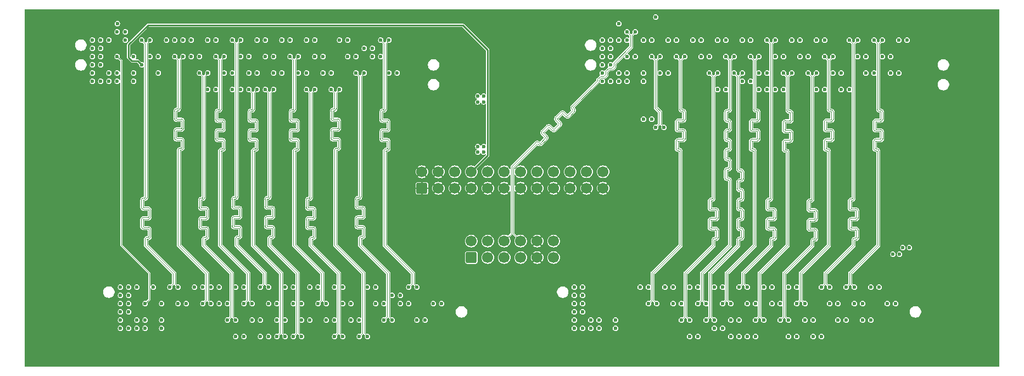
<source format=gbr>
%TF.GenerationSoftware,KiCad,Pcbnew,7.0.10*%
%TF.CreationDate,2024-12-16T23:30:14-07:00*%
%TF.ProjectId,DRXDaughterboard,44525844-6175-4676-9874-6572626f6172,1.1*%
%TF.SameCoordinates,Original*%
%TF.FileFunction,Copper,L4,Inr*%
%TF.FilePolarity,Positive*%
%FSLAX46Y46*%
G04 Gerber Fmt 4.6, Leading zero omitted, Abs format (unit mm)*
G04 Created by KiCad (PCBNEW 7.0.10) date 2024-12-16 23:30:14*
%MOMM*%
%LPD*%
G01*
G04 APERTURE LIST*
G04 Aperture macros list*
%AMRoundRect*
0 Rectangle with rounded corners*
0 $1 Rounding radius*
0 $2 $3 $4 $5 $6 $7 $8 $9 X,Y pos of 4 corners*
0 Add a 4 corners polygon primitive as box body*
4,1,4,$2,$3,$4,$5,$6,$7,$8,$9,$2,$3,0*
0 Add four circle primitives for the rounded corners*
1,1,$1+$1,$2,$3*
1,1,$1+$1,$4,$5*
1,1,$1+$1,$6,$7*
1,1,$1+$1,$8,$9*
0 Add four rect primitives between the rounded corners*
20,1,$1+$1,$2,$3,$4,$5,0*
20,1,$1+$1,$4,$5,$6,$7,0*
20,1,$1+$1,$6,$7,$8,$9,0*
20,1,$1+$1,$8,$9,$2,$3,0*%
G04 Aperture macros list end*
%TA.AperFunction,ComponentPad*%
%ADD10RoundRect,0.250000X0.600000X-0.600000X0.600000X0.600000X-0.600000X0.600000X-0.600000X-0.600000X0*%
%TD*%
%TA.AperFunction,ComponentPad*%
%ADD11C,1.700000*%
%TD*%
%TA.AperFunction,ViaPad*%
%ADD12C,0.600000*%
%TD*%
%TA.AperFunction,ViaPad*%
%ADD13C,5.400000*%
%TD*%
%TA.AperFunction,Conductor*%
%ADD14C,0.102000*%
%TD*%
%TA.AperFunction,Conductor*%
%ADD15C,0.250000*%
%TD*%
G04 APERTURE END LIST*
D10*
%TO.N,GND*%
%TO.C,J3*%
X128294001Y-98117273D03*
D11*
X128294001Y-95577273D03*
X130834001Y-98117273D03*
X130834001Y-95577273D03*
X133374001Y-98117273D03*
%TO.N,FMC0_SYNC*%
X133374001Y-95577273D03*
%TO.N,GND*%
X135914001Y-98117273D03*
%TO.N,FMC0_\u002ARST*%
X135914001Y-95577273D03*
%TO.N,GND*%
X138454001Y-98117273D03*
%TO.N,Net-(J3-Pin_10)*%
X138454001Y-95577273D03*
%TO.N,GND*%
X140994001Y-98117273D03*
%TO.N,Net-(J3-Pin_12)*%
X140994001Y-95577273D03*
%TO.N,GND*%
X143534001Y-98117273D03*
%TO.N,FMC1_CS1*%
X143534001Y-95577273D03*
%TO.N,GND*%
X146074001Y-98117273D03*
%TO.N,FMC1_CS0*%
X146074001Y-95577273D03*
%TO.N,GND*%
X148614001Y-98117273D03*
%TO.N,FMC1_SCL*%
X148614001Y-95577273D03*
%TO.N,GND*%
X151154001Y-98117273D03*
%TO.N,FMC1_SDA*%
X151154001Y-95577273D03*
%TO.N,GND*%
X153694001Y-98117273D03*
%TO.N,FMC1_SYNC*%
X153694001Y-95577273D03*
%TO.N,GND*%
X156234001Y-98117273D03*
%TO.N,FMC1_\u002ARST*%
X156234001Y-95577273D03*
%TD*%
D10*
%TO.N,FMC0_FCLKB_N*%
%TO.C,J6*%
X135914001Y-108794773D03*
D11*
%TO.N,unconnected-(J6-Pin_2-Pad2)*%
X135914001Y-106254773D03*
%TO.N,FMC0_FCLKB_P*%
X138454001Y-108794773D03*
%TO.N,unconnected-(J6-Pin_4-Pad4)*%
X138454001Y-106254773D03*
%TO.N,unconnected-(J6-Pin_5-Pad5)*%
X140994001Y-108794773D03*
%TO.N,FMC1_FCLKB_N*%
X140994001Y-106254773D03*
%TO.N,unconnected-(J6-Pin_7-Pad7)*%
X143534001Y-108794773D03*
%TO.N,FMC1_FCLKB_P*%
X143534001Y-106254773D03*
%TO.N,GND*%
X146074001Y-108794773D03*
X146074001Y-106254773D03*
%TO.N,unconnected-(J6-Pin_11-Pad11)*%
X148614001Y-108794773D03*
%TO.N,unconnected-(J6-Pin_12-Pad12)*%
X148614001Y-106254773D03*
%TD*%
D12*
%TO.N,GND*%
X182790001Y-94488000D03*
X201344001Y-112096773D03*
X86384001Y-96266000D03*
X111784001Y-106508773D03*
X90194001Y-106508773D03*
X86891001Y-119716773D03*
X179750001Y-112096773D03*
X128801001Y-112096773D03*
X165784001Y-114636773D03*
X114831001Y-112096773D03*
X114831001Y-117176773D03*
X106704001Y-106508773D03*
X99084001Y-106508773D03*
X88161001Y-112096773D03*
X181024001Y-117176773D03*
X83854001Y-79076773D03*
X91474001Y-84156773D03*
X113562001Y-112096773D03*
X126261001Y-119716773D03*
X203111001Y-73996773D03*
X177710001Y-94478000D03*
X177711001Y-84156773D03*
X116874001Y-81616773D03*
X198804001Y-119716773D03*
X91971001Y-112096773D03*
X200571001Y-79076773D03*
X97814001Y-96266000D03*
X108481001Y-122256773D03*
X170091001Y-79076773D03*
X170091001Y-84156773D03*
X76986001Y-77171773D03*
X102131001Y-119716773D03*
X175170001Y-85426773D03*
X143050000Y-124170000D03*
X128930000Y-106340000D03*
X81314001Y-84156773D03*
X171360001Y-85426773D03*
X184834001Y-112096773D03*
X183564001Y-122256773D03*
X83854001Y-76536773D03*
X114324001Y-85426773D03*
X120674001Y-96266000D03*
X137840000Y-110363000D03*
X116864001Y-96266000D03*
X194220001Y-94488000D03*
X111021001Y-114636773D03*
X124494001Y-84156773D03*
X188644001Y-117176773D03*
X189140001Y-85426773D03*
X85114001Y-96266000D03*
X161974001Y-119716773D03*
X161201001Y-81616773D03*
X94004001Y-85426773D03*
X121954001Y-79076773D03*
X191680001Y-94488000D03*
X172630001Y-85426773D03*
X203111001Y-79076773D03*
X123722001Y-112096773D03*
X181024001Y-112096773D03*
X160704001Y-122256773D03*
X128801001Y-114636773D03*
X169594001Y-114636773D03*
X101624001Y-96266000D03*
X118134001Y-106508773D03*
X80044001Y-82886773D03*
X106714001Y-76536773D03*
X192951001Y-76536773D03*
D13*
X213016001Y-77070173D03*
D12*
X80137000Y-96266000D03*
X198030001Y-94488000D03*
X185330001Y-106636773D03*
X166281001Y-76536773D03*
X83693000Y-96266000D03*
X99084001Y-85426773D03*
X173900001Y-106635773D03*
X186100001Y-112096773D03*
X184834001Y-114636773D03*
X99591001Y-112096773D03*
X110514001Y-96266000D03*
X99084001Y-96266000D03*
X205510001Y-106629000D03*
X170860001Y-112096773D03*
X178985179Y-105991952D03*
X119404001Y-96266000D03*
X192950001Y-85426773D03*
X102894001Y-96266000D03*
X204239999Y-94488000D03*
X170091001Y-76536773D03*
X175944001Y-122256773D03*
X166267001Y-106635773D03*
X173900001Y-81616773D03*
X108481001Y-119716773D03*
X189140001Y-94488000D03*
X87654001Y-85426773D03*
X124992001Y-112096773D03*
X173404001Y-117176773D03*
X124484001Y-96266000D03*
X205651001Y-79076773D03*
X169594001Y-112096773D03*
X88161001Y-122256773D03*
X187870001Y-94488000D03*
X90194001Y-85426773D03*
X177711001Y-76536773D03*
X100354001Y-84156773D03*
X198804001Y-117176773D03*
X96554001Y-84156773D03*
X103401001Y-112096773D03*
X165011001Y-84156773D03*
X108482001Y-112096773D03*
X91971001Y-117176773D03*
X173404001Y-122256773D03*
X95274001Y-81616773D03*
X192950001Y-94487000D03*
X95274001Y-85426773D03*
X80044001Y-73996773D03*
X119404001Y-106508773D03*
X110514001Y-85426773D03*
X121181001Y-119716773D03*
X113054001Y-96266000D03*
X104164001Y-85426773D03*
X186600001Y-94488000D03*
X121954001Y-81616773D03*
X98321001Y-122256773D03*
X87664001Y-81616773D03*
X185331001Y-84156773D03*
X116102001Y-114636773D03*
X107974001Y-96266000D03*
X118144001Y-79076773D03*
X154354001Y-112096773D03*
X205651001Y-81616773D03*
X195490001Y-94487000D03*
X199300001Y-85426773D03*
X151281001Y-115271773D03*
X192454001Y-114636773D03*
X176440001Y-85426773D03*
X163244001Y-122256773D03*
X154354001Y-120986773D03*
X181520001Y-94488000D03*
X127034001Y-79076773D03*
X186600001Y-106636773D03*
X161974001Y-112096773D03*
X118144001Y-76536773D03*
X198031001Y-81616773D03*
X194220001Y-106636773D03*
X200570000Y-94488000D03*
X178484001Y-119716773D03*
X190410001Y-85426773D03*
X143050000Y-122880000D03*
X88161001Y-114636773D03*
X118641001Y-122256773D03*
X93242001Y-112096773D03*
X111784001Y-96266000D03*
X198804001Y-112096773D03*
X121954001Y-73996773D03*
X203111001Y-81616773D03*
X122451001Y-114636773D03*
X205651001Y-73996773D03*
X107974001Y-106508773D03*
X101624001Y-106508773D03*
X139343001Y-88601773D03*
X192951001Y-79076773D03*
X192454001Y-112096773D03*
X105434001Y-96266000D03*
X106704001Y-85426773D03*
X187374001Y-119716773D03*
X177214001Y-114636773D03*
X189141001Y-79076773D03*
X205651001Y-84156773D03*
X119912001Y-112096773D03*
X100354001Y-96266000D03*
X197530001Y-112096773D03*
X180250001Y-94487000D03*
X136525000Y-110363000D03*
X90701001Y-122256773D03*
X96544001Y-85426773D03*
X80044001Y-76536773D03*
X118641001Y-114636773D03*
X170091001Y-73996773D03*
X189140001Y-81616773D03*
X94004001Y-106508773D03*
X196264001Y-112096773D03*
X170077001Y-93726000D03*
X163240001Y-112096773D03*
X101634001Y-84156773D03*
X172630001Y-94488000D03*
X131341001Y-117176773D03*
X118134001Y-96266000D03*
X123214001Y-85426773D03*
X171361001Y-81616773D03*
X84351001Y-117176773D03*
X83081001Y-118446773D03*
X191184001Y-119716773D03*
X200571001Y-81616773D03*
X87654001Y-96266000D03*
X99094001Y-79076773D03*
X127034001Y-73996773D03*
X168320001Y-112096773D03*
X99084001Y-81616773D03*
X173900001Y-94487000D03*
X161974001Y-114636773D03*
X123721001Y-122256773D03*
X124494001Y-81616773D03*
X90194001Y-96266000D03*
X95781001Y-112096773D03*
X174680001Y-114636773D03*
X196761001Y-73996773D03*
X109244001Y-106508773D03*
X102904001Y-73996773D03*
X104164001Y-106508773D03*
X198030001Y-106636773D03*
X186100001Y-114636773D03*
X91464001Y-85426773D03*
X100862001Y-114636773D03*
X186104001Y-122256773D03*
X193724001Y-122256773D03*
X196761001Y-79076773D03*
X181024001Y-122256773D03*
X166281001Y-81616773D03*
X124494001Y-76536773D03*
X110524001Y-79076773D03*
X101624001Y-85426773D03*
X184834001Y-117176773D03*
X162471001Y-84156773D03*
X195490001Y-85426773D03*
X126261001Y-122256773D03*
X184060001Y-94488000D03*
X81304001Y-115271773D03*
X199300001Y-94488000D03*
X92734001Y-96266000D03*
X121181001Y-122256773D03*
D13*
X75715001Y-115170173D03*
D12*
X112291001Y-119716773D03*
X118134001Y-85426773D03*
X120674001Y-85426773D03*
X113561001Y-122256773D03*
X192951001Y-84156773D03*
X95274001Y-106508773D03*
X97824001Y-81616773D03*
X201840001Y-106635773D03*
X158661001Y-76536773D03*
X191184001Y-122256773D03*
X178480001Y-112096773D03*
X177710001Y-85426773D03*
X164510001Y-112096773D03*
X122451001Y-117176773D03*
X124484001Y-106508773D03*
X102894001Y-106508773D03*
X116102001Y-112096773D03*
X123214001Y-106508773D03*
X180251001Y-84156773D03*
X99591001Y-114636773D03*
X95274001Y-96266000D03*
X200049001Y-112096773D03*
X173900001Y-85426773D03*
X97814001Y-106508773D03*
X187870001Y-106636773D03*
X167551001Y-84156773D03*
X95284001Y-76536773D03*
X117372001Y-112096773D03*
X95781001Y-117176773D03*
X116864001Y-85426773D03*
X187871001Y-84156773D03*
X201840001Y-94487000D03*
X102132001Y-112096773D03*
X139343001Y-87712773D03*
X86394001Y-84156773D03*
X198804001Y-114636773D03*
X82584001Y-81616773D03*
X99094001Y-84156773D03*
X184060001Y-85426773D03*
X121944001Y-85426773D03*
X173901001Y-73996773D03*
X105941001Y-119716773D03*
X120674001Y-106508773D03*
X190411001Y-84156773D03*
X102904001Y-76536773D03*
X110514001Y-81616773D03*
X191681001Y-81616773D03*
X107211001Y-112096773D03*
X109752001Y-114636773D03*
X205510000Y-94487000D03*
X84351001Y-120986773D03*
X100862001Y-112096773D03*
X97051001Y-119716773D03*
X128801001Y-122256773D03*
X123721001Y-119716773D03*
X158164001Y-122256773D03*
X177711001Y-73996773D03*
X95284001Y-79076773D03*
X87664001Y-73996773D03*
X162471001Y-73996773D03*
X111794001Y-84156773D03*
X95781001Y-114636773D03*
X130200000Y-106340000D03*
X110514001Y-106508773D03*
X131341001Y-114636773D03*
X121182001Y-112096773D03*
X111021001Y-122256773D03*
X176440001Y-94487000D03*
X196760001Y-106635773D03*
X141630000Y-104910000D03*
X126261001Y-112096773D03*
X113054001Y-106508773D03*
X176441001Y-81616773D03*
X118641001Y-112096773D03*
X177710001Y-106626773D03*
X105434001Y-106508773D03*
X196264001Y-114636773D03*
X154354001Y-117176773D03*
X165784001Y-122256773D03*
X185331001Y-79076773D03*
X173901001Y-79076773D03*
X196760001Y-94487000D03*
X155624001Y-122256773D03*
X87654001Y-106508773D03*
X180251001Y-81616773D03*
X178484001Y-122256773D03*
X191680001Y-85426773D03*
X104174001Y-84156773D03*
X85114001Y-85426773D03*
X88900000Y-96266000D03*
X99094001Y-73996773D03*
X189141001Y-76536773D03*
X166281001Y-79076773D03*
X103401001Y-117176773D03*
X190410001Y-106636773D03*
X192454001Y-117176773D03*
X128801001Y-117176773D03*
X158661001Y-79076773D03*
X172631001Y-84156773D03*
X196264001Y-122256773D03*
X110524001Y-73996773D03*
X167550000Y-95170000D03*
X124494001Y-79076773D03*
X174670001Y-112096773D03*
X83854001Y-84156773D03*
X161974001Y-117176773D03*
X158661001Y-82886773D03*
X158164001Y-114636773D03*
X85622001Y-112096773D03*
X109254001Y-84156773D03*
X189910001Y-112096773D03*
X86892001Y-112096773D03*
X177214001Y-112096773D03*
X128801001Y-119716773D03*
X116864001Y-106508773D03*
X88900000Y-106508773D03*
X168324001Y-122256773D03*
X97814001Y-85426773D03*
X185331001Y-73996773D03*
X91474001Y-79076773D03*
X90702001Y-112096773D03*
X166281001Y-73996773D03*
X203111001Y-84156773D03*
X199300001Y-106636773D03*
X195490001Y-106635773D03*
X167550001Y-106635773D03*
X103401001Y-114636773D03*
X181521001Y-73996773D03*
X196761001Y-76536773D03*
X99094001Y-76536773D03*
X182791001Y-81616773D03*
X201344001Y-117176773D03*
X105434001Y-85426773D03*
X121944001Y-96266000D03*
X86384001Y-85426773D03*
X158164001Y-112096773D03*
X96544001Y-106508773D03*
X100861001Y-122256773D03*
X172130001Y-112096773D03*
X168820001Y-94487000D03*
X111021001Y-117176773D03*
X167550001Y-85426773D03*
X187870001Y-85426773D03*
X182294001Y-119716773D03*
X198804001Y-122256773D03*
X118144001Y-73996773D03*
X126261001Y-117176773D03*
X94004001Y-96266000D03*
X121954001Y-84156773D03*
X87664001Y-79076773D03*
X95781001Y-122256773D03*
X80044001Y-79076773D03*
X162471001Y-76536773D03*
X87664001Y-76536773D03*
X181520001Y-85426773D03*
X88161001Y-117176773D03*
X84351001Y-112096773D03*
X106704001Y-96266000D03*
X126261001Y-114636773D03*
X117371001Y-119716773D03*
X180250001Y-106635773D03*
X94512001Y-112096773D03*
X195491001Y-84156773D03*
X127034001Y-76536773D03*
X200571001Y-76536773D03*
X109244001Y-85426773D03*
X122451001Y-112096773D03*
X158661001Y-73996773D03*
X204240000Y-106630000D03*
X201344001Y-119716773D03*
X102894001Y-85426773D03*
X104164001Y-96266000D03*
X119414001Y-84156773D03*
X91971001Y-119716773D03*
X192950001Y-106635773D03*
X182790001Y-85426773D03*
X192951001Y-73996773D03*
X196264001Y-117176773D03*
X119404001Y-85426773D03*
X165784001Y-112096773D03*
X104672001Y-114636773D03*
X181520001Y-106636773D03*
X159931001Y-84156773D03*
X114334001Y-73996773D03*
X115594001Y-106508773D03*
X200571001Y-84156773D03*
X178994000Y-85426773D03*
X113064001Y-81616773D03*
X115594001Y-96266000D03*
X190410001Y-94488000D03*
X100354001Y-85426773D03*
X116101001Y-122256773D03*
X106714001Y-84156773D03*
X188644001Y-114636773D03*
X182290001Y-112096773D03*
X114324001Y-106508773D03*
X121954001Y-76536773D03*
X115594001Y-85426773D03*
X175944001Y-119716773D03*
X154354001Y-114636773D03*
X118641001Y-117176773D03*
X78774001Y-80346773D03*
X198031001Y-84156773D03*
D13*
X150024001Y-77070173D03*
D12*
X189140001Y-106636773D03*
X181024001Y-114636773D03*
X92734001Y-106508773D03*
X183560001Y-112096773D03*
X158164001Y-117176773D03*
X187370001Y-112096773D03*
X116874001Y-84156773D03*
X170077001Y-85426773D03*
X111784001Y-85426773D03*
X92744001Y-81616773D03*
D13*
X145717401Y-115170173D03*
D12*
X181521001Y-76536773D03*
X106714001Y-79076773D03*
X131341001Y-122256773D03*
X82550000Y-96266000D03*
X203111001Y-76536773D03*
X89432001Y-112096773D03*
X165784001Y-117176773D03*
X121944001Y-106508773D03*
X169594001Y-117176773D03*
X91464001Y-96266000D03*
X167054001Y-119716773D03*
X127532001Y-112096773D03*
X185330001Y-85426773D03*
X113054001Y-85426773D03*
X184060001Y-106636773D03*
X109752001Y-112096773D03*
X100354001Y-106508773D03*
X91474001Y-73996773D03*
D13*
X71408001Y-77070173D03*
D12*
X131341001Y-119716773D03*
X91971001Y-114636773D03*
X171360001Y-94487000D03*
X168820001Y-85426773D03*
X185330001Y-94488000D03*
X131341001Y-112096773D03*
X195491001Y-81616773D03*
X101634001Y-81616773D03*
X153084001Y-118446773D03*
X193724001Y-119716773D03*
D13*
X208709401Y-115170173D03*
D12*
X94014001Y-84156773D03*
X173901001Y-76536773D03*
X175171001Y-84156773D03*
X114334001Y-84156773D03*
X155599001Y-77171773D03*
X92734001Y-85426773D03*
X170864001Y-122256773D03*
X105942001Y-112096773D03*
X140232001Y-87712773D03*
X111021001Y-112096773D03*
X180250001Y-85426773D03*
X157391001Y-80346773D03*
X106714001Y-73996773D03*
X156894001Y-119716773D03*
X166267001Y-94487000D03*
X171360001Y-106635773D03*
X81280000Y-96266000D03*
X186601001Y-81616773D03*
D13*
X134400001Y-77070173D03*
D12*
X185331001Y-76536773D03*
X109244001Y-96266000D03*
X182790001Y-106636773D03*
X173404001Y-114636773D03*
X142900000Y-104910000D03*
X177711001Y-79076773D03*
X104174001Y-81616773D03*
X168820001Y-106635773D03*
X107984001Y-81616773D03*
X175940001Y-112096773D03*
X186600001Y-85426773D03*
X189141001Y-73996773D03*
D13*
X138707001Y-115170173D03*
D12*
X162471001Y-79076773D03*
X176440001Y-106635773D03*
X83854001Y-73996773D03*
X85114001Y-106508773D03*
X191180001Y-112096773D03*
X107211001Y-114636773D03*
X170851002Y-114636773D03*
X114334001Y-79076773D03*
X93241001Y-122256773D03*
X140232001Y-88601773D03*
X85621001Y-122256773D03*
X193720001Y-112096773D03*
X95284001Y-73996773D03*
X205651001Y-76536773D03*
X119414001Y-81616773D03*
X198030001Y-85426773D03*
X179760001Y-117176773D03*
X201344001Y-122256773D03*
X107974001Y-85426773D03*
X112292001Y-112096773D03*
X175170001Y-94488000D03*
X103401001Y-122256773D03*
X86384001Y-106508773D03*
X114324001Y-96266000D03*
X123214001Y-96266000D03*
X105941001Y-122256773D03*
X104672001Y-112096773D03*
X182791001Y-84156773D03*
X172630001Y-106636773D03*
X196760001Y-85426773D03*
X99591001Y-117176773D03*
X91464001Y-106508773D03*
X196264001Y-119716773D03*
X175170001Y-106636773D03*
X110524001Y-76536773D03*
X127034001Y-81616773D03*
X188644001Y-122256773D03*
X188644001Y-112096773D03*
X173404001Y-112096773D03*
X201344001Y-114636773D03*
X127034001Y-84156773D03*
X91474001Y-76536773D03*
X109752001Y-117176773D03*
X179750001Y-114636773D03*
X114334001Y-76536773D03*
X84351001Y-114636773D03*
X200571001Y-73996773D03*
X167050001Y-112096773D03*
X124494001Y-73996773D03*
X114831001Y-114636773D03*
X194990001Y-112096773D03*
X88934001Y-84156773D03*
X96544001Y-96266000D03*
X124484001Y-85426773D03*
X172134001Y-119716773D03*
X191680001Y-106636773D03*
X194220001Y-85426773D03*
X170077001Y-106635773D03*
%TO.N,+3.3VP*%
X156121001Y-81616773D03*
X154354001Y-119716773D03*
X156121001Y-80346773D03*
X80044001Y-80346773D03*
X155624001Y-119716773D03*
X137819001Y-92538773D03*
X153084001Y-119716773D03*
X158164001Y-118446773D03*
X88161001Y-119716773D03*
X81315001Y-80346773D03*
X81315001Y-81616773D03*
X80044001Y-81616773D03*
X159931001Y-80346773D03*
X155624001Y-118446773D03*
X158661001Y-80346773D03*
X158661001Y-81616773D03*
X151814001Y-118446773D03*
X162471001Y-80346773D03*
X88161001Y-118446773D03*
X136930001Y-92538773D03*
X136930001Y-91649773D03*
X159931001Y-81616773D03*
X85622001Y-118446773D03*
X137819001Y-91649773D03*
X84351001Y-119716773D03*
X83854001Y-80346773D03*
X158164001Y-119716773D03*
X81811001Y-118446773D03*
X84351001Y-118446773D03*
X83854001Y-81616773D03*
X77504001Y-81616773D03*
X162471001Y-81616773D03*
X151814001Y-119716773D03*
X85622001Y-119716773D03*
X78774001Y-81616773D03*
X81811001Y-119716773D03*
X83081001Y-119716773D03*
X154354001Y-118446773D03*
X157391001Y-81616773D03*
X77504001Y-80346773D03*
%TO.N,VAA*%
X83081001Y-117176773D03*
X77504001Y-77806773D03*
X151814001Y-114636773D03*
X157391001Y-75266773D03*
X153084001Y-115906773D03*
X77504001Y-76536773D03*
X77504001Y-79076773D03*
X156121001Y-79076773D03*
X81811001Y-115906773D03*
X156121001Y-76536773D03*
X156121001Y-75266773D03*
X157391001Y-76536773D03*
X78774001Y-79076773D03*
X78774001Y-77806773D03*
X151814001Y-113366773D03*
X78774001Y-76536773D03*
X83081001Y-114636773D03*
X136930001Y-83902773D03*
X83081001Y-115906773D03*
X78774001Y-75266773D03*
X83081001Y-113366773D03*
X153084001Y-117176773D03*
X81811001Y-114636773D03*
X153084001Y-114636773D03*
X137819001Y-84791773D03*
X137819001Y-83902773D03*
X157391001Y-77806773D03*
X157391001Y-79076773D03*
X156121001Y-77806773D03*
X151814001Y-117176773D03*
X136930001Y-84791773D03*
X153084001Y-113366773D03*
X81811001Y-117176773D03*
X81812001Y-113366773D03*
X77505001Y-75266773D03*
X151814001Y-115906773D03*
%TO.N,FMC0_A7_P*%
X115605001Y-82886773D03*
X119912001Y-120986773D03*
%TO.N,FMC0_A7_N*%
X114335001Y-82886773D03*
X118642001Y-120986773D03*
%TO.N,FMC0_B3_P*%
X116102001Y-120986773D03*
X111795001Y-82886773D03*
%TO.N,FMC0_B3_N*%
X110525001Y-82886773D03*
X114832001Y-120986773D03*
%TO.N,FMC0_B7_P*%
X105445001Y-82886773D03*
X109752001Y-120986941D03*
%TO.N,FMC0_B7_N*%
X108482001Y-120986773D03*
X104175001Y-82886773D03*
%TO.N,FMC0_C3_P*%
X104672001Y-120986773D03*
X100365001Y-82886773D03*
%TO.N,FMC0_C3_N*%
X99095001Y-82886773D03*
X103402001Y-120986773D03*
%TO.N,FMC0_A2_P*%
X119415001Y-80346773D03*
X123722001Y-118446773D03*
%TO.N,FMC0_A2_N*%
X122452001Y-118446773D03*
X118145001Y-80346773D03*
%TO.N,FMC0_A6_P*%
X118642001Y-118446773D03*
X114335001Y-80346773D03*
%TO.N,FMC0_A6_N*%
X113065001Y-80346773D03*
X117372001Y-118446773D03*
%TO.N,FMC0_B2_P*%
X110525001Y-80346773D03*
X114832001Y-118446773D03*
%TO.N,FMC0_B2_N*%
X109255001Y-80346773D03*
X113562001Y-118446773D03*
%TO.N,FMC0_B6_P*%
X111022001Y-118446773D03*
X106715001Y-80346773D03*
%TO.N,FMC0_B6_N*%
X109752001Y-118446773D03*
X105445001Y-80346773D03*
%TO.N,FMC0_C2_P*%
X102905001Y-80346773D03*
X107212001Y-118446773D03*
%TO.N,FMC0_C2_N*%
X101635001Y-80346773D03*
X105942001Y-118446773D03*
%TO.N,FMC0_C8_P*%
X103402001Y-118446773D03*
X99095001Y-80346773D03*
%TO.N,FMC0_A1_P*%
X126262001Y-115906773D03*
X121955001Y-77806773D03*
%TO.N,FMC0_A1_N*%
X124992001Y-115906773D03*
X120685001Y-77806773D03*
%TO.N,FMC0_A4_P*%
X118145001Y-77806773D03*
X122452001Y-115906773D03*
%TO.N,FMC0_A4_N*%
X116875001Y-77806773D03*
X121182001Y-115906773D03*
%TO.N,FMC0_B1_P*%
X113065001Y-77806773D03*
X117372001Y-115906773D03*
%TO.N,FMC0_B1_N*%
X111795001Y-77806773D03*
X116102001Y-115906773D03*
%TO.N,FMC0_B5_P*%
X113562001Y-115906773D03*
X109255001Y-77806773D03*
%TO.N,FMC0_B5_N*%
X112292001Y-115906773D03*
X107985001Y-77806773D03*
%TO.N,FMC0_C1_P*%
X109752001Y-115906773D03*
X105445001Y-77806773D03*
%TO.N,FMC0_C1_N*%
X104175001Y-77806773D03*
X108482001Y-115906773D03*
%TO.N,FMC0_C5_P*%
X105942001Y-115906773D03*
X101635001Y-77806773D03*
%TO.N,FMC0_C5_N*%
X100365001Y-77806773D03*
X104672001Y-115906773D03*
%TO.N,FMC0_C7_P*%
X102132001Y-115906773D03*
X97825001Y-77806773D03*
%TO.N,FMC0_C7_N*%
X96555001Y-77806773D03*
X100862001Y-115906773D03*
%TO.N,FMC0_A3_P*%
X120685001Y-76536773D03*
X124992001Y-114636773D03*
%TO.N,FMC0_LCLKA_P*%
X127532001Y-113366773D03*
X123225001Y-75266773D03*
%TO.N,FMC0_LCLKA_N*%
X121955001Y-75266773D03*
X126262001Y-113366773D03*
%TO.N,FMC0_A3_N*%
X119415001Y-76536773D03*
X123722001Y-114636773D03*
%TO.N,FMC0_A5_P*%
X121182001Y-113366773D03*
X116875001Y-75266773D03*
%TO.N,FMC0_A5_N*%
X115605001Y-75266773D03*
X119912001Y-113366773D03*
%TO.N,FMC0_A8_P*%
X116102001Y-113366773D03*
X111795001Y-75266773D03*
%TO.N,FMC0_A8_N*%
X110525001Y-75266773D03*
X114832001Y-113366773D03*
%TO.N,FMC0_B4_P*%
X112292001Y-113366773D03*
X107985001Y-75266773D03*
%TO.N,FMC0_B4_N*%
X106715001Y-75266773D03*
X111022001Y-113366773D03*
%TO.N,FMC0_B8_P*%
X108482001Y-113366773D03*
X104175001Y-75266773D03*
%TO.N,FMC0_B8_N*%
X102905001Y-75266773D03*
X107212001Y-113366773D03*
%TO.N,FMC0_C4_P*%
X104672001Y-113366773D03*
X100365001Y-75266773D03*
%TO.N,FMC0_C4_N*%
X103402001Y-113366773D03*
X99095001Y-75266773D03*
%TO.N,FMC0_C6_P*%
X96555001Y-75266773D03*
X100862001Y-113366773D03*
%TO.N,FMC0_C6_N*%
X95285001Y-75266773D03*
X99592001Y-113366773D03*
%TO.N,FMC0_C8_N*%
X97825001Y-80346773D03*
X102132001Y-118446773D03*
%TO.N,FMC0_D7_N*%
X85114001Y-75266773D03*
X89432001Y-113366773D03*
%TO.N,FMC0_CS0*%
X86892001Y-113366773D03*
X82585001Y-75266773D03*
%TO.N,FMC0_CS1*%
X84352001Y-113366773D03*
X80045001Y-75266773D03*
%TO.N,FMC0_D7_P*%
X86384001Y-75266773D03*
X90702001Y-113366773D03*
%TO.N,FMC0_D5_N*%
X88924001Y-75266773D03*
X93242001Y-113366773D03*
%TO.N,FMC0_D5_P*%
X94512001Y-113366773D03*
X90194001Y-75266773D03*
%TO.N,FMC0_D1_N*%
X91475001Y-75266773D03*
X95782001Y-113366773D03*
%TO.N,FMC0_D1_P*%
X92745001Y-75266773D03*
X97052001Y-113366773D03*
%TO.N,FMC0_D8_N*%
X86384001Y-77806773D03*
X90702001Y-115906773D03*
%TO.N,FMC0_D8_P*%
X91972001Y-115906773D03*
X87654001Y-77806773D03*
%TO.N,FMC0_D6_N*%
X90205001Y-77806773D03*
X94512001Y-115906773D03*
%TO.N,FMC0_D6_P*%
X91475001Y-77806773D03*
X95782001Y-115906773D03*
%TO.N,FMC0_D2_N*%
X97052001Y-115906773D03*
X92745001Y-77806773D03*
%TO.N,FMC0_D2_P*%
X98322001Y-115906773D03*
X94015001Y-77806773D03*
%TO.N,FMC0_D3_N*%
X98322001Y-118446773D03*
X94015001Y-80346773D03*
%TO.N,FMC0_D3_P*%
X99592001Y-118446773D03*
X95285001Y-80346773D03*
%TO.N,FMC0_D4_N*%
X99592001Y-120986773D03*
X95285001Y-82886773D03*
%TO.N,FMC0_D4_P*%
X96555001Y-82886773D03*
X100862001Y-120986773D03*
%TO.N,FMC0_FCLKC_P*%
X102905001Y-82886773D03*
X107212001Y-120986773D03*
%TO.N,FMC0_FCLKC_N*%
X105942001Y-120986773D03*
X101635001Y-82886773D03*
%TO.N,FMC0_FCLKA_P*%
X124495001Y-80346773D03*
X128802001Y-118446773D03*
%TO.N,FMC0_FCLKA_N*%
X127532001Y-118446773D03*
X123225001Y-80346773D03*
%TO.N,FMC0_SDA*%
X83855001Y-77806773D03*
X88162001Y-115906773D03*
%TO.N,FMC0_SCL*%
X81315001Y-77806773D03*
X85622001Y-115906773D03*
%TO.N,FMC0_SDOUT*%
X81332891Y-72712522D03*
%TO.N,FMC0_SYNC*%
X87665001Y-80346773D03*
%TO.N,FMC0_\u002ARST*%
X85125001Y-79076773D03*
%TO.N,FMC1_CS0*%
X159931001Y-75266773D03*
%TO.N,FMC1_CS1*%
X158661001Y-75266773D03*
%TO.N,FMC1_SDA*%
X161201001Y-77806773D03*
%TO.N,FMC1_SCL*%
X159931001Y-77806773D03*
%TO.N,FMC1_SDOUT*%
X158661001Y-72726773D03*
%TO.N,FMC1_SYNC*%
X166281001Y-80346773D03*
%TO.N,FMC1_\u002ARST*%
X164362001Y-71710773D03*
X165011001Y-80346773D03*
%TO.N,FMC1_LCLKA_N*%
X201841001Y-75266773D03*
X130072001Y-115906773D03*
%TO.N,FMC1_LCLKA_P*%
X131342001Y-115906773D03*
X203111001Y-75266773D03*
%TO.N,FMC0_FCLKB_P*%
X82585001Y-73996773D03*
%TO.N,FMC0_FCLKB_N*%
X81315001Y-73996773D03*
%TO.N,FMC1_FCLKA_P*%
X201841001Y-80346773D03*
X197534001Y-118446773D03*
%TO.N,FMC1_FCLKA_N*%
X200571001Y-80346773D03*
X196264001Y-118446773D03*
%TO.N,FMC1_A1_P*%
X196264001Y-115906773D03*
X200571001Y-77806773D03*
%TO.N,FMC1_A1_N*%
X199301001Y-77806773D03*
X194994001Y-115906773D03*
%TO.N,FMC1_A3_P*%
X194994001Y-113366773D03*
X199301001Y-75266773D03*
%TO.N,FMC1_A2_P*%
X193724001Y-118446773D03*
X198031001Y-80346773D03*
%TO.N,FMC1_A3_N*%
X198031001Y-75266773D03*
X193724001Y-113366773D03*
%TO.N,FMC1_A2_N*%
X196761001Y-80346773D03*
X192454001Y-118446773D03*
%TO.N,FMC1_A4_P*%
X192454001Y-115906773D03*
X196761001Y-77806773D03*
%TO.N,FMC1_A7_P*%
X194221001Y-82886773D03*
X189914001Y-120986773D03*
%TO.N,FMC1_A4_N*%
X191184001Y-115906773D03*
X195491001Y-77806773D03*
%TO.N,FMC1_A5_P*%
X195491001Y-75266773D03*
X191184001Y-113366773D03*
%TO.N,FMC1_A7_N*%
X188644001Y-120986773D03*
X192951001Y-82886773D03*
%TO.N,FMC1_A6_P*%
X192951001Y-80346773D03*
X188644001Y-118446773D03*
%TO.N,FMC1_A5_N*%
X194221001Y-75266773D03*
X189914001Y-113366773D03*
%TO.N,FMC1_A6_N*%
X191681001Y-80346773D03*
X187374001Y-118446773D03*
%TO.N,FMC1_B1_P*%
X187374001Y-115906773D03*
X191681001Y-77806773D03*
%TO.N,FMC1_B1_N*%
X186104001Y-115906773D03*
X190411001Y-77806773D03*
%TO.N,FMC1_A8_P*%
X186104001Y-113366773D03*
X190411001Y-75266773D03*
%TO.N,FMC1_B3_P*%
X190411001Y-82886773D03*
X186104001Y-120986773D03*
%TO.N,FMC1_B2_P*%
X189141001Y-80346773D03*
X184834001Y-118446773D03*
%TO.N,FMC1_A8_N*%
X184834001Y-113366773D03*
X189141001Y-75266773D03*
%TO.N,FMC1_B3_N*%
X184834001Y-120986773D03*
X189141001Y-82886773D03*
%TO.N,FMC1_B2_N*%
X187871001Y-80346773D03*
X183564001Y-118446773D03*
%TO.N,FMC1_B5_P*%
X187871001Y-77806773D03*
X183564001Y-115906773D03*
%TO.N,FMC1_B5_N*%
X182294001Y-115906773D03*
X186601001Y-77806773D03*
%TO.N,FMC1_B4_P*%
X182294001Y-113366773D03*
X186601001Y-75266773D03*
%TO.N,FMC1_B6_P*%
X185331001Y-80346773D03*
X181024001Y-118446773D03*
%TO.N,FMC1_B4_N*%
X181024001Y-113366773D03*
X185331001Y-75266773D03*
%TO.N,FMC1_B7_P*%
X184061001Y-82886773D03*
X179754001Y-120986773D03*
%TO.N,FMC1_B6_N*%
X184061001Y-80346773D03*
X179754001Y-118446773D03*
%TO.N,FMC1_C1_P*%
X184061001Y-77806773D03*
X179754001Y-115906773D03*
%TO.N,FMC1_B7_N*%
X178484001Y-120986773D03*
X182791001Y-82886773D03*
%TO.N,FMC1_C1_N*%
X178484001Y-115906773D03*
X182791001Y-77806773D03*
%TO.N,FMC1_B8_P*%
X182791001Y-75266773D03*
X178484001Y-113366773D03*
%TO.N,FMC1_FCLKC_P*%
X177214001Y-120986773D03*
X181521001Y-82886773D03*
%TO.N,FMC1_C2_P*%
X177214001Y-118446773D03*
X181521001Y-80346773D03*
%TO.N,FMC1_B8_N*%
X181521001Y-75266773D03*
X177214001Y-113366773D03*
%TO.N,FMC1_FCLKC_N*%
X175944001Y-120986773D03*
X180251001Y-82886773D03*
%TO.N,FMC1_C2_N*%
X180251001Y-80346773D03*
X175944001Y-118446773D03*
%TO.N,FMC1_C5_P*%
X180251001Y-77806773D03*
X175944001Y-115906773D03*
%TO.N,FMC1_C3_P*%
X174674001Y-119716773D03*
X178981001Y-81616773D03*
%TO.N,FMC1_C5_N*%
X178981001Y-77806773D03*
X174674001Y-115906773D03*
%TO.N,FMC1_C4_P*%
X174674001Y-113366773D03*
X178981001Y-75266773D03*
%TO.N,FMC1_C3_N*%
X173404001Y-119716773D03*
X177711001Y-81616773D03*
%TO.N,FMC1_C8_P*%
X177711001Y-80346773D03*
X173404001Y-118446773D03*
%TO.N,FMC1_C4_N*%
X173404001Y-113366773D03*
X177711001Y-75266773D03*
%TO.N,FMC1_C8_N*%
X176441001Y-80346773D03*
X172134001Y-118446773D03*
%TO.N,FMC1_C7_P*%
X172134001Y-115906773D03*
X176441001Y-77806773D03*
%TO.N,FMC1_C7_N*%
X170864001Y-115906773D03*
X175171001Y-77806773D03*
%TO.N,FMC1_C6_P*%
X170864001Y-113366773D03*
X175171001Y-75266773D03*
%TO.N,FMC1_D4_P*%
X175171001Y-82886773D03*
X170864001Y-120986773D03*
%TO.N,FMC1_D3_P*%
X169594001Y-118446773D03*
X173901001Y-80346773D03*
%TO.N,FMC1_C6_N*%
X169594001Y-113366773D03*
X173901001Y-75266773D03*
%TO.N,FMC1_D4_N*%
X169594001Y-120986773D03*
X173901001Y-82886773D03*
%TO.N,FMC1_D3_N*%
X172631001Y-80346773D03*
X168324001Y-118446773D03*
%TO.N,FMC1_D2_P*%
X168324001Y-115906773D03*
X172631001Y-77806773D03*
%TO.N,FMC1_D2_N*%
X171361001Y-77806773D03*
X167054001Y-115906773D03*
%TO.N,FMC1_D1_P*%
X171361001Y-75266773D03*
X167054001Y-113366773D03*
%TO.N,FMC1_D1_N*%
X165784001Y-113366773D03*
X170091001Y-75266773D03*
%TO.N,FMC1_D6_P*%
X168821001Y-77806773D03*
X164514001Y-115906773D03*
%TO.N,FMC1_D6_N*%
X167551001Y-77806773D03*
X163244001Y-115906773D03*
%TO.N,FMC1_D5_P*%
X167551001Y-75266773D03*
X163244001Y-113366773D03*
%TO.N,FMC1_D5_N*%
X161974001Y-113366773D03*
X166281001Y-75266773D03*
%TO.N,FMC1_D8_P*%
X165011001Y-77806773D03*
X201344001Y-115906773D03*
X203478001Y-107270773D03*
X165632001Y-88728773D03*
%TO.N,FMC1_D8_N*%
X164362001Y-88728773D03*
X200074001Y-115906773D03*
X163741001Y-77806773D03*
X202462001Y-107270773D03*
%TO.N,FMC1_D7_P*%
X163741001Y-87458773D03*
X198804001Y-113366773D03*
X201954001Y-108286773D03*
X163741001Y-75266773D03*
%TO.N,FMC1_D7_N*%
X197534001Y-113366773D03*
X162471001Y-87458773D03*
X200938001Y-108286773D03*
X162471001Y-75266773D03*
%TO.N,FMC1_FCLKB_P*%
X161201001Y-73996773D03*
%TO.N,FMC1_FCLKB_N*%
X159931001Y-73996773D03*
%TD*%
D14*
%TO.N,FMC0_A7_P*%
X115323003Y-90406772D02*
X114819000Y-90406772D01*
X114565999Y-87355772D02*
X114565999Y-86211775D01*
X114565999Y-90355772D02*
X114565999Y-89259774D01*
X119428002Y-120502774D02*
X119428002Y-111145226D01*
X114616999Y-89208774D02*
X115121002Y-89208774D01*
X119428002Y-111145226D02*
X115121002Y-106838226D01*
X114768000Y-87406772D02*
X114616999Y-87406772D01*
X115121002Y-83370772D02*
X115605001Y-82886773D01*
X115172002Y-92208774D02*
X115323003Y-92208774D01*
X115121002Y-106838226D02*
X115121002Y-92259774D01*
X114616999Y-86160775D02*
X114768000Y-86160775D01*
X119912001Y-120986773D02*
X119428002Y-120502774D01*
X114819000Y-90406772D02*
X114616999Y-90406772D01*
X115676005Y-91855772D02*
X115676005Y-90759774D01*
X115121002Y-85807773D02*
X115121002Y-83370772D01*
X115121002Y-89208774D02*
X115323003Y-89208774D01*
X115676005Y-88855772D02*
X115676005Y-87759774D01*
X115323003Y-87406772D02*
X114768000Y-87406772D01*
X115676028Y-90759774D02*
G75*
G03*
X115323003Y-90406772I-353028J-26D01*
G01*
X115172002Y-92208802D02*
G75*
G03*
X115121002Y-92259774I-2J-50998D01*
G01*
X114616999Y-86160799D02*
G75*
G03*
X114565999Y-86211775I1J-51001D01*
G01*
X114616999Y-89208799D02*
G75*
G03*
X114565999Y-89259774I1J-51001D01*
G01*
X114566028Y-90355772D02*
G75*
G03*
X114616999Y-90406772I50972J-28D01*
G01*
X114566028Y-87355772D02*
G75*
G03*
X114616999Y-87406772I50972J-28D01*
G01*
X115323003Y-92208805D02*
G75*
G03*
X115676005Y-91855772I-3J353005D01*
G01*
X115323003Y-89208805D02*
G75*
G03*
X115676005Y-88855772I-3J353005D01*
G01*
X114768000Y-86160802D02*
G75*
G03*
X115121002Y-85807773I0J353002D01*
G01*
X115676028Y-87759774D02*
G75*
G03*
X115323003Y-87406772I-353028J-26D01*
G01*
%TO.N,FMC0_A7_N*%
X114616999Y-85858773D02*
X114768000Y-85858773D01*
X118642001Y-120986773D02*
X119126000Y-120502774D01*
X115323003Y-90708774D02*
X114819000Y-90708774D01*
X115374003Y-91855772D02*
X115374003Y-90759774D01*
X114819000Y-85807773D02*
X114819000Y-83370772D01*
X114263997Y-90355772D02*
X114263997Y-89259774D01*
X114616999Y-88906772D02*
X115121002Y-88906772D01*
X114819000Y-90708774D02*
X114616999Y-90708774D01*
X114819000Y-83370772D02*
X114335001Y-82886773D01*
X114263997Y-87355772D02*
X114263997Y-86211775D01*
X115323003Y-87708774D02*
X114768000Y-87708774D01*
X119126000Y-111270320D02*
X114819000Y-106963320D01*
X115172002Y-91906772D02*
X115323003Y-91906772D01*
X119126000Y-120502774D02*
X119126000Y-111270320D01*
X115374003Y-88855772D02*
X115374003Y-87759774D01*
X115121002Y-88906772D02*
X115323003Y-88906772D01*
X114819000Y-106963320D02*
X114819000Y-92259774D01*
X114768000Y-87708774D02*
X114616999Y-87708774D01*
X114768000Y-85858800D02*
G75*
G03*
X114819000Y-85807773I0J51000D01*
G01*
X115323003Y-88906803D02*
G75*
G03*
X115374003Y-88855772I-3J51003D01*
G01*
X115323003Y-91906803D02*
G75*
G03*
X115374003Y-91855772I-3J51003D01*
G01*
X115172002Y-91906800D02*
G75*
G03*
X114819000Y-92259774I-2J-353000D01*
G01*
X115374026Y-90759774D02*
G75*
G03*
X115323003Y-90708774I-51026J-26D01*
G01*
X114264026Y-90355772D02*
G75*
G03*
X114616999Y-90708774I352974J-28D01*
G01*
X115374026Y-87759774D02*
G75*
G03*
X115323003Y-87708774I-51026J-26D01*
G01*
X114264026Y-87355772D02*
G75*
G03*
X114616999Y-87708774I352974J-28D01*
G01*
X114616999Y-85858797D02*
G75*
G03*
X114263997Y-86211775I1J-353003D01*
G01*
X114616999Y-88906797D02*
G75*
G03*
X114263997Y-89259774I1J-353003D01*
G01*
%TO.N,FMC0_B3_P*%
X110806999Y-99901774D02*
X110958000Y-99901774D01*
X115618002Y-120502774D02*
X115618002Y-111145226D01*
X116102001Y-120986773D02*
X115618002Y-120502774D01*
X111311002Y-83370772D02*
X111795001Y-82886773D01*
X111311002Y-99548772D02*
X111311002Y-98500773D01*
X110755999Y-104048772D02*
X110755999Y-102952774D01*
X111311002Y-101099772D02*
X110806999Y-101099772D01*
X111362002Y-104099772D02*
X110806999Y-104099772D01*
X111513003Y-101099772D02*
X111311002Y-101099772D01*
X110755999Y-101048772D02*
X110755999Y-99952774D01*
X110806999Y-102901774D02*
X111009000Y-102901774D01*
X111513003Y-104099772D02*
X111362002Y-104099772D01*
X111866005Y-102548772D02*
X111866005Y-101452774D01*
X111311002Y-98500773D02*
X111311002Y-83370772D01*
X111311002Y-106838226D02*
X111311002Y-106000773D01*
X111362002Y-105949773D02*
X111513003Y-105949773D01*
X111866005Y-105596771D02*
X111866005Y-104452774D01*
X111009000Y-102901774D02*
X111513003Y-102901774D01*
X115618002Y-111145226D02*
X111311002Y-106838226D01*
X111513003Y-102901805D02*
G75*
G03*
X111866005Y-102548772I-3J353005D01*
G01*
X111362002Y-105949802D02*
G75*
G03*
X111311002Y-106000773I-2J-50998D01*
G01*
X110958000Y-99901802D02*
G75*
G03*
X111311002Y-99548772I0J353002D01*
G01*
X111866028Y-101452774D02*
G75*
G03*
X111513003Y-101099772I-353028J-26D01*
G01*
X111513003Y-105949805D02*
G75*
G03*
X111866005Y-105596771I-3J353005D01*
G01*
X110806999Y-102901799D02*
G75*
G03*
X110755999Y-102952774I1J-51001D01*
G01*
X110806999Y-99901799D02*
G75*
G03*
X110755999Y-99952774I1J-51001D01*
G01*
X110756028Y-104048772D02*
G75*
G03*
X110806999Y-104099772I50972J-28D01*
G01*
X111866028Y-104452774D02*
G75*
G03*
X111513003Y-104099772I-353028J-26D01*
G01*
X110756028Y-101048772D02*
G75*
G03*
X110806999Y-101099772I50972J-28D01*
G01*
%TO.N,FMC0_B3_N*%
X110806999Y-102599772D02*
X111009000Y-102599772D01*
X111564003Y-105596771D02*
X111564003Y-104452774D01*
X111362002Y-105647771D02*
X111513003Y-105647771D01*
X110453997Y-101048772D02*
X110453997Y-99952774D01*
X114832001Y-120986773D02*
X115316000Y-120502774D01*
X111009000Y-83370772D02*
X110525001Y-82886773D01*
X110806999Y-99599772D02*
X110958000Y-99599772D01*
X115316000Y-120502774D02*
X115316000Y-111270320D01*
X111513003Y-104401774D02*
X111362002Y-104401774D01*
X111311002Y-101401774D02*
X110806999Y-101401774D01*
X111564003Y-102548772D02*
X111564003Y-101452774D01*
X111513003Y-101401774D02*
X111311002Y-101401774D01*
X111009000Y-106963320D02*
X111009000Y-106000773D01*
X115316000Y-111270320D02*
X111009000Y-106963320D01*
X111009000Y-102599772D02*
X111513003Y-102599772D01*
X111009000Y-98500773D02*
X111009000Y-83370772D01*
X110453997Y-104048772D02*
X110453997Y-102952774D01*
X111009000Y-99548772D02*
X111009000Y-98500773D01*
X111362002Y-104401774D02*
X110806999Y-104401774D01*
X110806999Y-102599797D02*
G75*
G03*
X110453997Y-102952774I1J-353003D01*
G01*
X111564026Y-101452774D02*
G75*
G03*
X111513003Y-101401774I-51026J-26D01*
G01*
X111513003Y-105647803D02*
G75*
G03*
X111564003Y-105596771I-3J51003D01*
G01*
X110454026Y-104048772D02*
G75*
G03*
X110806999Y-104401774I352974J-28D01*
G01*
X111362002Y-105647800D02*
G75*
G03*
X111009000Y-106000773I-2J-353000D01*
G01*
X110958000Y-99599800D02*
G75*
G03*
X111009000Y-99548772I0J51000D01*
G01*
X110806999Y-99599797D02*
G75*
G03*
X110453997Y-99952774I1J-353003D01*
G01*
X111513003Y-102599803D02*
G75*
G03*
X111564003Y-102548772I-3J51003D01*
G01*
X111564026Y-104452774D02*
G75*
G03*
X111513003Y-104401774I-51026J-26D01*
G01*
X110454026Y-101048772D02*
G75*
G03*
X110806999Y-101401774I352974J-28D01*
G01*
%TO.N,FMC0_B7_P*%
X105163003Y-103972772D02*
X105012002Y-103972772D01*
X104961002Y-83370772D02*
X105445001Y-82886773D01*
X104456999Y-102774774D02*
X104659000Y-102774774D01*
X105012002Y-105822773D02*
X105163003Y-105822773D01*
X109267918Y-111145142D02*
X104961002Y-106838226D01*
X104405999Y-100921772D02*
X104405999Y-99825774D01*
X109752001Y-120986941D02*
X109267918Y-120502858D01*
X104659000Y-102774774D02*
X105163003Y-102774774D01*
X104961002Y-99421772D02*
X104961002Y-98373773D01*
X104961002Y-98373773D02*
X104961002Y-83370772D01*
X105163003Y-100972772D02*
X104961002Y-100972772D01*
X104961002Y-100972772D02*
X104456999Y-100972772D01*
X104961002Y-106838226D02*
X104961002Y-105873773D01*
X109267918Y-120502858D02*
X109267918Y-111145142D01*
X105012002Y-103972772D02*
X104456999Y-103972772D01*
X104405999Y-103921772D02*
X104405999Y-102825774D01*
X105516005Y-102421772D02*
X105516005Y-101325774D01*
X105516005Y-105469771D02*
X105516005Y-104325774D01*
X104456999Y-99774774D02*
X104608000Y-99774774D01*
X105516028Y-101325774D02*
G75*
G03*
X105163003Y-100972772I-353028J-26D01*
G01*
X105516028Y-104325774D02*
G75*
G03*
X105163003Y-103972772I-353028J-26D01*
G01*
X104406028Y-100921772D02*
G75*
G03*
X104456999Y-100972772I50972J-28D01*
G01*
X104456999Y-102774799D02*
G75*
G03*
X104405999Y-102825774I1J-51001D01*
G01*
X104456999Y-99774799D02*
G75*
G03*
X104405999Y-99825774I1J-51001D01*
G01*
X105012002Y-105822802D02*
G75*
G03*
X104961002Y-105873773I-2J-50998D01*
G01*
X104406028Y-103921772D02*
G75*
G03*
X104456999Y-103972772I50972J-28D01*
G01*
X104608000Y-99774802D02*
G75*
G03*
X104961002Y-99421772I0J353002D01*
G01*
X105163003Y-102774805D02*
G75*
G03*
X105516005Y-102421772I-3J353005D01*
G01*
X105163003Y-105822805D02*
G75*
G03*
X105516005Y-105469771I-3J353005D01*
G01*
%TO.N,FMC0_B7_N*%
X104659000Y-99421772D02*
X104659000Y-98373773D01*
X105012002Y-105520771D02*
X105163003Y-105520771D01*
X108965916Y-111270236D02*
X104659000Y-106963320D01*
X105163003Y-104274774D02*
X105012002Y-104274774D01*
X104103997Y-100921772D02*
X104103997Y-99825774D01*
X105163003Y-101274774D02*
X104961002Y-101274774D01*
X104659000Y-98373773D02*
X104659000Y-83370772D01*
X105214003Y-105469771D02*
X105214003Y-104325774D01*
X105214003Y-102421772D02*
X105214003Y-101325774D01*
X104659000Y-83370772D02*
X104175001Y-82886773D01*
X104659000Y-106963320D02*
X104659000Y-105873773D01*
X108965916Y-120502858D02*
X108965916Y-111270236D01*
X104456999Y-102472772D02*
X104659000Y-102472772D01*
X105012002Y-104274774D02*
X104456999Y-104274774D01*
X104456999Y-99472772D02*
X104608000Y-99472772D01*
X104961002Y-101274774D02*
X104456999Y-101274774D01*
X104103997Y-103921772D02*
X104103997Y-102825774D01*
X108482001Y-120986773D02*
X108965916Y-120502858D01*
X104659000Y-102472772D02*
X105163003Y-102472772D01*
X105214026Y-104325774D02*
G75*
G03*
X105163003Y-104274774I-51026J-26D01*
G01*
X104104026Y-100921772D02*
G75*
G03*
X104456999Y-101274774I352974J-28D01*
G01*
X105012002Y-105520800D02*
G75*
G03*
X104659000Y-105873773I-2J-353000D01*
G01*
X105163003Y-105520803D02*
G75*
G03*
X105214003Y-105469771I-3J51003D01*
G01*
X104456999Y-99472797D02*
G75*
G03*
X104103997Y-99825774I1J-353003D01*
G01*
X104608000Y-99472800D02*
G75*
G03*
X104659000Y-99421772I0J51000D01*
G01*
X105214026Y-101325774D02*
G75*
G03*
X105163003Y-101274774I-51026J-26D01*
G01*
X104456999Y-102472797D02*
G75*
G03*
X104103997Y-102825774I1J-353003D01*
G01*
X104104026Y-103921772D02*
G75*
G03*
X104456999Y-104274774I352974J-28D01*
G01*
X105163003Y-102472803D02*
G75*
G03*
X105214003Y-102421772I-3J51003D01*
G01*
%TO.N,FMC0_A2_P*%
X123238002Y-111145226D02*
X118931002Y-106838226D01*
X118426999Y-102774774D02*
X118629000Y-102774774D01*
X118931002Y-80830772D02*
X119415001Y-80346773D01*
X118375999Y-100921772D02*
X118375999Y-99825774D01*
X118931002Y-100972772D02*
X118426999Y-100972772D01*
X118931002Y-98373773D02*
X118931002Y-80830772D01*
X118375999Y-103921772D02*
X118375999Y-102825774D01*
X118982002Y-105822773D02*
X119133003Y-105822773D01*
X119486005Y-102421772D02*
X119486005Y-101325774D01*
X118931002Y-106838226D02*
X118931002Y-105873773D01*
X118982002Y-103972772D02*
X118426999Y-103972772D01*
X119486005Y-105469771D02*
X119486005Y-104325774D01*
X123722001Y-118446773D02*
X123238002Y-117962774D01*
X123238002Y-117962774D02*
X123238002Y-111145226D01*
X119133003Y-100972772D02*
X118931002Y-100972772D01*
X118629000Y-102774774D02*
X119133003Y-102774774D01*
X119133003Y-103972772D02*
X118982002Y-103972772D01*
X118931002Y-99421772D02*
X118931002Y-98373773D01*
X118426999Y-99774774D02*
X118578000Y-99774774D01*
X118426999Y-99774799D02*
G75*
G03*
X118375999Y-99825774I1J-51001D01*
G01*
X119486028Y-104325774D02*
G75*
G03*
X119133003Y-103972772I-353028J-26D01*
G01*
X118578000Y-99774802D02*
G75*
G03*
X118931002Y-99421772I0J353002D01*
G01*
X119133003Y-105822805D02*
G75*
G03*
X119486005Y-105469771I-3J353005D01*
G01*
X118376028Y-103921772D02*
G75*
G03*
X118426999Y-103972772I50972J-28D01*
G01*
X119486028Y-101325774D02*
G75*
G03*
X119133003Y-100972772I-353028J-26D01*
G01*
X118426999Y-102774799D02*
G75*
G03*
X118375999Y-102825774I1J-51001D01*
G01*
X119133003Y-102774805D02*
G75*
G03*
X119486005Y-102421772I-3J353005D01*
G01*
X118982002Y-105822802D02*
G75*
G03*
X118931002Y-105873773I-2J-50998D01*
G01*
X118376028Y-100921772D02*
G75*
G03*
X118426999Y-100972772I50972J-28D01*
G01*
%TO.N,FMC0_A2_N*%
X118073997Y-103921772D02*
X118073997Y-102825774D01*
X119184003Y-105469771D02*
X119184003Y-104325774D01*
X118982002Y-104274774D02*
X118426999Y-104274774D01*
X119184003Y-102421772D02*
X119184003Y-101325774D01*
X118073997Y-100921772D02*
X118073997Y-99825774D01*
X118629000Y-102472772D02*
X119133003Y-102472772D01*
X122936000Y-111270320D02*
X118629000Y-106963320D01*
X118931002Y-101274774D02*
X118426999Y-101274774D01*
X118629000Y-106963320D02*
X118629000Y-105873773D01*
X118629000Y-99421772D02*
X118629000Y-98373773D01*
X118426999Y-102472772D02*
X118629000Y-102472772D01*
X118982002Y-105520771D02*
X119133003Y-105520771D01*
X118629000Y-80830772D02*
X118145001Y-80346773D01*
X118426999Y-99472772D02*
X118578000Y-99472772D01*
X122936000Y-117962774D02*
X122936000Y-111270320D01*
X118629000Y-98373773D02*
X118629000Y-80830772D01*
X119133003Y-101274774D02*
X118931002Y-101274774D01*
X119133003Y-104274774D02*
X118982002Y-104274774D01*
X122452001Y-118446773D02*
X122936000Y-117962774D01*
X118074026Y-100921772D02*
G75*
G03*
X118426999Y-101274774I352974J-28D01*
G01*
X118426999Y-99472797D02*
G75*
G03*
X118073997Y-99825774I1J-353003D01*
G01*
X119184026Y-101325774D02*
G75*
G03*
X119133003Y-101274774I-51026J-26D01*
G01*
X118578000Y-99472800D02*
G75*
G03*
X118629000Y-99421772I0J51000D01*
G01*
X118982002Y-105520800D02*
G75*
G03*
X118629000Y-105873773I-2J-353000D01*
G01*
X119133003Y-105520803D02*
G75*
G03*
X119184003Y-105469771I-3J51003D01*
G01*
X118426999Y-102472797D02*
G75*
G03*
X118073997Y-102825774I1J-353003D01*
G01*
X119133003Y-102472803D02*
G75*
G03*
X119184003Y-102421772I-3J51003D01*
G01*
X118074026Y-103921772D02*
G75*
G03*
X118426999Y-104274774I352974J-28D01*
G01*
X119184026Y-104325774D02*
G75*
G03*
X119133003Y-104274774I-51026J-26D01*
G01*
%TO.N,FMC0_B5_P*%
X108215999Y-86338775D02*
X108215999Y-87482772D01*
X109326005Y-87886774D02*
X109326005Y-88982772D01*
X108418000Y-87533772D02*
X108973003Y-87533772D01*
X108418000Y-86287775D02*
X108266999Y-86287775D01*
X108771002Y-89335774D02*
X108266999Y-89335774D01*
X108469000Y-90533772D02*
X108973003Y-90533772D01*
X108266999Y-90533772D02*
X108469000Y-90533772D01*
X113078002Y-111145226D02*
X113078002Y-115422774D01*
X108215999Y-89386774D02*
X108215999Y-90482772D01*
X108771002Y-92386774D02*
X108771002Y-93434773D01*
X108771002Y-93434773D02*
X108771002Y-106838226D01*
X108771002Y-106838226D02*
X113078002Y-111145226D01*
X113078002Y-115422774D02*
X113562001Y-115906773D01*
X109326005Y-90886774D02*
X109326005Y-91982772D01*
X108771002Y-78290772D02*
X108771002Y-85934773D01*
X109255001Y-77806773D02*
X108771002Y-78290772D01*
X108973003Y-89335774D02*
X108771002Y-89335774D01*
X108973003Y-92335774D02*
X108822002Y-92335774D01*
X108266999Y-87533772D02*
X108418000Y-87533772D01*
X109326028Y-87886774D02*
G75*
G03*
X108973003Y-87533772I-353028J-26D01*
G01*
X108973003Y-92335805D02*
G75*
G03*
X109326005Y-91982772I-3J353005D01*
G01*
X108973003Y-89335805D02*
G75*
G03*
X109326005Y-88982772I-3J353005D01*
G01*
X108418000Y-86287802D02*
G75*
G03*
X108771002Y-85934773I0J353002D01*
G01*
X108216028Y-90482772D02*
G75*
G03*
X108266999Y-90533772I50972J-28D01*
G01*
X108266999Y-86287799D02*
G75*
G03*
X108215999Y-86338775I1J-51001D01*
G01*
X108822002Y-92335802D02*
G75*
G03*
X108771002Y-92386774I-2J-50998D01*
G01*
X109326028Y-90886774D02*
G75*
G03*
X108973003Y-90533772I-353028J-26D01*
G01*
X108266999Y-89335799D02*
G75*
G03*
X108215999Y-89386774I1J-51001D01*
G01*
X108216028Y-87482772D02*
G75*
G03*
X108266999Y-87533772I50972J-28D01*
G01*
%TO.N,FMC0_B5_N*%
X108469000Y-106963320D02*
X112776000Y-111270320D01*
X107913997Y-86338775D02*
X107913997Y-87482772D01*
X108973003Y-89033772D02*
X108771002Y-89033772D01*
X109024003Y-87886774D02*
X109024003Y-88982772D01*
X108418000Y-85985773D02*
X108266999Y-85985773D01*
X108469000Y-90835774D02*
X108973003Y-90835774D01*
X108418000Y-87835774D02*
X108973003Y-87835774D01*
X112776000Y-115422774D02*
X112292001Y-115906773D01*
X107985001Y-77806773D02*
X108469000Y-78290772D01*
X108469000Y-92386774D02*
X108469000Y-93434773D01*
X108771002Y-89033772D02*
X108266999Y-89033772D01*
X107913997Y-89386774D02*
X107913997Y-90482772D01*
X108266999Y-90835774D02*
X108469000Y-90835774D01*
X108266999Y-87835774D02*
X108418000Y-87835774D01*
X108469000Y-78290772D02*
X108469000Y-85934773D01*
X108469000Y-93434773D02*
X108469000Y-106963320D01*
X112776000Y-111270320D02*
X112776000Y-115422774D01*
X108973003Y-92033772D02*
X108822002Y-92033772D01*
X109024003Y-90886774D02*
X109024003Y-91982772D01*
X108973003Y-92033803D02*
G75*
G03*
X109024003Y-91982772I-3J51003D01*
G01*
X108973003Y-89033803D02*
G75*
G03*
X109024003Y-88982772I-3J51003D01*
G01*
X109024026Y-90886774D02*
G75*
G03*
X108973003Y-90835774I-51026J-26D01*
G01*
X109024026Y-87886774D02*
G75*
G03*
X108973003Y-87835774I-51026J-26D01*
G01*
X107914026Y-90482772D02*
G75*
G03*
X108266999Y-90835774I352974J-28D01*
G01*
X108266999Y-89033797D02*
G75*
G03*
X107913997Y-89386774I1J-353003D01*
G01*
X108418000Y-85985800D02*
G75*
G03*
X108469000Y-85934773I0J51000D01*
G01*
X107914026Y-87482772D02*
G75*
G03*
X108266999Y-87835774I352974J-28D01*
G01*
X108266999Y-85985797D02*
G75*
G03*
X107913997Y-86338775I1J-353003D01*
G01*
X108822002Y-92033800D02*
G75*
G03*
X108469000Y-92386774I-2J-353000D01*
G01*
%TO.N,FMC0_C7_P*%
X97543003Y-92335774D02*
X97392002Y-92335774D01*
X97341002Y-89335774D02*
X96836999Y-89335774D01*
X97896005Y-87886774D02*
X97896005Y-88982772D01*
X96836999Y-90533772D02*
X97039000Y-90533772D01*
X96988000Y-86287775D02*
X96836999Y-86287775D01*
X96836999Y-87533772D02*
X96988000Y-87533772D01*
X101648002Y-111145226D02*
X101648002Y-115422774D01*
X96785999Y-86338775D02*
X96785999Y-87482772D01*
X97341002Y-93434773D02*
X97341002Y-106838226D01*
X97543003Y-89335774D02*
X97341002Y-89335774D01*
X97341002Y-92386774D02*
X97341002Y-93434773D01*
X101648002Y-115422774D02*
X102132001Y-115906773D01*
X96988000Y-87533772D02*
X97543003Y-87533772D01*
X97825001Y-77806773D02*
X97341002Y-78290772D01*
X97896005Y-90886774D02*
X97896005Y-91982772D01*
X96785999Y-89386774D02*
X96785999Y-90482772D01*
X97341002Y-106838226D02*
X101648002Y-111145226D01*
X97341002Y-78290772D02*
X97341002Y-85934773D01*
X97039000Y-90533772D02*
X97543003Y-90533772D01*
X97543003Y-92335805D02*
G75*
G03*
X97896005Y-91982772I-3J353005D01*
G01*
X96988000Y-86287802D02*
G75*
G03*
X97341002Y-85934773I0J353002D01*
G01*
X97392002Y-92335802D02*
G75*
G03*
X97341002Y-92386774I-2J-50998D01*
G01*
X97896028Y-90886774D02*
G75*
G03*
X97543003Y-90533772I-353028J-26D01*
G01*
X97543003Y-89335805D02*
G75*
G03*
X97896005Y-88982772I-3J353005D01*
G01*
X96836999Y-86287799D02*
G75*
G03*
X96785999Y-86338775I1J-51001D01*
G01*
X96836999Y-89335799D02*
G75*
G03*
X96785999Y-89386774I1J-51001D01*
G01*
X96786028Y-90482772D02*
G75*
G03*
X96836999Y-90533772I50972J-28D01*
G01*
X97896028Y-87886774D02*
G75*
G03*
X97543003Y-87533772I-353028J-26D01*
G01*
X96786028Y-87482772D02*
G75*
G03*
X96836999Y-87533772I50972J-28D01*
G01*
%TO.N,FMC0_C7_N*%
X101346000Y-115422774D02*
X100862001Y-115906773D01*
X97039000Y-106963320D02*
X101346000Y-111270320D01*
X97039000Y-93434773D02*
X97039000Y-106963320D01*
X97594003Y-87886774D02*
X97594003Y-88982772D01*
X96555001Y-77806773D02*
X97039000Y-78290772D01*
X96836999Y-87835774D02*
X96988000Y-87835774D01*
X96988000Y-85985773D02*
X96836999Y-85985773D01*
X97039000Y-78290772D02*
X97039000Y-85934773D01*
X97594003Y-90886774D02*
X97594003Y-91982772D01*
X97341002Y-89033772D02*
X96836999Y-89033772D01*
X97543003Y-92033772D02*
X97392002Y-92033772D01*
X96988000Y-87835774D02*
X97543003Y-87835774D01*
X96483997Y-86338775D02*
X96483997Y-87482772D01*
X97039000Y-90835774D02*
X97543003Y-90835774D01*
X97543003Y-89033772D02*
X97341002Y-89033772D01*
X96836999Y-90835774D02*
X97039000Y-90835774D01*
X96483997Y-89386774D02*
X96483997Y-90482772D01*
X97039000Y-92386774D02*
X97039000Y-93434773D01*
X101346000Y-111270320D02*
X101346000Y-115422774D01*
X97594026Y-87886774D02*
G75*
G03*
X97543003Y-87835774I-51026J-26D01*
G01*
X96484026Y-90482772D02*
G75*
G03*
X96836999Y-90835774I352974J-28D01*
G01*
X96836999Y-89033797D02*
G75*
G03*
X96483997Y-89386774I1J-353003D01*
G01*
X96988000Y-85985800D02*
G75*
G03*
X97039000Y-85934773I0J51000D01*
G01*
X96484026Y-87482772D02*
G75*
G03*
X96836999Y-87835774I352974J-28D01*
G01*
X97392002Y-92033800D02*
G75*
G03*
X97039000Y-92386774I-2J-353000D01*
G01*
X97543003Y-89033803D02*
G75*
G03*
X97594003Y-88982772I-3J51003D01*
G01*
X97543003Y-92033803D02*
G75*
G03*
X97594003Y-91982772I-3J51003D01*
G01*
X96836999Y-85985797D02*
G75*
G03*
X96483997Y-86338775I1J-353003D01*
G01*
X97594026Y-90886774D02*
G75*
G03*
X97543003Y-90835774I-51026J-26D01*
G01*
%TO.N,FMC0_LCLKA_P*%
X123296005Y-90886774D02*
X123296005Y-91982772D01*
X123296005Y-87886774D02*
X123296005Y-88982772D01*
X122236999Y-90533772D02*
X122439000Y-90533772D01*
X122388000Y-87533772D02*
X122943003Y-87533772D01*
X122943003Y-92335774D02*
X122792002Y-92335774D01*
X122185999Y-89386774D02*
X122185999Y-90482772D01*
X122943003Y-89335774D02*
X122741002Y-89335774D01*
X122388000Y-86287775D02*
X122236999Y-86287775D01*
X123225001Y-75266773D02*
X122741002Y-75750772D01*
X122741002Y-93434773D02*
X122741002Y-106838226D01*
X122236999Y-87533772D02*
X122388000Y-87533772D01*
X122741002Y-92386774D02*
X122741002Y-93434773D01*
X122741002Y-89335774D02*
X122236999Y-89335774D01*
X122439000Y-90533772D02*
X122943003Y-90533772D01*
X122741002Y-106838226D02*
X127048002Y-111145226D01*
X122741002Y-75750772D02*
X122741002Y-85934773D01*
X122185999Y-86338775D02*
X122185999Y-87482772D01*
X127048002Y-112882774D02*
X127532001Y-113366773D01*
X127048002Y-111145226D02*
X127048002Y-112882774D01*
X122388000Y-86287802D02*
G75*
G03*
X122741002Y-85934773I0J353002D01*
G01*
X122943003Y-92335805D02*
G75*
G03*
X123296005Y-91982772I-3J353005D01*
G01*
X122186028Y-87482772D02*
G75*
G03*
X122236999Y-87533772I50972J-28D01*
G01*
X122186028Y-90482772D02*
G75*
G03*
X122236999Y-90533772I50972J-28D01*
G01*
X122943003Y-89335805D02*
G75*
G03*
X123296005Y-88982772I-3J353005D01*
G01*
X122236999Y-86287799D02*
G75*
G03*
X122185999Y-86338775I1J-51001D01*
G01*
X122236999Y-89335799D02*
G75*
G03*
X122185999Y-89386774I1J-51001D01*
G01*
X123296028Y-90886774D02*
G75*
G03*
X122943003Y-90533772I-353028J-26D01*
G01*
X123296028Y-87886774D02*
G75*
G03*
X122943003Y-87533772I-353028J-26D01*
G01*
X122792002Y-92335802D02*
G75*
G03*
X122741002Y-92386774I-2J-50998D01*
G01*
%TO.N,FMC0_LCLKA_N*%
X122741002Y-89033772D02*
X122236999Y-89033772D01*
X122236999Y-87835774D02*
X122388000Y-87835774D01*
X126746000Y-111270320D02*
X126746000Y-112882774D01*
X121883997Y-89386774D02*
X121883997Y-90482772D01*
X122439000Y-106963320D02*
X126746000Y-111270320D01*
X122236999Y-90835774D02*
X122439000Y-90835774D01*
X121955001Y-75266773D02*
X122439000Y-75750772D01*
X121883997Y-86338775D02*
X121883997Y-87482772D01*
X122994003Y-90886774D02*
X122994003Y-91982772D01*
X122388000Y-85985773D02*
X122236999Y-85985773D01*
X122439000Y-75750772D02*
X122439000Y-85934773D01*
X122439000Y-92386774D02*
X122439000Y-93434773D01*
X122994003Y-87886774D02*
X122994003Y-88982772D01*
X122943003Y-89033772D02*
X122741002Y-89033772D01*
X126746000Y-112882774D02*
X126262001Y-113366773D01*
X122439000Y-90835774D02*
X122943003Y-90835774D01*
X122943003Y-92033772D02*
X122792002Y-92033772D01*
X122439000Y-93434773D02*
X122439000Y-106963320D01*
X122388000Y-87835774D02*
X122943003Y-87835774D01*
X122994026Y-87886774D02*
G75*
G03*
X122943003Y-87835774I-51026J-26D01*
G01*
X121884026Y-87482772D02*
G75*
G03*
X122236999Y-87835774I352974J-28D01*
G01*
X122943003Y-92033803D02*
G75*
G03*
X122994003Y-91982772I-3J51003D01*
G01*
X121884026Y-90482772D02*
G75*
G03*
X122236999Y-90835774I352974J-28D01*
G01*
X122236999Y-85985797D02*
G75*
G03*
X121883997Y-86338775I1J-353003D01*
G01*
X122943003Y-89033803D02*
G75*
G03*
X122994003Y-88982772I-3J51003D01*
G01*
X122388000Y-85985800D02*
G75*
G03*
X122439000Y-85934773I0J51000D01*
G01*
X122994026Y-90886774D02*
G75*
G03*
X122943003Y-90835774I-51026J-26D01*
G01*
X122792002Y-92033800D02*
G75*
G03*
X122439000Y-92386774I-2J-353000D01*
G01*
X122236999Y-89033797D02*
G75*
G03*
X121883997Y-89386774I1J-353003D01*
G01*
%TO.N,FMC0_C4_P*%
X99881002Y-99421772D02*
X99881002Y-98373773D01*
X104188002Y-112882774D02*
X104188002Y-111145226D01*
X100436005Y-102421772D02*
X100436005Y-101325774D01*
X99932002Y-105822773D02*
X100083003Y-105822773D01*
X99325999Y-103921772D02*
X99325999Y-102825774D01*
X99579000Y-102774774D02*
X100083003Y-102774774D01*
X99881002Y-106838226D02*
X99881002Y-105873773D01*
X100083003Y-100972772D02*
X99881002Y-100972772D01*
X99881002Y-75750772D02*
X100365001Y-75266773D01*
X99376999Y-102774774D02*
X99579000Y-102774774D01*
X99376999Y-99774774D02*
X99528000Y-99774774D01*
X104672001Y-113366773D02*
X104188002Y-112882774D01*
X99881002Y-98373773D02*
X99881002Y-75750772D01*
X99932002Y-103972772D02*
X99376999Y-103972772D01*
X99325999Y-100921772D02*
X99325999Y-99825774D01*
X99881002Y-100972772D02*
X99376999Y-100972772D01*
X100083003Y-103972772D02*
X99932002Y-103972772D01*
X100436005Y-105469771D02*
X100436005Y-104325774D01*
X104188002Y-111145226D02*
X99881002Y-106838226D01*
X99376999Y-99774799D02*
G75*
G03*
X99325999Y-99825774I1J-51001D01*
G01*
X99326028Y-100921772D02*
G75*
G03*
X99376999Y-100972772I50972J-28D01*
G01*
X99932002Y-105822802D02*
G75*
G03*
X99881002Y-105873773I-2J-50998D01*
G01*
X100083003Y-105822805D02*
G75*
G03*
X100436005Y-105469771I-3J353005D01*
G01*
X100436028Y-104325774D02*
G75*
G03*
X100083003Y-103972772I-353028J-26D01*
G01*
X99326028Y-103921772D02*
G75*
G03*
X99376999Y-103972772I50972J-28D01*
G01*
X99528000Y-99774802D02*
G75*
G03*
X99881002Y-99421772I0J353002D01*
G01*
X100083003Y-102774805D02*
G75*
G03*
X100436005Y-102421772I-3J353005D01*
G01*
X100436028Y-101325774D02*
G75*
G03*
X100083003Y-100972772I-353028J-26D01*
G01*
X99376999Y-102774799D02*
G75*
G03*
X99325999Y-102825774I1J-51001D01*
G01*
%TO.N,FMC0_C4_N*%
X99579000Y-106963320D02*
X99579000Y-105873773D01*
X99932002Y-104274774D02*
X99376999Y-104274774D01*
X99023997Y-103921772D02*
X99023997Y-102825774D01*
X99881002Y-101274774D02*
X99376999Y-101274774D01*
X99932002Y-105520771D02*
X100083003Y-105520771D01*
X99579000Y-99421772D02*
X99579000Y-98373773D01*
X100083003Y-101274774D02*
X99881002Y-101274774D01*
X100083003Y-104274774D02*
X99932002Y-104274774D01*
X100134003Y-105469771D02*
X100134003Y-104325774D01*
X99579000Y-98373773D02*
X99579000Y-75750772D01*
X99376999Y-102472772D02*
X99579000Y-102472772D01*
X99579000Y-75750772D02*
X99095001Y-75266773D01*
X103886000Y-111270320D02*
X99579000Y-106963320D01*
X100134003Y-102421772D02*
X100134003Y-101325774D01*
X99023997Y-100921772D02*
X99023997Y-99825774D01*
X103402001Y-113366773D02*
X103886000Y-112882774D01*
X103886000Y-112882774D02*
X103886000Y-111270320D01*
X99376999Y-99472772D02*
X99528000Y-99472772D01*
X99579000Y-102472772D02*
X100083003Y-102472772D01*
X99376999Y-102472797D02*
G75*
G03*
X99023997Y-102825774I1J-353003D01*
G01*
X99932002Y-105520800D02*
G75*
G03*
X99579000Y-105873773I-2J-353000D01*
G01*
X100083003Y-102472803D02*
G75*
G03*
X100134003Y-102421772I-3J51003D01*
G01*
X100134026Y-104325774D02*
G75*
G03*
X100083003Y-104274774I-51026J-26D01*
G01*
X99024026Y-103921772D02*
G75*
G03*
X99376999Y-104274774I352974J-28D01*
G01*
X100083003Y-105520803D02*
G75*
G03*
X100134003Y-105469771I-3J51003D01*
G01*
X99024026Y-100921772D02*
G75*
G03*
X99376999Y-101274774I352974J-28D01*
G01*
X99528000Y-99472800D02*
G75*
G03*
X99579000Y-99421772I0J51000D01*
G01*
X100134026Y-101325774D02*
G75*
G03*
X100083003Y-101274774I-51026J-26D01*
G01*
X99376999Y-99472797D02*
G75*
G03*
X99023997Y-99825774I1J-353003D01*
G01*
%TO.N,FMC0_D7_N*%
X86153003Y-105596771D02*
X86153003Y-104452774D01*
X89916001Y-111270321D02*
X85598000Y-106952320D01*
X85042997Y-101048772D02*
X85042997Y-99952774D01*
X85951002Y-104401774D02*
X85395999Y-104401774D01*
X85598000Y-102599772D02*
X86102003Y-102599772D01*
X86102003Y-104401774D02*
X85951002Y-104401774D01*
X85598000Y-75750772D02*
X85114001Y-75266773D01*
X85951002Y-105647771D02*
X86102003Y-105647771D01*
X85598000Y-99548772D02*
X85598000Y-98500773D01*
X86153003Y-102548772D02*
X86153003Y-101452774D01*
X89916001Y-112882773D02*
X89916001Y-111270321D01*
X85598000Y-106952320D02*
X85598000Y-106000773D01*
X85042997Y-104048772D02*
X85042997Y-102952774D01*
X85598000Y-98500773D02*
X85598000Y-75750772D01*
X85900002Y-101401774D02*
X85395999Y-101401774D01*
X85395999Y-99599772D02*
X85547000Y-99599772D01*
X89432001Y-113366773D02*
X89916001Y-112882773D01*
X86102003Y-101401774D02*
X85900002Y-101401774D01*
X85395999Y-102599772D02*
X85598000Y-102599772D01*
X85043026Y-104048772D02*
G75*
G03*
X85395999Y-104401774I352974J-28D01*
G01*
X86102003Y-102599803D02*
G75*
G03*
X86153003Y-102548772I-3J51003D01*
G01*
X86102003Y-105647803D02*
G75*
G03*
X86153003Y-105596771I-3J51003D01*
G01*
X85547000Y-99599800D02*
G75*
G03*
X85598000Y-99548772I0J51000D01*
G01*
X85951002Y-105647800D02*
G75*
G03*
X85598000Y-106000773I-2J-353000D01*
G01*
X85395999Y-102599797D02*
G75*
G03*
X85042997Y-102952774I1J-353003D01*
G01*
X85395999Y-99599797D02*
G75*
G03*
X85042997Y-99952774I1J-353003D01*
G01*
X86153026Y-101452774D02*
G75*
G03*
X86102003Y-101401774I-51026J-26D01*
G01*
X85043026Y-101048772D02*
G75*
G03*
X85395999Y-101401774I352974J-28D01*
G01*
X86153026Y-104452774D02*
G75*
G03*
X86102003Y-104401774I-51026J-26D01*
G01*
%TO.N,FMC0_D7_P*%
X85598000Y-102901774D02*
X86102003Y-102901774D01*
X85344999Y-101048772D02*
X85344999Y-99952774D01*
X85900002Y-101099772D02*
X85395999Y-101099772D01*
X90218001Y-111145225D02*
X85900002Y-106827226D01*
X85344999Y-104048772D02*
X85344999Y-102952774D01*
X90702001Y-113366773D02*
X90218001Y-112882773D01*
X86455005Y-102548772D02*
X86455005Y-101452774D01*
X85951002Y-105949773D02*
X86102003Y-105949773D01*
X85900002Y-75750772D02*
X86384001Y-75266773D01*
X85900002Y-98500773D02*
X85900002Y-75750772D01*
X86102003Y-104099772D02*
X85951002Y-104099772D01*
X85900002Y-106827226D02*
X85900002Y-106000773D01*
X85951002Y-104099772D02*
X85395999Y-104099772D01*
X85900002Y-99548772D02*
X85900002Y-98500773D01*
X85395999Y-102901774D02*
X85598000Y-102901774D01*
X86102003Y-101099772D02*
X85900002Y-101099772D01*
X85395999Y-99901774D02*
X85547000Y-99901774D01*
X86455005Y-105596771D02*
X86455005Y-104452774D01*
X90218001Y-112882773D02*
X90218001Y-111145225D01*
X85345028Y-101048772D02*
G75*
G03*
X85395999Y-101099772I50972J-28D01*
G01*
X85951002Y-105949802D02*
G75*
G03*
X85900002Y-106000773I-2J-50998D01*
G01*
X86455028Y-104452774D02*
G75*
G03*
X86102003Y-104099772I-353028J-26D01*
G01*
X85395999Y-99901799D02*
G75*
G03*
X85344999Y-99952774I1J-51001D01*
G01*
X85547000Y-99901802D02*
G75*
G03*
X85900002Y-99548772I0J353002D01*
G01*
X85345028Y-104048772D02*
G75*
G03*
X85395999Y-104099772I50972J-28D01*
G01*
X86455028Y-101452774D02*
G75*
G03*
X86102003Y-101099772I-353028J-26D01*
G01*
X86102003Y-105949805D02*
G75*
G03*
X86455005Y-105596771I-3J353005D01*
G01*
X86102003Y-102901805D02*
G75*
G03*
X86455005Y-102548772I-3J353005D01*
G01*
X85395999Y-102901799D02*
G75*
G03*
X85344999Y-102952774I1J-51001D01*
G01*
%TO.N,FMC0_D6_N*%
X91193003Y-88906772D02*
X90991002Y-88906772D01*
X94996000Y-111270320D02*
X94996000Y-115422774D01*
X90689000Y-92259774D02*
X90689000Y-93307773D01*
X90133997Y-86211775D02*
X90133997Y-87355772D01*
X90689000Y-90708774D02*
X91193003Y-90708774D01*
X91193003Y-91906772D02*
X91042002Y-91906772D01*
X90689000Y-93307773D02*
X90689000Y-106963320D01*
X91244003Y-90759774D02*
X91244003Y-91855772D01*
X90133997Y-89259774D02*
X90133997Y-90355772D01*
X90205001Y-77806773D02*
X90689000Y-78290772D01*
X91244003Y-87759774D02*
X91244003Y-88855772D01*
X90638000Y-85858773D02*
X90486999Y-85858773D01*
X90689000Y-78290772D02*
X90689000Y-85807773D01*
X90486999Y-87708774D02*
X90638000Y-87708774D01*
X94996000Y-115422774D02*
X94512001Y-115906773D01*
X90991002Y-88906772D02*
X90486999Y-88906772D01*
X90689000Y-106963320D02*
X94996000Y-111270320D01*
X90638000Y-87708774D02*
X91193003Y-87708774D01*
X90486999Y-90708774D02*
X90689000Y-90708774D01*
X90638000Y-85858800D02*
G75*
G03*
X90689000Y-85807773I0J51000D01*
G01*
X91193003Y-88906803D02*
G75*
G03*
X91244003Y-88855772I-3J51003D01*
G01*
X90134026Y-87355772D02*
G75*
G03*
X90486999Y-87708774I352974J-28D01*
G01*
X91244026Y-87759774D02*
G75*
G03*
X91193003Y-87708774I-51026J-26D01*
G01*
X90134026Y-90355772D02*
G75*
G03*
X90486999Y-90708774I352974J-28D01*
G01*
X90486999Y-88906797D02*
G75*
G03*
X90133997Y-89259774I1J-353003D01*
G01*
X91042002Y-91906800D02*
G75*
G03*
X90689000Y-92259774I-2J-353000D01*
G01*
X91244026Y-90759774D02*
G75*
G03*
X91193003Y-90708774I-51026J-26D01*
G01*
X90486999Y-85858797D02*
G75*
G03*
X90133997Y-86211775I1J-353003D01*
G01*
X91193003Y-91906803D02*
G75*
G03*
X91244003Y-91855772I-3J51003D01*
G01*
%TO.N,FMC0_D6_P*%
X90435999Y-86211775D02*
X90435999Y-87355772D01*
X91193003Y-89208774D02*
X90991002Y-89208774D01*
X95298002Y-111145226D02*
X95298002Y-115422774D01*
X90991002Y-89208774D02*
X90486999Y-89208774D01*
X91546005Y-87759774D02*
X91546005Y-88855772D01*
X90435999Y-89259774D02*
X90435999Y-90355772D01*
X90638000Y-86160775D02*
X90486999Y-86160775D01*
X91193003Y-92208774D02*
X91042002Y-92208774D01*
X90638000Y-87406772D02*
X91193003Y-87406772D01*
X90689000Y-90406772D02*
X91193003Y-90406772D01*
X90991002Y-106838226D02*
X95298002Y-111145226D01*
X91546005Y-90759774D02*
X91546005Y-91855772D01*
X90991002Y-93307773D02*
X90991002Y-106838226D01*
X91475001Y-77806773D02*
X90991002Y-78290772D01*
X90991002Y-78290772D02*
X90991002Y-85807773D01*
X90486999Y-90406772D02*
X90689000Y-90406772D01*
X90991002Y-92259774D02*
X90991002Y-93307773D01*
X90486999Y-87406772D02*
X90638000Y-87406772D01*
X95298002Y-115422774D02*
X95782001Y-115906773D01*
X91546028Y-90759774D02*
G75*
G03*
X91193003Y-90406772I-353028J-26D01*
G01*
X90486999Y-89208799D02*
G75*
G03*
X90435999Y-89259774I1J-51001D01*
G01*
X91193003Y-92208805D02*
G75*
G03*
X91546005Y-91855772I-3J353005D01*
G01*
X91546028Y-87759774D02*
G75*
G03*
X91193003Y-87406772I-353028J-26D01*
G01*
X90436028Y-90355772D02*
G75*
G03*
X90486999Y-90406772I50972J-28D01*
G01*
X90486999Y-86160799D02*
G75*
G03*
X90435999Y-86211775I1J-51001D01*
G01*
X90638000Y-86160802D02*
G75*
G03*
X90991002Y-85807773I0J353002D01*
G01*
X91042002Y-92208802D02*
G75*
G03*
X90991002Y-92259774I-2J-50998D01*
G01*
X90436028Y-87355772D02*
G75*
G03*
X90486999Y-87406772I50972J-28D01*
G01*
X91193003Y-89208805D02*
G75*
G03*
X91546005Y-88855772I-3J353005D01*
G01*
%TO.N,FMC0_D3_N*%
X94499000Y-99548772D02*
X94499000Y-98500773D01*
X94296999Y-102599772D02*
X94499000Y-102599772D01*
X94499000Y-80830772D02*
X94015001Y-80346773D01*
X98806000Y-117962774D02*
X98806000Y-111270320D01*
X93943997Y-104048772D02*
X93943997Y-102952774D01*
X95054003Y-102548772D02*
X95054003Y-101452774D01*
X94499000Y-106963320D02*
X94499000Y-106000773D01*
X95003003Y-101401774D02*
X94801002Y-101401774D01*
X98322001Y-118446773D02*
X98806000Y-117962774D01*
X94801002Y-101401774D02*
X94296999Y-101401774D01*
X95054003Y-105596771D02*
X95054003Y-104452774D01*
X94852002Y-105647771D02*
X95003003Y-105647771D01*
X94499000Y-102599772D02*
X95003003Y-102599772D01*
X94852002Y-104401774D02*
X94296999Y-104401774D01*
X94499000Y-98500773D02*
X94499000Y-80830772D01*
X93943997Y-101048772D02*
X93943997Y-99952774D01*
X94296999Y-99599772D02*
X94448000Y-99599772D01*
X98806000Y-111270320D02*
X94499000Y-106963320D01*
X95003003Y-104401774D02*
X94852002Y-104401774D01*
X94296999Y-99599797D02*
G75*
G03*
X93943997Y-99952774I1J-353003D01*
G01*
X94296999Y-102599797D02*
G75*
G03*
X93943997Y-102952774I1J-353003D01*
G01*
X95003003Y-105647803D02*
G75*
G03*
X95054003Y-105596771I-3J51003D01*
G01*
X93944026Y-101048772D02*
G75*
G03*
X94296999Y-101401774I352974J-28D01*
G01*
X94852002Y-105647800D02*
G75*
G03*
X94499000Y-106000773I-2J-353000D01*
G01*
X93944026Y-104048772D02*
G75*
G03*
X94296999Y-104401774I352974J-28D01*
G01*
X95054026Y-104452774D02*
G75*
G03*
X95003003Y-104401774I-51026J-26D01*
G01*
X95054026Y-101452774D02*
G75*
G03*
X95003003Y-101401774I-51026J-26D01*
G01*
X94448000Y-99599800D02*
G75*
G03*
X94499000Y-99548772I0J51000D01*
G01*
X95003003Y-102599803D02*
G75*
G03*
X95054003Y-102548772I-3J51003D01*
G01*
%TO.N,FMC0_D3_P*%
X95003003Y-104099772D02*
X94852002Y-104099772D01*
X94245999Y-101048772D02*
X94245999Y-99952774D01*
X94296999Y-99901774D02*
X94448000Y-99901774D01*
X94801002Y-101099772D02*
X94296999Y-101099772D01*
X95356005Y-102548772D02*
X95356005Y-101452774D01*
X94852002Y-104099772D02*
X94296999Y-104099772D01*
X94801002Y-80830772D02*
X95285001Y-80346773D01*
X94245999Y-104048772D02*
X94245999Y-102952774D01*
X94801002Y-106838226D02*
X94801002Y-106000773D01*
X94499000Y-102901774D02*
X95003003Y-102901774D01*
X94296999Y-102901774D02*
X94499000Y-102901774D01*
X99108002Y-111145226D02*
X94801002Y-106838226D01*
X94852002Y-105949773D02*
X95003003Y-105949773D01*
X95356005Y-105596771D02*
X95356005Y-104452774D01*
X95003003Y-101099772D02*
X94801002Y-101099772D01*
X94801002Y-98500773D02*
X94801002Y-80830772D01*
X94801002Y-99548772D02*
X94801002Y-98500773D01*
X99108002Y-117962774D02*
X99108002Y-111145226D01*
X99592001Y-118446773D02*
X99108002Y-117962774D01*
X95356028Y-104452774D02*
G75*
G03*
X95003003Y-104099772I-353028J-26D01*
G01*
X94296999Y-99901799D02*
G75*
G03*
X94245999Y-99952774I1J-51001D01*
G01*
X95356028Y-101452774D02*
G75*
G03*
X95003003Y-101099772I-353028J-26D01*
G01*
X94448000Y-99901802D02*
G75*
G03*
X94801002Y-99548772I0J353002D01*
G01*
X94296999Y-102901799D02*
G75*
G03*
X94245999Y-102952774I1J-51001D01*
G01*
X95003003Y-105949805D02*
G75*
G03*
X95356005Y-105596771I-3J353005D01*
G01*
X94246028Y-104048772D02*
G75*
G03*
X94296999Y-104099772I50972J-28D01*
G01*
X94246028Y-101048772D02*
G75*
G03*
X94296999Y-101099772I50972J-28D01*
G01*
X95003003Y-102901805D02*
G75*
G03*
X95356005Y-102548772I-3J353005D01*
G01*
X94852002Y-105949802D02*
G75*
G03*
X94801002Y-106000773I-2J-50998D01*
G01*
%TO.N,FMC0_FCLKC_P*%
X102068000Y-87533772D02*
X102623003Y-87533772D01*
X106728002Y-120502774D02*
X107212001Y-120986773D01*
X102421002Y-83370772D02*
X102421002Y-85934773D01*
X102623003Y-89335774D02*
X102421002Y-89335774D01*
X102421002Y-93434773D02*
X102421002Y-106838226D01*
X102976005Y-90886774D02*
X102976005Y-91982772D01*
X101865999Y-86338775D02*
X101865999Y-87482772D01*
X101916999Y-87533772D02*
X102068000Y-87533772D01*
X102421002Y-92386774D02*
X102421002Y-93434773D01*
X102976005Y-87886774D02*
X102976005Y-88982772D01*
X102905001Y-82886773D02*
X102421002Y-83370772D01*
X102421002Y-89335774D02*
X101916999Y-89335774D01*
X101865999Y-89386774D02*
X101865999Y-90482772D01*
X101916999Y-90533772D02*
X102119000Y-90533772D01*
X102623003Y-92335774D02*
X102472002Y-92335774D01*
X102421002Y-106838226D02*
X106728002Y-111145226D01*
X106728002Y-111145226D02*
X106728002Y-120502774D01*
X102119000Y-90533772D02*
X102623003Y-90533772D01*
X102068000Y-86287775D02*
X101916999Y-86287775D01*
X102623003Y-92335805D02*
G75*
G03*
X102976005Y-91982772I-3J353005D01*
G01*
X101866028Y-87482772D02*
G75*
G03*
X101916999Y-87533772I50972J-28D01*
G01*
X102976028Y-87886774D02*
G75*
G03*
X102623003Y-87533772I-353028J-26D01*
G01*
X102623003Y-89335805D02*
G75*
G03*
X102976005Y-88982772I-3J353005D01*
G01*
X101866028Y-90482772D02*
G75*
G03*
X101916999Y-90533772I50972J-28D01*
G01*
X101916999Y-86287799D02*
G75*
G03*
X101865999Y-86338775I1J-51001D01*
G01*
X102976028Y-90886774D02*
G75*
G03*
X102623003Y-90533772I-353028J-26D01*
G01*
X102472002Y-92335802D02*
G75*
G03*
X102421002Y-92386774I-2J-50998D01*
G01*
X101916999Y-89335799D02*
G75*
G03*
X101865999Y-89386774I1J-51001D01*
G01*
X102068000Y-86287802D02*
G75*
G03*
X102421002Y-85934773I0J353002D01*
G01*
%TO.N,FMC0_FCLKC_N*%
X102119000Y-106963320D02*
X106426000Y-111270320D01*
X101916999Y-90835774D02*
X102119000Y-90835774D01*
X106426000Y-111270320D02*
X106426000Y-120502774D01*
X106426000Y-120502774D02*
X105942001Y-120986773D01*
X102068000Y-85985773D02*
X101916999Y-85985773D01*
X102623003Y-92033772D02*
X102472002Y-92033772D01*
X101563997Y-86338775D02*
X101563997Y-87482772D01*
X102119000Y-93434773D02*
X102119000Y-106963320D01*
X101916999Y-87835774D02*
X102068000Y-87835774D01*
X102119000Y-90835774D02*
X102623003Y-90835774D01*
X102674003Y-87886774D02*
X102674003Y-88982772D01*
X102068000Y-87835774D02*
X102623003Y-87835774D01*
X102119000Y-92386774D02*
X102119000Y-93434773D01*
X102119000Y-83370772D02*
X102119000Y-85934773D01*
X102623003Y-89033772D02*
X102421002Y-89033772D01*
X101563997Y-89386774D02*
X101563997Y-90482772D01*
X102674003Y-90886774D02*
X102674003Y-91982772D01*
X101635001Y-82886773D02*
X102119000Y-83370772D01*
X102421002Y-89033772D02*
X101916999Y-89033772D01*
X101564026Y-87482772D02*
G75*
G03*
X101916999Y-87835774I352974J-28D01*
G01*
X101916999Y-89033797D02*
G75*
G03*
X101563997Y-89386774I1J-353003D01*
G01*
X102674026Y-87886774D02*
G75*
G03*
X102623003Y-87835774I-51026J-26D01*
G01*
X101564026Y-90482772D02*
G75*
G03*
X101916999Y-90835774I352974J-28D01*
G01*
X102674026Y-90886774D02*
G75*
G03*
X102623003Y-90835774I-51026J-26D01*
G01*
X102472002Y-92033800D02*
G75*
G03*
X102119000Y-92386774I-2J-353000D01*
G01*
X102623003Y-92033803D02*
G75*
G03*
X102674003Y-91982772I-3J51003D01*
G01*
X101916999Y-85985797D02*
G75*
G03*
X101563997Y-86338775I1J-353003D01*
G01*
X102068000Y-85985800D02*
G75*
G03*
X102119000Y-85934773I0J51000D01*
G01*
X102623003Y-89033803D02*
G75*
G03*
X102674003Y-88982772I-3J51003D01*
G01*
%TO.N,FMC0_SCL*%
X81939001Y-106889773D02*
X81939001Y-78430773D01*
X85622001Y-115906773D02*
X86257001Y-115271773D01*
X86257001Y-115271773D02*
X86257001Y-111207773D01*
X86257001Y-111207773D02*
X81939001Y-106889773D01*
X81939001Y-78430773D02*
X81315001Y-77806773D01*
D15*
%TO.N,FMC0_\u002ARST*%
X135914001Y-95577273D02*
X138454001Y-93037273D01*
X83590001Y-78441773D02*
X84490001Y-78441773D01*
X86066501Y-72980773D02*
X83082001Y-75965273D01*
X84490001Y-78441773D02*
X85125001Y-79076773D01*
X134644001Y-72980773D02*
X86066501Y-72980773D01*
X83082001Y-75965273D02*
X83082001Y-77933773D01*
X83082001Y-77933773D02*
X83590001Y-78441773D01*
X138454001Y-76790773D02*
X134644001Y-72980773D01*
X138454001Y-93037273D02*
X138454001Y-76790773D01*
D14*
%TO.N,FMC1_A3_P*%
X198817002Y-92386774D02*
X198817002Y-93434773D01*
X198312999Y-89033772D02*
X198515000Y-89033772D01*
X198261999Y-90886774D02*
X198261999Y-91982772D01*
X198817002Y-106963320D02*
X194510002Y-111270320D01*
X198868002Y-87835774D02*
X198312999Y-87835774D01*
X194510002Y-111270320D02*
X194510002Y-112882774D01*
X199301001Y-75266773D02*
X198817002Y-75750772D01*
X194510002Y-112882774D02*
X194994001Y-113366773D01*
X198515000Y-89033772D02*
X199019003Y-89033772D01*
X198817002Y-93434773D02*
X198817002Y-106963320D01*
X199372005Y-86338775D02*
X199372005Y-87482772D01*
X198817002Y-75750772D02*
X198817002Y-85934773D01*
X199019003Y-90835774D02*
X198817002Y-90835774D01*
X199372005Y-89386774D02*
X199372005Y-90482772D01*
X198817002Y-90835774D02*
X198312999Y-90835774D01*
X198312999Y-92033772D02*
X198464000Y-92033772D01*
X198868002Y-85985773D02*
X199019003Y-85985773D01*
X199019003Y-87835774D02*
X198868002Y-87835774D01*
X198261999Y-87886774D02*
X198261999Y-88982772D01*
X198312999Y-87835799D02*
G75*
G03*
X198261999Y-87886774I1J-51001D01*
G01*
X198262028Y-88982772D02*
G75*
G03*
X198312999Y-89033772I50972J-28D01*
G01*
X198817028Y-92386774D02*
G75*
G03*
X198464000Y-92033772I-353028J-26D01*
G01*
X199372028Y-89386774D02*
G75*
G03*
X199019003Y-89033772I-353028J-26D01*
G01*
X198817027Y-85934773D02*
G75*
G03*
X198868002Y-85985773I50973J-27D01*
G01*
X199372027Y-86338775D02*
G75*
G03*
X199019003Y-85985773I-353027J-25D01*
G01*
X198262028Y-91982772D02*
G75*
G03*
X198312999Y-92033772I50972J-28D01*
G01*
X199019003Y-87835805D02*
G75*
G03*
X199372005Y-87482772I-3J353005D01*
G01*
X198312999Y-90835799D02*
G75*
G03*
X198261999Y-90886774I1J-51001D01*
G01*
X199019003Y-90835805D02*
G75*
G03*
X199372005Y-90482772I-3J353005D01*
G01*
%TO.N,FMC1_A3_N*%
X198868002Y-86287775D02*
X199019003Y-86287775D01*
X198868002Y-87533772D02*
X198312999Y-87533772D01*
X199019003Y-87533772D02*
X198868002Y-87533772D01*
X198312999Y-92335774D02*
X198464000Y-92335774D01*
X198515000Y-75750772D02*
X198515000Y-85934773D01*
X197959997Y-87886774D02*
X197959997Y-88982772D01*
X199070003Y-86338775D02*
X199070003Y-87482772D01*
X199070003Y-89386774D02*
X199070003Y-90482772D01*
X194208000Y-112882774D02*
X193724001Y-113366773D01*
X198515000Y-89335774D02*
X199019003Y-89335774D01*
X198515000Y-93434773D02*
X198515000Y-106838226D01*
X199019003Y-90533772D02*
X198817002Y-90533772D01*
X194208000Y-111145226D02*
X194208000Y-112882774D01*
X198312999Y-89335774D02*
X198515000Y-89335774D01*
X198515000Y-106838226D02*
X194208000Y-111145226D01*
X198817002Y-90533772D02*
X198312999Y-90533772D01*
X197959997Y-90886774D02*
X197959997Y-91982772D01*
X198031001Y-75266773D02*
X198515000Y-75750772D01*
X198515000Y-92386774D02*
X198515000Y-93434773D01*
X199019003Y-87533803D02*
G75*
G03*
X199070003Y-87482772I-3J51003D01*
G01*
X199070026Y-89386774D02*
G75*
G03*
X199019003Y-89335774I-51026J-26D01*
G01*
X199070025Y-86338775D02*
G75*
G03*
X199019003Y-86287775I-51025J-25D01*
G01*
X198312999Y-90533797D02*
G75*
G03*
X197959997Y-90886774I1J-353003D01*
G01*
X198515026Y-92386774D02*
G75*
G03*
X198464000Y-92335774I-51026J-26D01*
G01*
X199019003Y-90533803D02*
G75*
G03*
X199070003Y-90482772I-3J51003D01*
G01*
X197960026Y-91982772D02*
G75*
G03*
X198312999Y-92335774I352974J-28D01*
G01*
X198515025Y-85934773D02*
G75*
G03*
X198868002Y-86287775I352975J-27D01*
G01*
X198312999Y-87533797D02*
G75*
G03*
X197959997Y-87886774I1J-353003D01*
G01*
X197960026Y-88982772D02*
G75*
G03*
X198312999Y-89335774I352974J-28D01*
G01*
%TO.N,FMC1_A5_P*%
X191184001Y-113366773D02*
X190700002Y-112882774D01*
X195007002Y-106963320D02*
X195007002Y-106127773D01*
X194705000Y-103028774D02*
X195209003Y-103028774D01*
X195209003Y-101226772D02*
X195007002Y-101226772D01*
X195562005Y-102675772D02*
X195562005Y-101579774D01*
X195209003Y-104226772D02*
X195058002Y-104226772D01*
X195058002Y-104226772D02*
X194502999Y-104226772D01*
X195007002Y-75750772D02*
X195491001Y-75266773D01*
X194502999Y-100028774D02*
X194654000Y-100028774D01*
X194451999Y-101175772D02*
X194451999Y-100079774D01*
X190700002Y-112882774D02*
X190700002Y-111270320D01*
X195007002Y-101226772D02*
X194502999Y-101226772D01*
X194451999Y-104175772D02*
X194451999Y-103079774D01*
X195007002Y-98627773D02*
X195007002Y-75750772D01*
X194502999Y-103028774D02*
X194705000Y-103028774D01*
X195562005Y-105723771D02*
X195562005Y-104579774D01*
X195007002Y-99675772D02*
X195007002Y-98627773D01*
X190700002Y-111270320D02*
X195007002Y-106963320D01*
X195058002Y-106076773D02*
X195209003Y-106076773D01*
X195209003Y-106076805D02*
G75*
G03*
X195562005Y-105723771I-3J353005D01*
G01*
X195209003Y-103028805D02*
G75*
G03*
X195562005Y-102675772I-3J353005D01*
G01*
X194502999Y-100028799D02*
G75*
G03*
X194451999Y-100079774I1J-51001D01*
G01*
X194452028Y-101175772D02*
G75*
G03*
X194502999Y-101226772I50972J-28D01*
G01*
X195058002Y-106076802D02*
G75*
G03*
X195007002Y-106127773I-2J-50998D01*
G01*
X195562028Y-104579774D02*
G75*
G03*
X195209003Y-104226772I-353028J-26D01*
G01*
X195562028Y-101579774D02*
G75*
G03*
X195209003Y-101226772I-353028J-26D01*
G01*
X194654000Y-100028802D02*
G75*
G03*
X195007002Y-99675772I0J353002D01*
G01*
X194452028Y-104175772D02*
G75*
G03*
X194502999Y-104226772I50972J-28D01*
G01*
X194502999Y-103028799D02*
G75*
G03*
X194451999Y-103079774I1J-51001D01*
G01*
%TO.N,FMC1_A5_N*%
X194705000Y-75750772D02*
X194221001Y-75266773D01*
X190398000Y-112882774D02*
X190398000Y-111145226D01*
X195007002Y-101528774D02*
X194502999Y-101528774D01*
X195058002Y-105774771D02*
X195209003Y-105774771D01*
X194705000Y-99675772D02*
X194705000Y-98627773D01*
X195260003Y-102675772D02*
X195260003Y-101579774D01*
X190398000Y-111145226D02*
X194705000Y-106838226D01*
X195058002Y-104528774D02*
X194502999Y-104528774D01*
X189914001Y-113366773D02*
X190398000Y-112882774D01*
X194705000Y-98627773D02*
X194705000Y-75750772D01*
X194149997Y-101175772D02*
X194149997Y-100079774D01*
X194705000Y-102726772D02*
X195209003Y-102726772D01*
X194502999Y-102726772D02*
X194705000Y-102726772D01*
X194502999Y-99726772D02*
X194654000Y-99726772D01*
X194149997Y-104175772D02*
X194149997Y-103079774D01*
X195209003Y-101528774D02*
X195007002Y-101528774D01*
X194705000Y-106838226D02*
X194705000Y-106127773D01*
X195260003Y-105723771D02*
X195260003Y-104579774D01*
X195209003Y-104528774D02*
X195058002Y-104528774D01*
X195058002Y-105774800D02*
G75*
G03*
X194705000Y-106127773I-2J-353000D01*
G01*
X195209003Y-105774803D02*
G75*
G03*
X195260003Y-105723771I-3J51003D01*
G01*
X195260026Y-104579774D02*
G75*
G03*
X195209003Y-104528774I-51026J-26D01*
G01*
X194654000Y-99726800D02*
G75*
G03*
X194705000Y-99675772I0J51000D01*
G01*
X195209003Y-102726803D02*
G75*
G03*
X195260003Y-102675772I-3J51003D01*
G01*
X194502999Y-99726797D02*
G75*
G03*
X194149997Y-100079774I1J-353003D01*
G01*
X194150026Y-101175772D02*
G75*
G03*
X194502999Y-101528774I352974J-28D01*
G01*
X194150026Y-104175772D02*
G75*
G03*
X194502999Y-104528774I352974J-28D01*
G01*
X194502999Y-102726797D02*
G75*
G03*
X194149997Y-103079774I1J-353003D01*
G01*
X195260026Y-101579774D02*
G75*
G03*
X195209003Y-101528774I-51026J-26D01*
G01*
%TO.N,FMC1_B1_P*%
X191681001Y-77806773D02*
X191197002Y-78290772D01*
X190641999Y-87886774D02*
X190641999Y-88982772D01*
X191248002Y-85985773D02*
X191399003Y-85985773D01*
X186890002Y-111270320D02*
X186890002Y-115422774D01*
X190641999Y-90886774D02*
X190641999Y-91982772D01*
X191197002Y-93434773D02*
X191197002Y-106963320D01*
X186890002Y-115422774D02*
X187374001Y-115906773D01*
X191399003Y-90835774D02*
X191197002Y-90835774D01*
X190692999Y-89033772D02*
X190895000Y-89033772D01*
X191248002Y-87835774D02*
X190692999Y-87835774D01*
X191197002Y-106963320D02*
X186890002Y-111270320D01*
X190692999Y-92033772D02*
X190844000Y-92033772D01*
X191752005Y-86338775D02*
X191752005Y-87482772D01*
X191752005Y-89386774D02*
X191752005Y-90482772D01*
X191197002Y-90835774D02*
X190692999Y-90835774D01*
X191197002Y-92386774D02*
X191197002Y-93434773D01*
X191399003Y-87835774D02*
X191248002Y-87835774D01*
X191197002Y-78290772D02*
X191197002Y-85934773D01*
X190895000Y-89033772D02*
X191399003Y-89033772D01*
X190692999Y-90835799D02*
G75*
G03*
X190641999Y-90886774I1J-51001D01*
G01*
X191752027Y-86338775D02*
G75*
G03*
X191399003Y-85985773I-353027J-25D01*
G01*
X191399003Y-87835805D02*
G75*
G03*
X191752005Y-87482772I-3J353005D01*
G01*
X191752028Y-89386774D02*
G75*
G03*
X191399003Y-89033772I-353028J-26D01*
G01*
X190642028Y-91982772D02*
G75*
G03*
X190692999Y-92033772I50972J-28D01*
G01*
X191197027Y-85934773D02*
G75*
G03*
X191248002Y-85985773I50973J-27D01*
G01*
X190692999Y-87835799D02*
G75*
G03*
X190641999Y-87886774I1J-51001D01*
G01*
X190642028Y-88982772D02*
G75*
G03*
X190692999Y-89033772I50972J-28D01*
G01*
X191197028Y-92386774D02*
G75*
G03*
X190844000Y-92033772I-353028J-26D01*
G01*
X191399003Y-90835805D02*
G75*
G03*
X191752005Y-90482772I-3J353005D01*
G01*
%TO.N,FMC1_B1_N*%
X191399003Y-87533772D02*
X191248002Y-87533772D01*
X190895000Y-106838226D02*
X186588000Y-111145226D01*
X186588000Y-111145226D02*
X186588000Y-115422774D01*
X190692999Y-92335774D02*
X190844000Y-92335774D01*
X186588000Y-115422774D02*
X186104001Y-115906773D01*
X191450003Y-86338775D02*
X191450003Y-87482772D01*
X191399003Y-90533772D02*
X191197002Y-90533772D01*
X190895000Y-93434773D02*
X190895000Y-106838226D01*
X190895000Y-89335774D02*
X191399003Y-89335774D01*
X190339997Y-90886774D02*
X190339997Y-91982772D01*
X191248002Y-86287775D02*
X191399003Y-86287775D01*
X191197002Y-90533772D02*
X190692999Y-90533772D01*
X190339997Y-87886774D02*
X190339997Y-88982772D01*
X190895000Y-92386774D02*
X190895000Y-93434773D01*
X191450003Y-89386774D02*
X191450003Y-90482772D01*
X190895000Y-78290772D02*
X190895000Y-85934773D01*
X191248002Y-87533772D02*
X190692999Y-87533772D01*
X190692999Y-89335774D02*
X190895000Y-89335774D01*
X190411001Y-77806773D02*
X190895000Y-78290772D01*
X190340026Y-88982772D02*
G75*
G03*
X190692999Y-89335774I352974J-28D01*
G01*
X190340026Y-91982772D02*
G75*
G03*
X190692999Y-92335774I352974J-28D01*
G01*
X191399003Y-90533803D02*
G75*
G03*
X191450003Y-90482772I-3J51003D01*
G01*
X190692999Y-87533797D02*
G75*
G03*
X190339997Y-87886774I1J-353003D01*
G01*
X190895026Y-92386774D02*
G75*
G03*
X190844000Y-92335774I-51026J-26D01*
G01*
X191450026Y-89386774D02*
G75*
G03*
X191399003Y-89335774I-51026J-26D01*
G01*
X191450025Y-86338775D02*
G75*
G03*
X191399003Y-86287775I-51025J-25D01*
G01*
X190692999Y-90533797D02*
G75*
G03*
X190339997Y-90886774I1J-353003D01*
G01*
X190895025Y-85934773D02*
G75*
G03*
X191248002Y-86287775I352975J-27D01*
G01*
X191399003Y-87533803D02*
G75*
G03*
X191450003Y-87482772I-3J51003D01*
G01*
%TO.N,FMC1_B2_P*%
X188101999Y-101302772D02*
X188101999Y-100206774D01*
X188152999Y-103155774D02*
X188355000Y-103155774D01*
X188708002Y-106203773D02*
X188859003Y-106203773D01*
X188657002Y-80830772D02*
X189141001Y-80346773D01*
X189212005Y-102802772D02*
X189212005Y-101706774D01*
X188708002Y-104353772D02*
X188152999Y-104353772D01*
X188101999Y-104302772D02*
X188101999Y-103206774D01*
X184834001Y-118446773D02*
X184350002Y-117962774D01*
X188152999Y-100155774D02*
X188304000Y-100155774D01*
X188355000Y-103155774D02*
X188859003Y-103155774D01*
X188859003Y-104353772D02*
X188708002Y-104353772D01*
X184350002Y-117962774D02*
X184350002Y-111270320D01*
X189212005Y-105850771D02*
X189212005Y-104706774D01*
X188859003Y-101353772D02*
X188657002Y-101353772D01*
X188657002Y-99802772D02*
X188657002Y-98754773D01*
X188657002Y-98754773D02*
X188657002Y-80830772D01*
X188657002Y-106963320D02*
X188657002Y-106254773D01*
X188657002Y-101353772D02*
X188152999Y-101353772D01*
X184350002Y-111270320D02*
X188657002Y-106963320D01*
X188102028Y-101302772D02*
G75*
G03*
X188152999Y-101353772I50972J-28D01*
G01*
X188152999Y-100155799D02*
G75*
G03*
X188101999Y-100206774I1J-51001D01*
G01*
X188304000Y-100155802D02*
G75*
G03*
X188657002Y-99802772I0J353002D01*
G01*
X188859003Y-106203805D02*
G75*
G03*
X189212005Y-105850771I-3J353005D01*
G01*
X188152999Y-103155799D02*
G75*
G03*
X188101999Y-103206774I1J-51001D01*
G01*
X188708002Y-106203802D02*
G75*
G03*
X188657002Y-106254773I-2J-50998D01*
G01*
X188859003Y-103155805D02*
G75*
G03*
X189212005Y-102802772I-3J353005D01*
G01*
X189212028Y-104706774D02*
G75*
G03*
X188859003Y-104353772I-353028J-26D01*
G01*
X189212028Y-101706774D02*
G75*
G03*
X188859003Y-101353772I-353028J-26D01*
G01*
X188102028Y-104302772D02*
G75*
G03*
X188152999Y-104353772I50972J-28D01*
G01*
%TO.N,FMC1_B2_N*%
X187799997Y-104302772D02*
X187799997Y-103206774D01*
X188859003Y-104655774D02*
X188708002Y-104655774D01*
X184048000Y-117962774D02*
X184048000Y-111145226D01*
X187799997Y-101302772D02*
X187799997Y-100206774D01*
X188657002Y-101655774D02*
X188152999Y-101655774D01*
X188708002Y-105901771D02*
X188859003Y-105901771D01*
X188355000Y-80830772D02*
X187871001Y-80346773D01*
X188355000Y-98754773D02*
X188355000Y-80830772D01*
X184048000Y-111145226D02*
X188355000Y-106838226D01*
X188355000Y-102853772D02*
X188859003Y-102853772D01*
X188708002Y-104655774D02*
X188152999Y-104655774D01*
X188152999Y-99853772D02*
X188304000Y-99853772D01*
X188859003Y-101655774D02*
X188657002Y-101655774D01*
X188355000Y-99802772D02*
X188355000Y-98754773D01*
X188355000Y-106838226D02*
X188355000Y-106254773D01*
X188910003Y-105850771D02*
X188910003Y-104706774D01*
X188910003Y-102802772D02*
X188910003Y-101706774D01*
X188152999Y-102853772D02*
X188355000Y-102853772D01*
X183564001Y-118446773D02*
X184048000Y-117962774D01*
X188859003Y-102853803D02*
G75*
G03*
X188910003Y-102802772I-3J51003D01*
G01*
X187800026Y-104302772D02*
G75*
G03*
X188152999Y-104655774I352974J-28D01*
G01*
X188152999Y-102853797D02*
G75*
G03*
X187799997Y-103206774I1J-353003D01*
G01*
X188910026Y-101706774D02*
G75*
G03*
X188859003Y-101655774I-51026J-26D01*
G01*
X188910026Y-104706774D02*
G75*
G03*
X188859003Y-104655774I-51026J-26D01*
G01*
X188708002Y-105901800D02*
G75*
G03*
X188355000Y-106254773I-2J-353000D01*
G01*
X188304000Y-99853800D02*
G75*
G03*
X188355000Y-99802772I0J51000D01*
G01*
X187800026Y-101302772D02*
G75*
G03*
X188152999Y-101655774I352974J-28D01*
G01*
X188152999Y-99853797D02*
G75*
G03*
X187799997Y-100206774I1J-353003D01*
G01*
X188859003Y-105901803D02*
G75*
G03*
X188910003Y-105850771I-3J51003D01*
G01*
%TO.N,FMC1_B6_P*%
X184847002Y-106963320D02*
X180540002Y-111270320D01*
X185402005Y-86465775D02*
X185402005Y-87609772D01*
X184291999Y-88013774D02*
X184291999Y-89109772D01*
X184545000Y-89160772D02*
X185049003Y-89160772D01*
X184342999Y-89160772D02*
X184545000Y-89160772D01*
X184898002Y-86112773D02*
X185049003Y-86112773D01*
X180540002Y-117962774D02*
X181024001Y-118446773D01*
X184847002Y-80830772D02*
X184847002Y-86061773D01*
X185049003Y-87962774D02*
X184898002Y-87962774D01*
X184847002Y-90962774D02*
X184342999Y-90962774D01*
X185331001Y-80346773D02*
X184847002Y-80830772D01*
X185402005Y-89513774D02*
X185402005Y-90609772D01*
X185049003Y-90962774D02*
X184847002Y-90962774D01*
X184898002Y-87962774D02*
X184342999Y-87962774D01*
X184847002Y-93561773D02*
X184847002Y-106963320D01*
X180540002Y-111270320D02*
X180540002Y-117962774D01*
X184342999Y-92160772D02*
X184494000Y-92160772D01*
X184847002Y-92513774D02*
X184847002Y-93561773D01*
X184291999Y-91013774D02*
X184291999Y-92109772D01*
X184847027Y-86061773D02*
G75*
G03*
X184898002Y-86112773I50973J-27D01*
G01*
X184292028Y-89109772D02*
G75*
G03*
X184342999Y-89160772I50972J-28D01*
G01*
X185049003Y-90962805D02*
G75*
G03*
X185402005Y-90609772I-3J353005D01*
G01*
X185049003Y-87962805D02*
G75*
G03*
X185402005Y-87609772I-3J353005D01*
G01*
X184847028Y-92513774D02*
G75*
G03*
X184494000Y-92160772I-353028J-26D01*
G01*
X184292028Y-92109772D02*
G75*
G03*
X184342999Y-92160772I50972J-28D01*
G01*
X185402028Y-89513774D02*
G75*
G03*
X185049003Y-89160772I-353028J-26D01*
G01*
X184342999Y-87962799D02*
G75*
G03*
X184291999Y-88013774I1J-51001D01*
G01*
X184342999Y-90962799D02*
G75*
G03*
X184291999Y-91013774I1J-51001D01*
G01*
X185402027Y-86465775D02*
G75*
G03*
X185049003Y-86112773I-353027J-25D01*
G01*
%TO.N,FMC1_B6_N*%
X183989997Y-91013774D02*
X183989997Y-92109772D01*
X184545000Y-89462774D02*
X185049003Y-89462774D01*
X184545000Y-92513774D02*
X184545000Y-93561773D01*
X185100003Y-89513774D02*
X185100003Y-90609772D01*
X184898002Y-87660772D02*
X184342999Y-87660772D01*
X185049003Y-87660772D02*
X184898002Y-87660772D01*
X184342999Y-92462774D02*
X184494000Y-92462774D01*
X183989997Y-88013774D02*
X183989997Y-89109772D01*
X184545000Y-93561773D02*
X184545000Y-106838226D01*
X184061001Y-80346773D02*
X184545000Y-80830772D01*
X184847002Y-90660772D02*
X184342999Y-90660772D01*
X184342999Y-89462774D02*
X184545000Y-89462774D01*
X185049003Y-90660772D02*
X184847002Y-90660772D01*
X180238000Y-111145226D02*
X180238000Y-117962774D01*
X180238000Y-117962774D02*
X179754001Y-118446773D01*
X184545000Y-106838226D02*
X180238000Y-111145226D01*
X184898002Y-86414775D02*
X185049003Y-86414775D01*
X185100003Y-86465775D02*
X185100003Y-87609772D01*
X184545000Y-80830772D02*
X184545000Y-86061773D01*
X184545026Y-92513774D02*
G75*
G03*
X184494000Y-92462774I-51026J-26D01*
G01*
X185049003Y-87660803D02*
G75*
G03*
X185100003Y-87609772I-3J51003D01*
G01*
X185100026Y-89513774D02*
G75*
G03*
X185049003Y-89462774I-51026J-26D01*
G01*
X185100025Y-86465775D02*
G75*
G03*
X185049003Y-86414775I-51025J-25D01*
G01*
X184342999Y-87660797D02*
G75*
G03*
X183989997Y-88013774I1J-353003D01*
G01*
X184545025Y-86061773D02*
G75*
G03*
X184898002Y-86414775I352975J-27D01*
G01*
X184342999Y-90660797D02*
G75*
G03*
X183989997Y-91013774I1J-353003D01*
G01*
X185049003Y-90660803D02*
G75*
G03*
X185100003Y-90609772I-3J51003D01*
G01*
X183990026Y-89109772D02*
G75*
G03*
X184342999Y-89462774I352974J-28D01*
G01*
X183990026Y-92109772D02*
G75*
G03*
X184342999Y-92462774I352974J-28D01*
G01*
%TO.N,FMC1_B8_P*%
X182862005Y-105723771D02*
X182862005Y-104579774D01*
X181802999Y-100028774D02*
X181954000Y-100028774D01*
X182307002Y-98627773D02*
X182307002Y-75750772D01*
X182005000Y-103028774D02*
X182509003Y-103028774D01*
X178000002Y-111270320D02*
X182307002Y-106963320D01*
X182358002Y-106076773D02*
X182509003Y-106076773D01*
X182307002Y-99675772D02*
X182307002Y-98627773D01*
X182509003Y-101226772D02*
X182307002Y-101226772D01*
X182307002Y-101226772D02*
X181802999Y-101226772D01*
X181802999Y-103028774D02*
X182005000Y-103028774D01*
X181751999Y-104175772D02*
X181751999Y-103079774D01*
X182862005Y-102675772D02*
X182862005Y-101579774D01*
X182307002Y-75750772D02*
X182791001Y-75266773D01*
X178000002Y-112882774D02*
X178000002Y-111270320D01*
X181751999Y-101175772D02*
X181751999Y-100079774D01*
X178484001Y-113366773D02*
X178000002Y-112882774D01*
X182307002Y-106963320D02*
X182307002Y-106127773D01*
X182509003Y-104226772D02*
X182358002Y-104226772D01*
X182358002Y-104226772D02*
X181802999Y-104226772D01*
X182862028Y-104579774D02*
G75*
G03*
X182509003Y-104226772I-353028J-26D01*
G01*
X182862028Y-101579774D02*
G75*
G03*
X182509003Y-101226772I-353028J-26D01*
G01*
X181752028Y-101175772D02*
G75*
G03*
X181802999Y-101226772I50972J-28D01*
G01*
X181954000Y-100028802D02*
G75*
G03*
X182307002Y-99675772I0J353002D01*
G01*
X182358002Y-106076802D02*
G75*
G03*
X182307002Y-106127773I-2J-50998D01*
G01*
X182509003Y-103028805D02*
G75*
G03*
X182862005Y-102675772I-3J353005D01*
G01*
X181752028Y-104175772D02*
G75*
G03*
X181802999Y-104226772I50972J-28D01*
G01*
X181802999Y-103028799D02*
G75*
G03*
X181751999Y-103079774I1J-51001D01*
G01*
X181802999Y-100028799D02*
G75*
G03*
X181751999Y-100079774I1J-51001D01*
G01*
X182509003Y-106076805D02*
G75*
G03*
X182862005Y-105723771I-3J353005D01*
G01*
%TO.N,FMC1_B8_N*%
X177698000Y-112882774D02*
X177698000Y-111145226D01*
X182005000Y-98627773D02*
X182005000Y-75750772D01*
X182358002Y-104528774D02*
X181802999Y-104528774D01*
X181449997Y-101175772D02*
X181449997Y-100079774D01*
X177698000Y-111145226D02*
X182005000Y-106838226D01*
X182509003Y-104528774D02*
X182358002Y-104528774D01*
X182509003Y-101528774D02*
X182307002Y-101528774D01*
X182005000Y-99675772D02*
X182005000Y-98627773D01*
X182358002Y-105774771D02*
X182509003Y-105774771D01*
X181802999Y-102726772D02*
X182005000Y-102726772D01*
X182560003Y-102675772D02*
X182560003Y-101579774D01*
X182560003Y-105723771D02*
X182560003Y-104579774D01*
X177214001Y-113366773D02*
X177698000Y-112882774D01*
X181802999Y-99726772D02*
X181954000Y-99726772D01*
X182307002Y-101528774D02*
X181802999Y-101528774D01*
X182005000Y-106838226D02*
X182005000Y-106127773D01*
X182005000Y-75750772D02*
X181521001Y-75266773D01*
X181449997Y-104175772D02*
X181449997Y-103079774D01*
X182005000Y-102726772D02*
X182509003Y-102726772D01*
X182560026Y-101579774D02*
G75*
G03*
X182509003Y-101528774I-51026J-26D01*
G01*
X182509003Y-102726803D02*
G75*
G03*
X182560003Y-102675772I-3J51003D01*
G01*
X181954000Y-99726800D02*
G75*
G03*
X182005000Y-99675772I0J51000D01*
G01*
X181802999Y-99726797D02*
G75*
G03*
X181449997Y-100079774I1J-353003D01*
G01*
X182358002Y-105774800D02*
G75*
G03*
X182005000Y-106127773I-2J-353000D01*
G01*
X181450026Y-101175772D02*
G75*
G03*
X181802999Y-101528774I352974J-28D01*
G01*
X181802999Y-102726797D02*
G75*
G03*
X181449997Y-103079774I1J-353003D01*
G01*
X182560026Y-104579774D02*
G75*
G03*
X182509003Y-104528774I-51026J-26D01*
G01*
X181450026Y-104175772D02*
G75*
G03*
X181802999Y-104528774I352974J-28D01*
G01*
X182509003Y-105774803D02*
G75*
G03*
X182560003Y-105723771I-3J51003D01*
G01*
%TO.N,FMC1_C5_P*%
X179767002Y-93434773D02*
X179767002Y-106963320D01*
X179767002Y-92386774D02*
X179767002Y-93434773D01*
X179767002Y-106963320D02*
X175460002Y-111270320D01*
X179818002Y-87835774D02*
X179262999Y-87835774D01*
X179211999Y-87886774D02*
X179211999Y-88982772D01*
X179818002Y-85985773D02*
X179969003Y-85985773D01*
X175460002Y-115422774D02*
X175944001Y-115906773D01*
X180322005Y-86338775D02*
X180322005Y-87482772D01*
X180251001Y-77806773D02*
X179767002Y-78290772D01*
X179969003Y-87835774D02*
X179818002Y-87835774D01*
X179262999Y-89033772D02*
X179465000Y-89033772D01*
X179262999Y-92033772D02*
X179414000Y-92033772D01*
X179767002Y-78290772D02*
X179767002Y-85934773D01*
X179465000Y-89033772D02*
X179969003Y-89033772D01*
X179211999Y-90886774D02*
X179211999Y-91982772D01*
X180322005Y-89386774D02*
X180322005Y-90482772D01*
X179767002Y-90835774D02*
X179262999Y-90835774D01*
X175460002Y-111270320D02*
X175460002Y-115422774D01*
X179969003Y-90835774D02*
X179767002Y-90835774D01*
X179262999Y-90835799D02*
G75*
G03*
X179211999Y-90886774I1J-51001D01*
G01*
X179262999Y-87835799D02*
G75*
G03*
X179211999Y-87886774I1J-51001D01*
G01*
X179212028Y-91982772D02*
G75*
G03*
X179262999Y-92033772I50972J-28D01*
G01*
X179767027Y-85934773D02*
G75*
G03*
X179818002Y-85985773I50973J-27D01*
G01*
X180322028Y-89386774D02*
G75*
G03*
X179969003Y-89033772I-353028J-26D01*
G01*
X180322027Y-86338775D02*
G75*
G03*
X179969003Y-85985773I-353027J-25D01*
G01*
X179767028Y-92386774D02*
G75*
G03*
X179414000Y-92033772I-353028J-26D01*
G01*
X179969003Y-90835805D02*
G75*
G03*
X180322005Y-90482772I-3J353005D01*
G01*
X179212028Y-88982772D02*
G75*
G03*
X179262999Y-89033772I50972J-28D01*
G01*
X179969003Y-87835805D02*
G75*
G03*
X180322005Y-87482772I-3J353005D01*
G01*
%TO.N,FMC1_C5_N*%
X179465000Y-106838226D02*
X175158000Y-111145226D01*
X180020003Y-86338775D02*
X180020003Y-87482772D01*
X175158000Y-111145226D02*
X175158000Y-115422774D01*
X179969003Y-87533772D02*
X179818002Y-87533772D01*
X178909997Y-87886774D02*
X178909997Y-88982772D01*
X179465000Y-93434773D02*
X179465000Y-106838226D01*
X178909997Y-90886774D02*
X178909997Y-91982772D01*
X179465000Y-78290772D02*
X179465000Y-85934773D01*
X175158000Y-115422774D02*
X174674001Y-115906773D01*
X179465000Y-92386774D02*
X179465000Y-93434773D01*
X179262999Y-89335774D02*
X179465000Y-89335774D01*
X179969003Y-90533772D02*
X179767002Y-90533772D01*
X179818002Y-87533772D02*
X179262999Y-87533772D01*
X179262999Y-92335774D02*
X179414000Y-92335774D01*
X180020003Y-89386774D02*
X180020003Y-90482772D01*
X179465000Y-89335774D02*
X179969003Y-89335774D01*
X179818002Y-86287775D02*
X179969003Y-86287775D01*
X179767002Y-90533772D02*
X179262999Y-90533772D01*
X178981001Y-77806773D02*
X179465000Y-78290772D01*
X179969003Y-87533803D02*
G75*
G03*
X180020003Y-87482772I-3J51003D01*
G01*
X180020026Y-89386774D02*
G75*
G03*
X179969003Y-89335774I-51026J-26D01*
G01*
X179262999Y-90533797D02*
G75*
G03*
X178909997Y-90886774I1J-353003D01*
G01*
X180020025Y-86338775D02*
G75*
G03*
X179969003Y-86287775I-51025J-25D01*
G01*
X178910026Y-91982772D02*
G75*
G03*
X179262999Y-92335774I352974J-28D01*
G01*
X179465025Y-85934773D02*
G75*
G03*
X179818002Y-86287775I352975J-27D01*
G01*
X178910026Y-88982772D02*
G75*
G03*
X179262999Y-89335774I352974J-28D01*
G01*
X179969003Y-90533803D02*
G75*
G03*
X180020003Y-90482772I-3J51003D01*
G01*
X179262999Y-87533797D02*
G75*
G03*
X178909997Y-87886774I1J-353003D01*
G01*
X179465026Y-92386774D02*
G75*
G03*
X179414000Y-92335774I-51026J-26D01*
G01*
%TO.N,FMC1_C8_P*%
X177227002Y-94127773D02*
X177227002Y-80830772D01*
X172920002Y-111270320D02*
X177227002Y-106963320D01*
X177318026Y-97036749D02*
X177469028Y-97036749D01*
X177862065Y-102643711D02*
X177862065Y-101627773D01*
X177469033Y-101234741D02*
X177318032Y-101234741D01*
X177227002Y-98143711D02*
X177227002Y-97127773D01*
X177227002Y-104143711D02*
X177227002Y-103127773D01*
X177318032Y-103036743D02*
X177469033Y-103036743D01*
X177227002Y-101143711D02*
X177227002Y-100127773D01*
X177862065Y-99643711D02*
X177862065Y-98627773D01*
X177469028Y-95234747D02*
X177318026Y-95234747D01*
X173404001Y-118446773D02*
X172920002Y-117962774D01*
X177318032Y-100036743D02*
X177469033Y-100036743D01*
X177318032Y-106036743D02*
X177469033Y-106036743D01*
X177227002Y-80830772D02*
X177711001Y-80346773D01*
X177469033Y-98234741D02*
X177318032Y-98234741D01*
X177227002Y-106963320D02*
X177227002Y-106127773D01*
X177227002Y-95143723D02*
X177227002Y-94127773D01*
X172920002Y-117962774D02*
X172920002Y-111270320D01*
X177862065Y-105643711D02*
X177862065Y-104627773D01*
X177469033Y-104234741D02*
X177318032Y-104234741D01*
X177862054Y-96643723D02*
X177862054Y-95627773D01*
X177469033Y-100036765D02*
G75*
G03*
X177862065Y-99643711I-33J393065D01*
G01*
X177862053Y-95627773D02*
G75*
G03*
X177469028Y-95234747I-393053J-27D01*
G01*
X177226959Y-104143711D02*
G75*
G03*
X177318032Y-104234741I91041J11D01*
G01*
X177318032Y-106036802D02*
G75*
G03*
X177227002Y-106127773I-32J-90998D01*
G01*
X177469028Y-97036754D02*
G75*
G03*
X177862054Y-96643723I-28J393054D01*
G01*
X177469033Y-106036765D02*
G75*
G03*
X177862065Y-105643711I-33J393065D01*
G01*
X177862059Y-101627773D02*
G75*
G03*
X177469033Y-101234741I-393059J-27D01*
G01*
X177318032Y-103036802D02*
G75*
G03*
X177227002Y-103127773I-32J-90998D01*
G01*
X177862059Y-104627773D02*
G75*
G03*
X177469033Y-104234741I-393059J-27D01*
G01*
X177226959Y-101143711D02*
G75*
G03*
X177318032Y-101234741I91041J11D01*
G01*
X177469033Y-103036765D02*
G75*
G03*
X177862065Y-102643711I-33J393065D01*
G01*
X177226959Y-98143711D02*
G75*
G03*
X177318032Y-98234741I91041J11D01*
G01*
X177318032Y-100036802D02*
G75*
G03*
X177227002Y-100127773I-32J-90998D01*
G01*
X177862059Y-98627773D02*
G75*
G03*
X177469033Y-98234741I-393059J-27D01*
G01*
X177226953Y-95143723D02*
G75*
G03*
X177318026Y-95234747I91047J23D01*
G01*
X177318026Y-97036802D02*
G75*
G03*
X177227002Y-97127773I-26J-90998D01*
G01*
%TO.N,FMC1_C8_N*%
X177560063Y-105643711D02*
X177560063Y-104627773D01*
X176925000Y-104143711D02*
X176925000Y-103127773D01*
X176925000Y-101143711D02*
X176925000Y-100127773D01*
X177318032Y-99734741D02*
X177469033Y-99734741D01*
X177469033Y-104536743D02*
X177318032Y-104536743D01*
X176925000Y-80830772D02*
X176441001Y-80346773D01*
X177318032Y-105734741D02*
X177469033Y-105734741D01*
X177469028Y-95536749D02*
X177318026Y-95536749D01*
X177560063Y-99643711D02*
X177560063Y-98627773D01*
X172618000Y-117962774D02*
X172618000Y-111145226D01*
X177318026Y-96734747D02*
X177469028Y-96734747D01*
X177560052Y-96643723D02*
X177560052Y-95627773D01*
X176925000Y-106838226D02*
X176925000Y-106127773D01*
X172134001Y-118446773D02*
X172618000Y-117962774D01*
X177469033Y-101536743D02*
X177318032Y-101536743D01*
X176925000Y-94127773D02*
X176925000Y-80830772D01*
X176925000Y-95143723D02*
X176925000Y-94127773D01*
X172618000Y-111145226D02*
X176925000Y-106838226D01*
X177318032Y-102734741D02*
X177469033Y-102734741D01*
X176925000Y-98143711D02*
X176925000Y-97127773D01*
X177560063Y-102643711D02*
X177560063Y-101627773D01*
X177469033Y-98536743D02*
X177318032Y-98536743D01*
X177560051Y-95627773D02*
G75*
G03*
X177469028Y-95536749I-91051J-27D01*
G01*
X176924957Y-104143711D02*
G75*
G03*
X177318032Y-104536743I393043J11D01*
G01*
X177318032Y-105734800D02*
G75*
G03*
X176925000Y-106127773I-32J-393000D01*
G01*
X176924957Y-101143711D02*
G75*
G03*
X177318032Y-101536743I393043J11D01*
G01*
X177318032Y-99734800D02*
G75*
G03*
X176925000Y-100127773I-32J-393000D01*
G01*
X177560057Y-98627773D02*
G75*
G03*
X177469033Y-98536743I-91057J-27D01*
G01*
X177469033Y-105734763D02*
G75*
G03*
X177560063Y-105643711I-33J91063D01*
G01*
X177469033Y-99734763D02*
G75*
G03*
X177560063Y-99643711I-33J91063D01*
G01*
X177560057Y-101627773D02*
G75*
G03*
X177469033Y-101536743I-91057J-27D01*
G01*
X176924957Y-98143711D02*
G75*
G03*
X177318032Y-98536743I393043J11D01*
G01*
X176924951Y-95143723D02*
G75*
G03*
X177318026Y-95536749I393049J23D01*
G01*
X177318026Y-96734800D02*
G75*
G03*
X176925000Y-97127773I-26J-393000D01*
G01*
X177560057Y-104627773D02*
G75*
G03*
X177469033Y-104536743I-91057J-27D01*
G01*
X177469028Y-96734752D02*
G75*
G03*
X177560052Y-96643723I-28J91052D01*
G01*
X177318032Y-102734800D02*
G75*
G03*
X176925000Y-103127773I-32J-393000D01*
G01*
X177469033Y-102734763D02*
G75*
G03*
X177560063Y-102643711I-33J91063D01*
G01*
%TO.N,FMC1_C7_P*%
X175957002Y-93918835D02*
X175957002Y-94934773D01*
X175412974Y-96525797D02*
X175563976Y-96525797D01*
X175563976Y-95327799D02*
X175412974Y-95327799D01*
X171650002Y-115422774D02*
X172134001Y-115906773D01*
X175412969Y-90525803D02*
X175563970Y-90525803D01*
X175957002Y-106963320D02*
X171650002Y-111270320D01*
X175412969Y-93525803D02*
X175563970Y-93525803D01*
X175321939Y-92418835D02*
X175321939Y-93434773D01*
X171650002Y-111270320D02*
X171650002Y-115422774D01*
X175957002Y-90918835D02*
X175957002Y-91934773D01*
X175321939Y-89418835D02*
X175321939Y-90434773D01*
X175563970Y-86327805D02*
X175412969Y-86327805D01*
X175957002Y-96918823D02*
X175957002Y-97934773D01*
X175563970Y-92327805D02*
X175412969Y-92327805D01*
X175412969Y-87525803D02*
X175563970Y-87525803D01*
X176441001Y-77806773D02*
X175957002Y-78290772D01*
X175321939Y-86418835D02*
X175321939Y-87434773D01*
X175563970Y-89327805D02*
X175412969Y-89327805D01*
X175957002Y-97934773D02*
X175957002Y-106963320D01*
X175321950Y-95418823D02*
X175321950Y-96434773D01*
X175957002Y-87918835D02*
X175957002Y-88934773D01*
X175957002Y-78290772D02*
X175957002Y-85934773D01*
X175563970Y-92327802D02*
G75*
G03*
X175957002Y-91934773I30J393002D01*
G01*
X175412969Y-89327739D02*
G75*
G03*
X175321939Y-89418835I31J-91061D01*
G01*
X175563970Y-86327802D02*
G75*
G03*
X175957002Y-85934773I30J393002D01*
G01*
X175412969Y-92327739D02*
G75*
G03*
X175321939Y-92418835I31J-91061D01*
G01*
X175322003Y-96434773D02*
G75*
G03*
X175412974Y-96525797I90997J-27D01*
G01*
X175956997Y-93918835D02*
G75*
G03*
X175563970Y-93525803I-392997J35D01*
G01*
X175956997Y-87918835D02*
G75*
G03*
X175563970Y-87525803I-392997J35D01*
G01*
X175956997Y-90918835D02*
G75*
G03*
X175563970Y-90525803I-392997J35D01*
G01*
X175412974Y-95327750D02*
G75*
G03*
X175321950Y-95418823I26J-91050D01*
G01*
X175321997Y-90434773D02*
G75*
G03*
X175412969Y-90525803I91003J-27D01*
G01*
X175321997Y-93434773D02*
G75*
G03*
X175412969Y-93525803I91003J-27D01*
G01*
X175957003Y-96918823D02*
G75*
G03*
X175563976Y-96525797I-393003J23D01*
G01*
X175563976Y-95327802D02*
G75*
G03*
X175957002Y-94934773I24J393002D01*
G01*
X175412969Y-86327739D02*
G75*
G03*
X175321939Y-86418835I31J-91061D01*
G01*
X175563970Y-89327802D02*
G75*
G03*
X175957002Y-88934773I30J393002D01*
G01*
X175321997Y-87434773D02*
G75*
G03*
X175412969Y-87525803I91003J-27D01*
G01*
%TO.N,FMC1_C7_N*%
X175412969Y-90827805D02*
X175563970Y-90827805D01*
X175019937Y-92418835D02*
X175019937Y-93434773D01*
X175655000Y-87918835D02*
X175655000Y-88934773D01*
X175019937Y-89418835D02*
X175019937Y-90434773D01*
X175563970Y-89025803D02*
X175412969Y-89025803D01*
X175171001Y-77806773D02*
X175655000Y-78290772D01*
X175655000Y-78290772D02*
X175655000Y-85934773D01*
X175019937Y-86418835D02*
X175019937Y-87434773D01*
X175655000Y-106838226D02*
X171348000Y-111145226D01*
X175655000Y-97934773D02*
X175655000Y-106838226D01*
X175412974Y-96827799D02*
X175563976Y-96827799D01*
X175563976Y-95025797D02*
X175412974Y-95025797D01*
X175655000Y-96918823D02*
X175655000Y-97934773D01*
X175563970Y-86025803D02*
X175412969Y-86025803D01*
X175412969Y-93827805D02*
X175563970Y-93827805D01*
X175563970Y-92025803D02*
X175412969Y-92025803D01*
X171348000Y-115422774D02*
X170864001Y-115906773D01*
X171348000Y-111145226D02*
X171348000Y-115422774D01*
X175412969Y-87827805D02*
X175563970Y-87827805D01*
X175655000Y-90918835D02*
X175655000Y-91934773D01*
X175655000Y-93918835D02*
X175655000Y-94934773D01*
X175019948Y-95418823D02*
X175019948Y-96434773D01*
X175654995Y-87918835D02*
G75*
G03*
X175563970Y-87827805I-90995J35D01*
G01*
X175412974Y-95025748D02*
G75*
G03*
X175019948Y-95418823I26J-393052D01*
G01*
X175655001Y-96918823D02*
G75*
G03*
X175563976Y-96827799I-91001J23D01*
G01*
X175563970Y-86025800D02*
G75*
G03*
X175655000Y-85934773I30J91000D01*
G01*
X175563970Y-92025800D02*
G75*
G03*
X175655000Y-91934773I30J91000D01*
G01*
X175019995Y-87434773D02*
G75*
G03*
X175412969Y-87827805I393005J-27D01*
G01*
X175412969Y-89025737D02*
G75*
G03*
X175019937Y-89418835I31J-393063D01*
G01*
X175019995Y-93434773D02*
G75*
G03*
X175412969Y-93827805I393005J-27D01*
G01*
X175563976Y-95025800D02*
G75*
G03*
X175655000Y-94934773I24J91000D01*
G01*
X175020001Y-96434773D02*
G75*
G03*
X175412974Y-96827799I392999J-27D01*
G01*
X175563970Y-89025800D02*
G75*
G03*
X175655000Y-88934773I30J91000D01*
G01*
X175654995Y-93918835D02*
G75*
G03*
X175563970Y-93827805I-90995J35D01*
G01*
X175654995Y-90918835D02*
G75*
G03*
X175563970Y-90827805I-90995J35D01*
G01*
X175412969Y-92025737D02*
G75*
G03*
X175019937Y-92418835I31J-393063D01*
G01*
X175412969Y-86025737D02*
G75*
G03*
X175019937Y-86418835I31J-393063D01*
G01*
X175019995Y-90434773D02*
G75*
G03*
X175412969Y-90827805I393005J-27D01*
G01*
%TO.N,FMC1_D3_P*%
X173619003Y-101226772D02*
X173417002Y-101226772D01*
X173417002Y-106963320D02*
X173417002Y-106127773D01*
X173417002Y-99675772D02*
X173417002Y-98627773D01*
X172912999Y-100028774D02*
X173064000Y-100028774D01*
X173417002Y-101226772D02*
X172912999Y-101226772D01*
X169594001Y-118446773D02*
X169110002Y-117962774D01*
X173972005Y-105723771D02*
X173972005Y-104579774D01*
X173972005Y-102675772D02*
X173972005Y-101579774D01*
X173468002Y-106076773D02*
X173619003Y-106076773D01*
X173115000Y-103028774D02*
X173619003Y-103028774D01*
X173417002Y-98627773D02*
X173417002Y-80830772D01*
X169110002Y-117962774D02*
X169110002Y-111270320D01*
X173619003Y-104226772D02*
X173468002Y-104226772D01*
X173417002Y-80830772D02*
X173901001Y-80346773D01*
X172861999Y-101175772D02*
X172861999Y-100079774D01*
X172861999Y-104175772D02*
X172861999Y-103079774D01*
X169110002Y-111270320D02*
X173417002Y-106963320D01*
X173468002Y-104226772D02*
X172912999Y-104226772D01*
X172912999Y-103028774D02*
X173115000Y-103028774D01*
X173972028Y-101579774D02*
G75*
G03*
X173619003Y-101226772I-353028J-26D01*
G01*
X173972028Y-104579774D02*
G75*
G03*
X173619003Y-104226772I-353028J-26D01*
G01*
X172912999Y-100028799D02*
G75*
G03*
X172861999Y-100079774I1J-51001D01*
G01*
X173064000Y-100028802D02*
G75*
G03*
X173417002Y-99675772I0J353002D01*
G01*
X172862028Y-101175772D02*
G75*
G03*
X172912999Y-101226772I50972J-28D01*
G01*
X173468002Y-106076802D02*
G75*
G03*
X173417002Y-106127773I-2J-50998D01*
G01*
X173619003Y-106076805D02*
G75*
G03*
X173972005Y-105723771I-3J353005D01*
G01*
X173619003Y-103028805D02*
G75*
G03*
X173972005Y-102675772I-3J353005D01*
G01*
X172912999Y-103028799D02*
G75*
G03*
X172861999Y-103079774I1J-51001D01*
G01*
X172862028Y-104175772D02*
G75*
G03*
X172912999Y-104226772I50972J-28D01*
G01*
%TO.N,FMC1_D3_N*%
X173115000Y-98627773D02*
X173115000Y-80830772D01*
X172559997Y-101175772D02*
X172559997Y-100079774D01*
X172912999Y-102726772D02*
X173115000Y-102726772D01*
X173115000Y-99675772D02*
X173115000Y-98627773D01*
X173619003Y-101528774D02*
X173417002Y-101528774D01*
X173115000Y-102726772D02*
X173619003Y-102726772D01*
X168808000Y-117962774D02*
X168808000Y-111145226D01*
X173670003Y-105723771D02*
X173670003Y-104579774D01*
X173417002Y-101528774D02*
X172912999Y-101528774D01*
X172912999Y-99726772D02*
X173064000Y-99726772D01*
X173670003Y-102675772D02*
X173670003Y-101579774D01*
X168808000Y-111145226D02*
X173115000Y-106838226D01*
X173619003Y-104528774D02*
X173468002Y-104528774D01*
X173115000Y-80830772D02*
X172631001Y-80346773D01*
X173115000Y-106838226D02*
X173115000Y-106127773D01*
X173468002Y-104528774D02*
X172912999Y-104528774D01*
X173468002Y-105774771D02*
X173619003Y-105774771D01*
X172559997Y-104175772D02*
X172559997Y-103079774D01*
X168324001Y-118446773D02*
X168808000Y-117962774D01*
X172912999Y-99726797D02*
G75*
G03*
X172559997Y-100079774I1J-353003D01*
G01*
X173468002Y-105774800D02*
G75*
G03*
X173115000Y-106127773I-2J-353000D01*
G01*
X173619003Y-102726803D02*
G75*
G03*
X173670003Y-102675772I-3J51003D01*
G01*
X172912999Y-102726797D02*
G75*
G03*
X172559997Y-103079774I1J-353003D01*
G01*
X173670026Y-104579774D02*
G75*
G03*
X173619003Y-104528774I-51026J-26D01*
G01*
X172560026Y-101175772D02*
G75*
G03*
X172912999Y-101528774I352974J-28D01*
G01*
X173619003Y-105774803D02*
G75*
G03*
X173670003Y-105723771I-3J51003D01*
G01*
X173670026Y-101579774D02*
G75*
G03*
X173619003Y-101528774I-51026J-26D01*
G01*
X173064000Y-99726800D02*
G75*
G03*
X173115000Y-99675772I0J51000D01*
G01*
X172560026Y-104175772D02*
G75*
G03*
X172912999Y-104528774I352974J-28D01*
G01*
%TO.N,FMC1_D6_P*%
X167832999Y-92033772D02*
X167984000Y-92033772D01*
X168892005Y-89386774D02*
X168892005Y-90482772D01*
X168539003Y-87835774D02*
X168388002Y-87835774D01*
X168388002Y-87835774D02*
X167832999Y-87835774D01*
X164030002Y-111270320D02*
X164030002Y-115422774D01*
X168337002Y-78290772D02*
X168337002Y-85934773D01*
X168337002Y-93434773D02*
X168337002Y-106963320D01*
X168388002Y-85985773D02*
X168539003Y-85985773D01*
X168892005Y-86338775D02*
X168892005Y-87482772D01*
X167781999Y-90886774D02*
X167781999Y-91982772D01*
X167781999Y-87886774D02*
X167781999Y-88982772D01*
X168337002Y-106963320D02*
X164030002Y-111270320D01*
X164030002Y-115422774D02*
X164514001Y-115906773D01*
X168337002Y-92386774D02*
X168337002Y-93434773D01*
X168337002Y-90835774D02*
X167832999Y-90835774D01*
X167832999Y-89033772D02*
X168035000Y-89033772D01*
X168035000Y-89033772D02*
X168539003Y-89033772D01*
X168821001Y-77806773D02*
X168337002Y-78290772D01*
X168539003Y-90835774D02*
X168337002Y-90835774D01*
X168337028Y-92386774D02*
G75*
G03*
X167984000Y-92033772I-353028J-26D01*
G01*
X168892027Y-86338775D02*
G75*
G03*
X168539003Y-85985773I-353027J-25D01*
G01*
X167782028Y-88982772D02*
G75*
G03*
X167832999Y-89033772I50972J-28D01*
G01*
X168539003Y-90835805D02*
G75*
G03*
X168892005Y-90482772I-3J353005D01*
G01*
X168337027Y-85934773D02*
G75*
G03*
X168388002Y-85985773I50973J-27D01*
G01*
X167832999Y-90835799D02*
G75*
G03*
X167781999Y-90886774I1J-51001D01*
G01*
X167782028Y-91982772D02*
G75*
G03*
X167832999Y-92033772I50972J-28D01*
G01*
X167832999Y-87835799D02*
G75*
G03*
X167781999Y-87886774I1J-51001D01*
G01*
X168539003Y-87835805D02*
G75*
G03*
X168892005Y-87482772I-3J353005D01*
G01*
X168892028Y-89386774D02*
G75*
G03*
X168539003Y-89033772I-353028J-26D01*
G01*
%TO.N,FMC1_D6_N*%
X167479997Y-87886774D02*
X167479997Y-88982772D01*
X163728000Y-111145226D02*
X163728000Y-115422774D01*
X168388002Y-87533772D02*
X167832999Y-87533772D01*
X168035000Y-106838226D02*
X163728000Y-111145226D01*
X167832999Y-89335774D02*
X168035000Y-89335774D01*
X168388002Y-86287775D02*
X168539003Y-86287775D01*
X163728000Y-115422774D02*
X163244001Y-115906773D01*
X168539003Y-87533772D02*
X168388002Y-87533772D01*
X168035000Y-78290772D02*
X168035000Y-85934773D01*
X168337002Y-90533772D02*
X167832999Y-90533772D01*
X168590003Y-86338775D02*
X168590003Y-87482772D01*
X168035000Y-93434773D02*
X168035000Y-106838226D01*
X168035000Y-92386774D02*
X168035000Y-93434773D01*
X167479997Y-90886774D02*
X167479997Y-91982772D01*
X167551001Y-77806773D02*
X168035000Y-78290772D01*
X168590003Y-89386774D02*
X168590003Y-90482772D01*
X168035000Y-89335774D02*
X168539003Y-89335774D01*
X168539003Y-90533772D02*
X168337002Y-90533772D01*
X167832999Y-92335774D02*
X167984000Y-92335774D01*
X168539003Y-87533803D02*
G75*
G03*
X168590003Y-87482772I-3J51003D01*
G01*
X168035025Y-85934773D02*
G75*
G03*
X168388002Y-86287775I352975J-27D01*
G01*
X168539003Y-90533803D02*
G75*
G03*
X168590003Y-90482772I-3J51003D01*
G01*
X168590025Y-86338775D02*
G75*
G03*
X168539003Y-86287775I-51025J-25D01*
G01*
X167480026Y-88982772D02*
G75*
G03*
X167832999Y-89335774I352974J-28D01*
G01*
X167480026Y-91982772D02*
G75*
G03*
X167832999Y-92335774I352974J-28D01*
G01*
X168035026Y-92386774D02*
G75*
G03*
X167984000Y-92335774I-51026J-26D01*
G01*
X167832999Y-87533797D02*
G75*
G03*
X167479997Y-87886774I1J-353003D01*
G01*
X167832999Y-90533797D02*
G75*
G03*
X167479997Y-90886774I1J-353003D01*
G01*
X168590026Y-89386774D02*
G75*
G03*
X168539003Y-89335774I-51026J-26D01*
G01*
%TO.N,FMC1_D8_P*%
X165632001Y-88728773D02*
X165148002Y-88244774D01*
X164527002Y-85632226D02*
X164527002Y-78290772D01*
X164527002Y-78290772D02*
X165011001Y-77806773D01*
X165148002Y-88244774D02*
X165148002Y-86253226D01*
X165148002Y-86253226D02*
X164527002Y-85632226D01*
%TO.N,FMC1_D8_N*%
X164225000Y-85757320D02*
X164225000Y-78290772D01*
X164846000Y-88244774D02*
X164846000Y-86378320D01*
X164225000Y-78290772D02*
X163741001Y-77806773D01*
X164362001Y-88728773D02*
X164846000Y-88244774D01*
X164846000Y-86378320D02*
X164225000Y-85757320D01*
%TO.N,FMC1_FCLKB_P*%
X151676688Y-85625630D02*
X151676689Y-85625630D01*
X146125899Y-91248546D02*
X146232672Y-91355319D01*
X149519305Y-87783013D02*
X149162924Y-87426631D01*
X147540821Y-90047170D02*
X147041603Y-89547952D01*
X142415002Y-105135774D02*
X142415002Y-94887320D01*
X151676689Y-85625630D02*
X155650001Y-81652321D01*
X147888717Y-88700840D02*
X147888716Y-88700840D01*
X148887155Y-89200058D02*
X149662142Y-88425070D01*
X143534001Y-106254773D02*
X142415002Y-105135774D01*
X150010037Y-86579519D02*
X150509256Y-87078737D01*
X156441180Y-81119753D02*
X156920001Y-80640932D01*
X147540820Y-90047169D02*
X147540821Y-90047170D01*
X146731892Y-91355319D02*
X146731893Y-91355319D01*
X142415002Y-94887320D02*
X146053774Y-91248546D01*
X158163981Y-78907698D02*
X160717002Y-76354677D01*
X147041603Y-89475826D02*
X147041602Y-89475828D01*
X160717002Y-74480772D02*
X161201001Y-73996773D01*
X157221926Y-79849753D02*
X157711180Y-79849753D01*
X158163981Y-79396952D02*
X158163981Y-78907698D01*
X151008476Y-87078737D02*
X151783463Y-86303749D01*
X155650001Y-81652321D02*
X155650001Y-81421678D01*
X156920001Y-80640932D02*
X156920001Y-80151678D01*
X149162924Y-87354505D02*
X149162923Y-87354507D01*
X146125900Y-91248546D02*
X146125899Y-91248546D01*
X157711180Y-79849753D02*
X158163981Y-79396952D01*
X146731893Y-91355319D02*
X147540821Y-90546390D01*
X147888716Y-88700840D02*
X148387935Y-89200058D01*
X149162923Y-87354507D02*
X149937913Y-86579518D01*
X155951926Y-81119753D02*
X156441180Y-81119753D01*
X147041602Y-89475828D02*
X147816592Y-88700839D01*
X155650001Y-81421678D02*
X155951926Y-81119753D01*
X160717002Y-76354677D02*
X160717002Y-74480772D01*
X151783463Y-85804529D02*
X151676689Y-85697755D01*
X149662142Y-87925850D02*
X149519305Y-87783013D01*
X156920001Y-80151678D02*
X157221926Y-79849753D01*
X150010038Y-86579519D02*
X150010037Y-86579519D01*
X147888763Y-88700794D02*
G75*
G03*
X147816592Y-88700839I-36063J-36106D01*
G01*
X147540840Y-90546409D02*
G75*
G03*
X147540819Y-90047170I-249640J249609D01*
G01*
X149662181Y-88425109D02*
G75*
G03*
X149662141Y-87925851I-249681J249609D01*
G01*
X150010063Y-86579494D02*
G75*
G03*
X149937913Y-86579518I-36063J-36106D01*
G01*
X146232672Y-91355319D02*
G75*
G03*
X146731892Y-91355319I249610J249609D01*
G01*
X146125900Y-91248546D02*
G75*
G03*
X146053774Y-91248546I-36063J-36062D01*
G01*
X150509256Y-87078737D02*
G75*
G03*
X151008476Y-87078737I249610J249609D01*
G01*
X151783424Y-86303710D02*
G75*
G03*
X151783463Y-85804529I-249524J249610D01*
G01*
X147041614Y-89475837D02*
G75*
G03*
X147041603Y-89547952I36086J-36063D01*
G01*
X149162956Y-87354537D02*
G75*
G03*
X149162924Y-87426631I36044J-36063D01*
G01*
X148387935Y-89200058D02*
G75*
G03*
X148887155Y-89200058I249610J249609D01*
G01*
X151676696Y-85625638D02*
G75*
G03*
X151676689Y-85697755I36104J-36062D01*
G01*
%TO.N,FMC1_FCLKB_N*%
X156618021Y-80026594D02*
X157096842Y-79547773D01*
X160415000Y-74480772D02*
X159931001Y-73996773D01*
X150794928Y-86865190D02*
X151569915Y-86090202D01*
X157096842Y-79547773D02*
X157586096Y-79547773D01*
X151463141Y-85412082D02*
X155348021Y-81527205D01*
X155348021Y-81527205D02*
X155348021Y-81296594D01*
X148673608Y-88986511D02*
X148673607Y-88986511D01*
X151463141Y-85412083D02*
X151463141Y-85412082D01*
X151569915Y-86018077D02*
X151463141Y-85911303D01*
X157586096Y-79547773D02*
X157862001Y-79271868D01*
X160415000Y-76229615D02*
X160415000Y-74480772D01*
X146339447Y-91034999D02*
X146446220Y-91141772D01*
X146518345Y-91141773D02*
X146518345Y-91141772D01*
X147327272Y-90260718D02*
X147327273Y-90260719D01*
X157862001Y-78782614D02*
X160415000Y-76229615D01*
X149448594Y-88139398D02*
X148949375Y-87640180D01*
X146518345Y-91141772D02*
X147327273Y-90332843D01*
X148949377Y-87140958D02*
X149724365Y-86365971D01*
X148673607Y-88986511D02*
X149448594Y-88211523D01*
X155348021Y-81296594D02*
X155826842Y-80817773D01*
X148102264Y-88487292D02*
X148245101Y-88630129D01*
X146828056Y-89262279D02*
X147603044Y-88487292D01*
X149448595Y-88139398D02*
X149448594Y-88139398D01*
X150366422Y-86508808D02*
X150722803Y-86865190D01*
X157862001Y-79271868D02*
X157862001Y-78782614D01*
X147327273Y-90260719D02*
X146828054Y-89761501D01*
X148245101Y-88630129D02*
X148601482Y-88986511D01*
X150794929Y-86865190D02*
X150794928Y-86865190D01*
X156316096Y-80817773D02*
X156618021Y-80515848D01*
X142113000Y-105135774D02*
X142113000Y-94762226D01*
X155826842Y-80817773D02*
X156316096Y-80817773D01*
X142113000Y-94762226D02*
X145840227Y-91034999D01*
X140994001Y-106254773D02*
X142113000Y-105135774D01*
X151569916Y-86018077D02*
X151569915Y-86018077D01*
X150223585Y-86365971D02*
X150366422Y-86508808D01*
X156618021Y-80515848D02*
X156618021Y-80026594D01*
X146339447Y-91034999D02*
G75*
G03*
X145840227Y-91034999I-249610J-249609D01*
G01*
X151569876Y-86090163D02*
G75*
G03*
X151569916Y-86018077I-35976J36063D01*
G01*
X151463148Y-85412090D02*
G75*
G03*
X151463141Y-85911303I249652J-249610D01*
G01*
X147327292Y-90332862D02*
G75*
G03*
X147327272Y-90260718I-36092J36062D01*
G01*
X150223585Y-86365971D02*
G75*
G03*
X149724365Y-86365971I-249610J-249609D01*
G01*
X148102264Y-88487292D02*
G75*
G03*
X147603044Y-88487292I-249610J-249609D01*
G01*
X148949407Y-87140988D02*
G75*
G03*
X148949375Y-87640180I249593J-249612D01*
G01*
X149448633Y-88211562D02*
G75*
G03*
X149448594Y-88139399I-36133J36062D01*
G01*
X146446237Y-91141755D02*
G75*
G03*
X146518345Y-91141773I36063J36055D01*
G01*
X148601482Y-88986511D02*
G75*
G03*
X148673608Y-88986511I36063J36062D01*
G01*
X146828066Y-89262289D02*
G75*
G03*
X146828055Y-89761500I249634J-249611D01*
G01*
X150722803Y-86865190D02*
G75*
G03*
X150794929Y-86865190I36063J36062D01*
G01*
%TD*%
%TA.AperFunction,Conductor*%
%TO.N,GND*%
G36*
X176201200Y-80696527D02*
G01*
X176305480Y-80749660D01*
X176307784Y-80750835D01*
X176309439Y-80751678D01*
X176309442Y-80751679D01*
X176440999Y-80772515D01*
X176441001Y-80772515D01*
X176441003Y-80772515D01*
X176491691Y-80764486D01*
X176572563Y-80751678D01*
X176572564Y-80751677D01*
X176573993Y-80751451D01*
X176611204Y-80760384D01*
X176617170Y-80765480D01*
X176738855Y-80887165D01*
X176753500Y-80922520D01*
X176753500Y-95099809D01*
X176753498Y-95099831D01*
X176753499Y-95122973D01*
X176753450Y-95123093D01*
X176753454Y-95207341D01*
X176781771Y-95331372D01*
X176781772Y-95331373D01*
X176836974Y-95445984D01*
X176836976Y-95445987D01*
X176836977Y-95445988D01*
X176916303Y-95545447D01*
X177015772Y-95624761D01*
X177130396Y-95679952D01*
X177254428Y-95708253D01*
X177318037Y-95708249D01*
X177338552Y-95708249D01*
X177373907Y-95722894D01*
X177388552Y-95758249D01*
X177388552Y-96513247D01*
X177373907Y-96548602D01*
X177338552Y-96563247D01*
X177294646Y-96563247D01*
X177293792Y-96563297D01*
X177254436Y-96563296D01*
X177254434Y-96563296D01*
X177254433Y-96563296D01*
X177254432Y-96563296D01*
X177130417Y-96591592D01*
X177130413Y-96591593D01*
X177015803Y-96646777D01*
X176916338Y-96726086D01*
X176916334Y-96726090D01*
X176837021Y-96825532D01*
X176781818Y-96940142D01*
X176753503Y-97064157D01*
X176753502Y-97081461D01*
X176753500Y-97081491D01*
X176753500Y-97085502D01*
X176753500Y-97124739D01*
X176753500Y-97127761D01*
X176753499Y-97161308D01*
X176753498Y-97172716D01*
X176753500Y-97172733D01*
X176753500Y-98100535D01*
X176753499Y-98100549D01*
X176753499Y-98122962D01*
X176753456Y-98123067D01*
X176753458Y-98207326D01*
X176781772Y-98331356D01*
X176781775Y-98331363D01*
X176836976Y-98445976D01*
X176836977Y-98445978D01*
X176916305Y-98545441D01*
X177015770Y-98624753D01*
X177015773Y-98624754D01*
X177015775Y-98624756D01*
X177130401Y-98679947D01*
X177254435Y-98708248D01*
X177318046Y-98708243D01*
X177338563Y-98708243D01*
X177373918Y-98722888D01*
X177388563Y-98758243D01*
X177388563Y-99513241D01*
X177373918Y-99548596D01*
X177338563Y-99563241D01*
X177294675Y-99563241D01*
X177293730Y-99563297D01*
X177254449Y-99563295D01*
X177254442Y-99563295D01*
X177254441Y-99563295D01*
X177254439Y-99563295D01*
X177130428Y-99591589D01*
X177130418Y-99591592D01*
X177015809Y-99646773D01*
X177015805Y-99646775D01*
X177015804Y-99646776D01*
X176971287Y-99682272D01*
X176916341Y-99726083D01*
X176916338Y-99726087D01*
X176837024Y-99825528D01*
X176837022Y-99825531D01*
X176837022Y-99825532D01*
X176818056Y-99864909D01*
X176781819Y-99940141D01*
X176753503Y-100064158D01*
X176753502Y-100081461D01*
X176753500Y-100081491D01*
X176753500Y-100085502D01*
X176753500Y-100122711D01*
X176753500Y-100127761D01*
X176753499Y-100160493D01*
X176753498Y-100172716D01*
X176753500Y-100172733D01*
X176753500Y-101100535D01*
X176753499Y-101100549D01*
X176753499Y-101122962D01*
X176753456Y-101123067D01*
X176753458Y-101207326D01*
X176781772Y-101331356D01*
X176781775Y-101331363D01*
X176836976Y-101445976D01*
X176836977Y-101445978D01*
X176878255Y-101497733D01*
X176905929Y-101532432D01*
X176916305Y-101545441D01*
X177015770Y-101624753D01*
X177015773Y-101624754D01*
X177015775Y-101624756D01*
X177130401Y-101679947D01*
X177254435Y-101708248D01*
X177318046Y-101708243D01*
X177338563Y-101708243D01*
X177373918Y-101722888D01*
X177388563Y-101758243D01*
X177388563Y-102513241D01*
X177373918Y-102548596D01*
X177338563Y-102563241D01*
X177294675Y-102563241D01*
X177293730Y-102563297D01*
X177254449Y-102563295D01*
X177254442Y-102563295D01*
X177254441Y-102563295D01*
X177254439Y-102563295D01*
X177130428Y-102591589D01*
X177130418Y-102591592D01*
X177015809Y-102646773D01*
X177015805Y-102646775D01*
X177015804Y-102646776D01*
X176971287Y-102682272D01*
X176916341Y-102726083D01*
X176916338Y-102726087D01*
X176837024Y-102825528D01*
X176837022Y-102825531D01*
X176837022Y-102825532D01*
X176818056Y-102864909D01*
X176781819Y-102940141D01*
X176753503Y-103064158D01*
X176753502Y-103081461D01*
X176753500Y-103081491D01*
X176753500Y-103085502D01*
X176753500Y-103122712D01*
X176753500Y-103127761D01*
X176753499Y-103160493D01*
X176753498Y-103172716D01*
X176753500Y-103172733D01*
X176753500Y-104100535D01*
X176753499Y-104100549D01*
X176753499Y-104122962D01*
X176753456Y-104123067D01*
X176753458Y-104207326D01*
X176781772Y-104331356D01*
X176781775Y-104331363D01*
X176836976Y-104445976D01*
X176836977Y-104445978D01*
X176878255Y-104497733D01*
X176905929Y-104532432D01*
X176916305Y-104545441D01*
X177015770Y-104624753D01*
X177015773Y-104624754D01*
X177015775Y-104624756D01*
X177130401Y-104679947D01*
X177254435Y-104708248D01*
X177318046Y-104708243D01*
X177338563Y-104708243D01*
X177373918Y-104722888D01*
X177388563Y-104758243D01*
X177388563Y-105513241D01*
X177373918Y-105548596D01*
X177338563Y-105563241D01*
X177294675Y-105563241D01*
X177293730Y-105563297D01*
X177254449Y-105563295D01*
X177254442Y-105563295D01*
X177254441Y-105563295D01*
X177254439Y-105563295D01*
X177130428Y-105591589D01*
X177130418Y-105591592D01*
X177015809Y-105646773D01*
X177015805Y-105646775D01*
X177015804Y-105646776D01*
X176987330Y-105669480D01*
X176916341Y-105726083D01*
X176916338Y-105726087D01*
X176837024Y-105825528D01*
X176837022Y-105825531D01*
X176837022Y-105825532D01*
X176828604Y-105843009D01*
X176781819Y-105940141D01*
X176753503Y-106064158D01*
X176753502Y-106081461D01*
X176753500Y-106081491D01*
X176753500Y-106127760D01*
X176753498Y-106172716D01*
X176753500Y-106172733D01*
X176753500Y-106746477D01*
X176738855Y-106781832D01*
X172510965Y-111009721D01*
X172504016Y-111015514D01*
X172485788Y-111028097D01*
X172485787Y-111028097D01*
X172469253Y-111059600D01*
X172467771Y-111062227D01*
X172449365Y-111092676D01*
X172447778Y-111097766D01*
X172446500Y-111102956D01*
X172446500Y-111138521D01*
X172446409Y-111141539D01*
X172444260Y-111177065D01*
X172445355Y-111183041D01*
X172444444Y-111183207D01*
X172446500Y-111192776D01*
X172446500Y-115512467D01*
X172431855Y-115547822D01*
X172396500Y-115562467D01*
X172373801Y-115557017D01*
X172265567Y-115501869D01*
X172265559Y-115501866D01*
X172134003Y-115481031D01*
X172133998Y-115481031D01*
X172001007Y-115502094D01*
X171963797Y-115493161D01*
X171957831Y-115488065D01*
X171836147Y-115366381D01*
X171821502Y-115331026D01*
X171821502Y-111362066D01*
X171836146Y-111326712D01*
X176064038Y-107098819D01*
X176070977Y-107093036D01*
X176089214Y-107080449D01*
X176105754Y-107048933D01*
X176107225Y-107046325D01*
X176108811Y-107043701D01*
X176125637Y-107015869D01*
X176125637Y-107015867D01*
X176127223Y-107010779D01*
X176128502Y-107005591D01*
X176128502Y-106970023D01*
X176128593Y-106967004D01*
X176128836Y-106962983D01*
X176130742Y-106931481D01*
X176130740Y-106931478D01*
X176129648Y-106925510D01*
X176130555Y-106925343D01*
X176128502Y-106915772D01*
X176128502Y-96939543D01*
X176128503Y-96918833D01*
X176128506Y-96855224D01*
X176100203Y-96731194D01*
X176059553Y-96646777D01*
X176045009Y-96616574D01*
X175990803Y-96548602D01*
X175965689Y-96517110D01*
X175965687Y-96517109D01*
X175965687Y-96517108D01*
X175866226Y-96437792D01*
X175866224Y-96437791D01*
X175751604Y-96382597D01*
X175751602Y-96382596D01*
X175627576Y-96354294D01*
X175627575Y-96354294D01*
X175563966Y-96354297D01*
X175543450Y-96354297D01*
X175508095Y-96339652D01*
X175493450Y-96304297D01*
X175493450Y-95549301D01*
X175508095Y-95513946D01*
X175543450Y-95499301D01*
X175543452Y-95499301D01*
X175563966Y-95499301D01*
X175563966Y-95499302D01*
X175627575Y-95499305D01*
X175751605Y-95471002D01*
X175866227Y-95415806D01*
X175965691Y-95336487D01*
X176045009Y-95237023D01*
X176100203Y-95122401D01*
X176128506Y-94998371D01*
X176128502Y-94934761D01*
X176128502Y-94934722D01*
X176128502Y-93898009D01*
X176128502Y-93894547D01*
X176128498Y-93894493D01*
X176128502Y-93855240D01*
X176100201Y-93731207D01*
X176045007Y-93616583D01*
X175965688Y-93517117D01*
X175965687Y-93517116D01*
X175965684Y-93517113D01*
X175866224Y-93437797D01*
X175866222Y-93437796D01*
X175808911Y-93410199D01*
X175751599Y-93382601D01*
X175751597Y-93382600D01*
X175751596Y-93382600D01*
X175627569Y-93354299D01*
X175627567Y-93354299D01*
X175563957Y-93354303D01*
X175543439Y-93354303D01*
X175508084Y-93339658D01*
X175493439Y-93304303D01*
X175493439Y-92549305D01*
X175508084Y-92513950D01*
X175543439Y-92499305D01*
X175588821Y-92499305D01*
X175588838Y-92499303D01*
X175627567Y-92499306D01*
X175751599Y-92471004D01*
X175866222Y-92415809D01*
X175965687Y-92336491D01*
X176045007Y-92237025D01*
X176100203Y-92122403D01*
X176128506Y-91998371D01*
X176128502Y-91934761D01*
X176128502Y-91933433D01*
X176128502Y-90898009D01*
X176128502Y-90894547D01*
X176128498Y-90894493D01*
X176128502Y-90855240D01*
X176100201Y-90731207D01*
X176091162Y-90712436D01*
X176045009Y-90616587D01*
X176045006Y-90616582D01*
X176036537Y-90605961D01*
X175965688Y-90517117D01*
X175965687Y-90517116D01*
X175965684Y-90517113D01*
X175866224Y-90437797D01*
X175866222Y-90437796D01*
X175808911Y-90410199D01*
X175751599Y-90382601D01*
X175751597Y-90382600D01*
X175751596Y-90382600D01*
X175627569Y-90354299D01*
X175627567Y-90354299D01*
X175563957Y-90354303D01*
X175543439Y-90354303D01*
X175508084Y-90339658D01*
X175493439Y-90304303D01*
X175493439Y-89549305D01*
X175508084Y-89513950D01*
X175543439Y-89499305D01*
X175588821Y-89499305D01*
X175588838Y-89499303D01*
X175627567Y-89499306D01*
X175751599Y-89471004D01*
X175866222Y-89415809D01*
X175965687Y-89336491D01*
X176045007Y-89237025D01*
X176100203Y-89122403D01*
X176128506Y-88998371D01*
X176128502Y-88934761D01*
X176128502Y-88928409D01*
X176128502Y-87898009D01*
X176128502Y-87894547D01*
X176128498Y-87894493D01*
X176128502Y-87855240D01*
X176100201Y-87731207D01*
X176094637Y-87719653D01*
X176045009Y-87616587D01*
X176045006Y-87616582D01*
X176036537Y-87605961D01*
X175965688Y-87517117D01*
X175965687Y-87517116D01*
X175965684Y-87517113D01*
X175866224Y-87437797D01*
X175866222Y-87437796D01*
X175808911Y-87410199D01*
X175751599Y-87382601D01*
X175751597Y-87382600D01*
X175751596Y-87382600D01*
X175627569Y-87354299D01*
X175627567Y-87354299D01*
X175563957Y-87354303D01*
X175543439Y-87354303D01*
X175508084Y-87339658D01*
X175493439Y-87304303D01*
X175493439Y-86549305D01*
X175508084Y-86513950D01*
X175543439Y-86499305D01*
X175588821Y-86499305D01*
X175588838Y-86499303D01*
X175627567Y-86499306D01*
X175751599Y-86471004D01*
X175866222Y-86415809D01*
X175965687Y-86336491D01*
X176045007Y-86237025D01*
X176100203Y-86122403D01*
X176128506Y-85998371D01*
X176128502Y-85934761D01*
X176128502Y-85929130D01*
X176128502Y-80741078D01*
X176143147Y-80705723D01*
X176178502Y-80691078D01*
X176201200Y-80696527D01*
G37*
%TD.AperFunction*%
%TA.AperFunction,Conductor*%
G36*
X217354856Y-70501918D02*
G01*
X217369501Y-70537273D01*
X217369501Y-125589273D01*
X217354856Y-125624628D01*
X217319501Y-125639273D01*
X67104501Y-125639273D01*
X67069146Y-125624628D01*
X67054501Y-125589273D01*
X67054501Y-120986775D01*
X99166259Y-120986775D01*
X99187094Y-121118331D01*
X99187097Y-121118339D01*
X99247564Y-121237012D01*
X99247571Y-121237022D01*
X99341751Y-121331202D01*
X99341754Y-121331204D01*
X99341756Y-121331206D01*
X99341758Y-121331207D01*
X99341761Y-121331209D01*
X99460434Y-121391676D01*
X99460442Y-121391679D01*
X99591999Y-121412515D01*
X99592001Y-121412515D01*
X99592003Y-121412515D01*
X99723559Y-121391679D01*
X99723560Y-121391678D01*
X99723563Y-121391678D01*
X99842246Y-121331206D01*
X99936434Y-121237018D01*
X99996906Y-121118335D01*
X100017717Y-120986941D01*
X100017743Y-120986775D01*
X100436259Y-120986775D01*
X100457094Y-121118331D01*
X100457097Y-121118339D01*
X100517564Y-121237012D01*
X100517571Y-121237022D01*
X100611751Y-121331202D01*
X100611754Y-121331204D01*
X100611756Y-121331206D01*
X100611758Y-121331207D01*
X100611761Y-121331209D01*
X100730434Y-121391676D01*
X100730442Y-121391679D01*
X100861999Y-121412515D01*
X100862001Y-121412515D01*
X100862003Y-121412515D01*
X100993559Y-121391679D01*
X100993560Y-121391678D01*
X100993563Y-121391678D01*
X101112246Y-121331206D01*
X101206434Y-121237018D01*
X101266906Y-121118335D01*
X101287717Y-120986941D01*
X101287743Y-120986775D01*
X102976259Y-120986775D01*
X102997094Y-121118331D01*
X102997097Y-121118339D01*
X103057564Y-121237012D01*
X103057571Y-121237022D01*
X103151751Y-121331202D01*
X103151754Y-121331204D01*
X103151756Y-121331206D01*
X103151758Y-121331207D01*
X103151761Y-121331209D01*
X103270434Y-121391676D01*
X103270442Y-121391679D01*
X103401999Y-121412515D01*
X103402001Y-121412515D01*
X103402003Y-121412515D01*
X103533559Y-121391679D01*
X103533560Y-121391678D01*
X103533563Y-121391678D01*
X103652246Y-121331206D01*
X103746434Y-121237018D01*
X103806906Y-121118335D01*
X103827717Y-120986941D01*
X103827743Y-120986775D01*
X104246259Y-120986775D01*
X104267094Y-121118331D01*
X104267097Y-121118339D01*
X104327564Y-121237012D01*
X104327571Y-121237022D01*
X104421751Y-121331202D01*
X104421754Y-121331204D01*
X104421756Y-121331206D01*
X104421758Y-121331207D01*
X104421761Y-121331209D01*
X104540434Y-121391676D01*
X104540442Y-121391679D01*
X104671999Y-121412515D01*
X104672001Y-121412515D01*
X104672003Y-121412515D01*
X104803559Y-121391679D01*
X104803560Y-121391678D01*
X104803563Y-121391678D01*
X104922246Y-121331206D01*
X105016434Y-121237018D01*
X105076906Y-121118335D01*
X105097717Y-120986941D01*
X105097743Y-120986775D01*
X105097743Y-120986770D01*
X105076907Y-120855214D01*
X105076904Y-120855206D01*
X105016437Y-120736533D01*
X105016435Y-120736530D01*
X105016434Y-120736528D01*
X105016432Y-120736526D01*
X105016430Y-120736523D01*
X104922250Y-120642343D01*
X104922240Y-120642336D01*
X104803567Y-120581869D01*
X104803559Y-120581866D01*
X104672003Y-120561031D01*
X104671999Y-120561031D01*
X104540442Y-120581866D01*
X104540434Y-120581869D01*
X104421761Y-120642336D01*
X104421751Y-120642343D01*
X104327571Y-120736523D01*
X104327564Y-120736533D01*
X104267097Y-120855206D01*
X104267094Y-120855214D01*
X104246259Y-120986770D01*
X104246259Y-120986775D01*
X103827743Y-120986775D01*
X103827743Y-120986770D01*
X103806907Y-120855214D01*
X103806904Y-120855206D01*
X103746437Y-120736533D01*
X103746435Y-120736530D01*
X103746434Y-120736528D01*
X103746432Y-120736526D01*
X103746430Y-120736523D01*
X103652250Y-120642343D01*
X103652240Y-120642336D01*
X103533567Y-120581869D01*
X103533559Y-120581866D01*
X103402003Y-120561031D01*
X103401999Y-120561031D01*
X103270442Y-120581866D01*
X103270434Y-120581869D01*
X103151761Y-120642336D01*
X103151751Y-120642343D01*
X103057571Y-120736523D01*
X103057564Y-120736533D01*
X102997097Y-120855206D01*
X102997094Y-120855214D01*
X102976259Y-120986770D01*
X102976259Y-120986775D01*
X101287743Y-120986775D01*
X101287743Y-120986770D01*
X101266907Y-120855214D01*
X101266904Y-120855206D01*
X101206437Y-120736533D01*
X101206435Y-120736530D01*
X101206434Y-120736528D01*
X101206432Y-120736526D01*
X101206430Y-120736523D01*
X101112250Y-120642343D01*
X101112240Y-120642336D01*
X100993567Y-120581869D01*
X100993559Y-120581866D01*
X100862003Y-120561031D01*
X100861999Y-120561031D01*
X100730442Y-120581866D01*
X100730434Y-120581869D01*
X100611761Y-120642336D01*
X100611751Y-120642343D01*
X100517571Y-120736523D01*
X100517564Y-120736533D01*
X100457097Y-120855206D01*
X100457094Y-120855214D01*
X100436259Y-120986770D01*
X100436259Y-120986775D01*
X100017743Y-120986775D01*
X100017743Y-120986770D01*
X99996907Y-120855214D01*
X99996904Y-120855206D01*
X99936437Y-120736533D01*
X99936435Y-120736530D01*
X99936434Y-120736528D01*
X99936432Y-120736526D01*
X99936430Y-120736523D01*
X99842250Y-120642343D01*
X99842240Y-120642336D01*
X99723567Y-120581869D01*
X99723559Y-120581866D01*
X99592003Y-120561031D01*
X99591999Y-120561031D01*
X99460442Y-120581866D01*
X99460434Y-120581869D01*
X99341761Y-120642336D01*
X99341751Y-120642343D01*
X99247571Y-120736523D01*
X99247564Y-120736533D01*
X99187097Y-120855206D01*
X99187094Y-120855214D01*
X99166259Y-120986770D01*
X99166259Y-120986775D01*
X67054501Y-120986775D01*
X67054501Y-119716775D01*
X81385259Y-119716775D01*
X81406094Y-119848331D01*
X81406097Y-119848339D01*
X81466564Y-119967012D01*
X81466571Y-119967022D01*
X81560751Y-120061202D01*
X81560754Y-120061204D01*
X81560756Y-120061206D01*
X81560758Y-120061207D01*
X81560761Y-120061209D01*
X81679434Y-120121676D01*
X81679442Y-120121679D01*
X81810999Y-120142515D01*
X81811001Y-120142515D01*
X81811003Y-120142515D01*
X81942559Y-120121679D01*
X81942560Y-120121678D01*
X81942563Y-120121678D01*
X82061246Y-120061206D01*
X82155434Y-119967018D01*
X82215906Y-119848335D01*
X82236743Y-119716775D01*
X82655259Y-119716775D01*
X82676094Y-119848331D01*
X82676097Y-119848339D01*
X82736564Y-119967012D01*
X82736571Y-119967022D01*
X82830751Y-120061202D01*
X82830754Y-120061204D01*
X82830756Y-120061206D01*
X82830758Y-120061207D01*
X82830761Y-120061209D01*
X82949434Y-120121676D01*
X82949442Y-120121679D01*
X83080999Y-120142515D01*
X83081001Y-120142515D01*
X83081003Y-120142515D01*
X83212559Y-120121679D01*
X83212560Y-120121678D01*
X83212563Y-120121678D01*
X83331246Y-120061206D01*
X83425434Y-119967018D01*
X83485906Y-119848335D01*
X83506743Y-119716775D01*
X83925259Y-119716775D01*
X83946094Y-119848331D01*
X83946097Y-119848339D01*
X84006564Y-119967012D01*
X84006571Y-119967022D01*
X84100751Y-120061202D01*
X84100754Y-120061204D01*
X84100756Y-120061206D01*
X84100758Y-120061207D01*
X84100761Y-120061209D01*
X84219434Y-120121676D01*
X84219442Y-120121679D01*
X84350999Y-120142515D01*
X84351001Y-120142515D01*
X84351003Y-120142515D01*
X84482559Y-120121679D01*
X84482560Y-120121678D01*
X84482563Y-120121678D01*
X84601246Y-120061206D01*
X84695434Y-119967018D01*
X84755906Y-119848335D01*
X84776743Y-119716775D01*
X85196259Y-119716775D01*
X85217094Y-119848331D01*
X85217097Y-119848339D01*
X85277564Y-119967012D01*
X85277571Y-119967022D01*
X85371751Y-120061202D01*
X85371754Y-120061204D01*
X85371756Y-120061206D01*
X85371758Y-120061207D01*
X85371761Y-120061209D01*
X85490434Y-120121676D01*
X85490442Y-120121679D01*
X85621999Y-120142515D01*
X85622001Y-120142515D01*
X85622003Y-120142515D01*
X85753559Y-120121679D01*
X85753560Y-120121678D01*
X85753563Y-120121678D01*
X85872246Y-120061206D01*
X85966434Y-119967018D01*
X86026906Y-119848335D01*
X86047743Y-119716775D01*
X87735259Y-119716775D01*
X87756094Y-119848331D01*
X87756097Y-119848339D01*
X87816564Y-119967012D01*
X87816571Y-119967022D01*
X87910751Y-120061202D01*
X87910754Y-120061204D01*
X87910756Y-120061206D01*
X87910758Y-120061207D01*
X87910761Y-120061209D01*
X88029434Y-120121676D01*
X88029442Y-120121679D01*
X88160999Y-120142515D01*
X88161001Y-120142515D01*
X88161003Y-120142515D01*
X88292559Y-120121679D01*
X88292560Y-120121678D01*
X88292563Y-120121678D01*
X88411246Y-120061206D01*
X88505434Y-119967018D01*
X88565906Y-119848335D01*
X88586743Y-119716773D01*
X88586743Y-119716770D01*
X88565907Y-119585214D01*
X88565904Y-119585206D01*
X88505437Y-119466533D01*
X88505435Y-119466530D01*
X88505434Y-119466528D01*
X88505432Y-119466526D01*
X88505430Y-119466523D01*
X88411250Y-119372343D01*
X88411240Y-119372336D01*
X88292567Y-119311869D01*
X88292559Y-119311866D01*
X88161003Y-119291031D01*
X88160999Y-119291031D01*
X88029442Y-119311866D01*
X88029434Y-119311869D01*
X87910761Y-119372336D01*
X87910751Y-119372343D01*
X87816571Y-119466523D01*
X87816564Y-119466533D01*
X87756097Y-119585206D01*
X87756094Y-119585214D01*
X87735259Y-119716770D01*
X87735259Y-119716775D01*
X86047743Y-119716775D01*
X86047743Y-119716773D01*
X86047743Y-119716770D01*
X86026907Y-119585214D01*
X86026904Y-119585206D01*
X85966437Y-119466533D01*
X85966435Y-119466530D01*
X85966434Y-119466528D01*
X85966432Y-119466526D01*
X85966430Y-119466523D01*
X85872250Y-119372343D01*
X85872240Y-119372336D01*
X85753567Y-119311869D01*
X85753559Y-119311866D01*
X85622003Y-119291031D01*
X85621999Y-119291031D01*
X85490442Y-119311866D01*
X85490434Y-119311869D01*
X85371761Y-119372336D01*
X85371751Y-119372343D01*
X85277571Y-119466523D01*
X85277564Y-119466533D01*
X85217097Y-119585206D01*
X85217094Y-119585214D01*
X85196259Y-119716770D01*
X85196259Y-119716775D01*
X84776743Y-119716775D01*
X84776743Y-119716773D01*
X84776743Y-119716770D01*
X84755907Y-119585214D01*
X84755904Y-119585206D01*
X84695437Y-119466533D01*
X84695435Y-119466530D01*
X84695434Y-119466528D01*
X84695432Y-119466526D01*
X84695430Y-119466523D01*
X84601250Y-119372343D01*
X84601240Y-119372336D01*
X84482567Y-119311869D01*
X84482559Y-119311866D01*
X84351003Y-119291031D01*
X84350999Y-119291031D01*
X84219442Y-119311866D01*
X84219434Y-119311869D01*
X84100761Y-119372336D01*
X84100751Y-119372343D01*
X84006571Y-119466523D01*
X84006564Y-119466533D01*
X83946097Y-119585206D01*
X83946094Y-119585214D01*
X83925259Y-119716770D01*
X83925259Y-119716775D01*
X83506743Y-119716775D01*
X83506743Y-119716773D01*
X83506743Y-119716770D01*
X83485907Y-119585214D01*
X83485904Y-119585206D01*
X83425437Y-119466533D01*
X83425435Y-119466530D01*
X83425434Y-119466528D01*
X83425432Y-119466526D01*
X83425430Y-119466523D01*
X83331250Y-119372343D01*
X83331240Y-119372336D01*
X83212567Y-119311869D01*
X83212559Y-119311866D01*
X83081003Y-119291031D01*
X83080999Y-119291031D01*
X82949442Y-119311866D01*
X82949434Y-119311869D01*
X82830761Y-119372336D01*
X82830751Y-119372343D01*
X82736571Y-119466523D01*
X82736564Y-119466533D01*
X82676097Y-119585206D01*
X82676094Y-119585214D01*
X82655259Y-119716770D01*
X82655259Y-119716775D01*
X82236743Y-119716775D01*
X82236743Y-119716773D01*
X82236743Y-119716770D01*
X82215907Y-119585214D01*
X82215904Y-119585206D01*
X82155437Y-119466533D01*
X82155435Y-119466530D01*
X82155434Y-119466528D01*
X82155432Y-119466526D01*
X82155430Y-119466523D01*
X82061250Y-119372343D01*
X82061240Y-119372336D01*
X81942567Y-119311869D01*
X81942559Y-119311866D01*
X81811003Y-119291031D01*
X81810999Y-119291031D01*
X81679442Y-119311866D01*
X81679434Y-119311869D01*
X81560761Y-119372336D01*
X81560751Y-119372343D01*
X81466571Y-119466523D01*
X81466564Y-119466533D01*
X81406097Y-119585206D01*
X81406094Y-119585214D01*
X81385259Y-119716770D01*
X81385259Y-119716775D01*
X67054501Y-119716775D01*
X67054501Y-118446775D01*
X81385259Y-118446775D01*
X81406094Y-118578331D01*
X81406097Y-118578339D01*
X81466564Y-118697012D01*
X81466571Y-118697022D01*
X81560751Y-118791202D01*
X81560754Y-118791204D01*
X81560756Y-118791206D01*
X81560758Y-118791207D01*
X81560761Y-118791209D01*
X81679434Y-118851676D01*
X81679442Y-118851679D01*
X81810999Y-118872515D01*
X81811001Y-118872515D01*
X81811003Y-118872515D01*
X81942559Y-118851679D01*
X81942560Y-118851678D01*
X81942563Y-118851678D01*
X82061246Y-118791206D01*
X82155434Y-118697018D01*
X82215906Y-118578335D01*
X82236743Y-118446775D01*
X83925259Y-118446775D01*
X83946094Y-118578331D01*
X83946097Y-118578339D01*
X84006564Y-118697012D01*
X84006571Y-118697022D01*
X84100751Y-118791202D01*
X84100754Y-118791204D01*
X84100756Y-118791206D01*
X84100758Y-118791207D01*
X84100761Y-118791209D01*
X84219434Y-118851676D01*
X84219442Y-118851679D01*
X84350999Y-118872515D01*
X84351001Y-118872515D01*
X84351003Y-118872515D01*
X84482559Y-118851679D01*
X84482560Y-118851678D01*
X84482563Y-118851678D01*
X84601246Y-118791206D01*
X84695434Y-118697018D01*
X84755906Y-118578335D01*
X84776743Y-118446775D01*
X85196259Y-118446775D01*
X85217094Y-118578331D01*
X85217097Y-118578339D01*
X85277564Y-118697012D01*
X85277571Y-118697022D01*
X85371751Y-118791202D01*
X85371754Y-118791204D01*
X85371756Y-118791206D01*
X85371758Y-118791207D01*
X85371761Y-118791209D01*
X85490434Y-118851676D01*
X85490442Y-118851679D01*
X85621999Y-118872515D01*
X85622001Y-118872515D01*
X85622003Y-118872515D01*
X85753559Y-118851679D01*
X85753560Y-118851678D01*
X85753563Y-118851678D01*
X85872246Y-118791206D01*
X85966434Y-118697018D01*
X86026906Y-118578335D01*
X86047743Y-118446775D01*
X87735259Y-118446775D01*
X87756094Y-118578331D01*
X87756097Y-118578339D01*
X87816564Y-118697012D01*
X87816571Y-118697022D01*
X87910751Y-118791202D01*
X87910754Y-118791204D01*
X87910756Y-118791206D01*
X87910758Y-118791207D01*
X87910761Y-118791209D01*
X88029434Y-118851676D01*
X88029442Y-118851679D01*
X88160999Y-118872515D01*
X88161001Y-118872515D01*
X88161003Y-118872515D01*
X88292559Y-118851679D01*
X88292560Y-118851678D01*
X88292563Y-118851678D01*
X88411246Y-118791206D01*
X88505434Y-118697018D01*
X88565906Y-118578335D01*
X88586743Y-118446773D01*
X88586743Y-118446770D01*
X88565907Y-118315214D01*
X88565904Y-118315206D01*
X88505437Y-118196533D01*
X88505435Y-118196530D01*
X88505434Y-118196528D01*
X88505432Y-118196526D01*
X88505430Y-118196523D01*
X88411250Y-118102343D01*
X88411240Y-118102336D01*
X88292567Y-118041869D01*
X88292559Y-118041866D01*
X88161003Y-118021031D01*
X88160999Y-118021031D01*
X88029442Y-118041866D01*
X88029434Y-118041869D01*
X87910761Y-118102336D01*
X87910751Y-118102343D01*
X87816571Y-118196523D01*
X87816564Y-118196533D01*
X87756097Y-118315206D01*
X87756094Y-118315214D01*
X87735259Y-118446770D01*
X87735259Y-118446775D01*
X86047743Y-118446775D01*
X86047743Y-118446773D01*
X86047743Y-118446770D01*
X86026907Y-118315214D01*
X86026904Y-118315206D01*
X85966437Y-118196533D01*
X85966435Y-118196530D01*
X85966434Y-118196528D01*
X85966432Y-118196526D01*
X85966430Y-118196523D01*
X85872250Y-118102343D01*
X85872240Y-118102336D01*
X85753567Y-118041869D01*
X85753559Y-118041866D01*
X85622003Y-118021031D01*
X85621999Y-118021031D01*
X85490442Y-118041866D01*
X85490434Y-118041869D01*
X85371761Y-118102336D01*
X85371751Y-118102343D01*
X85277571Y-118196523D01*
X85277564Y-118196533D01*
X85217097Y-118315206D01*
X85217094Y-118315214D01*
X85196259Y-118446770D01*
X85196259Y-118446775D01*
X84776743Y-118446775D01*
X84776743Y-118446773D01*
X84776743Y-118446770D01*
X84755907Y-118315214D01*
X84755904Y-118315206D01*
X84695437Y-118196533D01*
X84695435Y-118196530D01*
X84695434Y-118196528D01*
X84695432Y-118196526D01*
X84695430Y-118196523D01*
X84601250Y-118102343D01*
X84601240Y-118102336D01*
X84482567Y-118041869D01*
X84482559Y-118041866D01*
X84351003Y-118021031D01*
X84350999Y-118021031D01*
X84219442Y-118041866D01*
X84219434Y-118041869D01*
X84100761Y-118102336D01*
X84100751Y-118102343D01*
X84006571Y-118196523D01*
X84006564Y-118196533D01*
X83946097Y-118315206D01*
X83946094Y-118315214D01*
X83925259Y-118446770D01*
X83925259Y-118446775D01*
X82236743Y-118446775D01*
X82236743Y-118446773D01*
X82236743Y-118446770D01*
X82215907Y-118315214D01*
X82215904Y-118315206D01*
X82155437Y-118196533D01*
X82155435Y-118196530D01*
X82155434Y-118196528D01*
X82155432Y-118196526D01*
X82155430Y-118196523D01*
X82061250Y-118102343D01*
X82061240Y-118102336D01*
X81942567Y-118041869D01*
X81942559Y-118041866D01*
X81811003Y-118021031D01*
X81810999Y-118021031D01*
X81679442Y-118041866D01*
X81679434Y-118041869D01*
X81560761Y-118102336D01*
X81560751Y-118102343D01*
X81466571Y-118196523D01*
X81466564Y-118196533D01*
X81406097Y-118315206D01*
X81406094Y-118315214D01*
X81385259Y-118446770D01*
X81385259Y-118446775D01*
X67054501Y-118446775D01*
X67054501Y-117176775D01*
X81385259Y-117176775D01*
X81406094Y-117308331D01*
X81406097Y-117308339D01*
X81466564Y-117427012D01*
X81466571Y-117427022D01*
X81560751Y-117521202D01*
X81560754Y-117521204D01*
X81560756Y-117521206D01*
X81560758Y-117521207D01*
X81560761Y-117521209D01*
X81679434Y-117581676D01*
X81679442Y-117581679D01*
X81810999Y-117602515D01*
X81811001Y-117602515D01*
X81811003Y-117602515D01*
X81942559Y-117581679D01*
X81942560Y-117581678D01*
X81942563Y-117581678D01*
X82061246Y-117521206D01*
X82155434Y-117427018D01*
X82215906Y-117308335D01*
X82221936Y-117270267D01*
X82236743Y-117176775D01*
X82655259Y-117176775D01*
X82676094Y-117308331D01*
X82676097Y-117308339D01*
X82736564Y-117427012D01*
X82736571Y-117427022D01*
X82830751Y-117521202D01*
X82830754Y-117521204D01*
X82830756Y-117521206D01*
X82830758Y-117521207D01*
X82830761Y-117521209D01*
X82949434Y-117581676D01*
X82949442Y-117581679D01*
X83080999Y-117602515D01*
X83081001Y-117602515D01*
X83081003Y-117602515D01*
X83212559Y-117581679D01*
X83212560Y-117581678D01*
X83212563Y-117581678D01*
X83331246Y-117521206D01*
X83425434Y-117427018D01*
X83485906Y-117308335D01*
X83491936Y-117270267D01*
X83506743Y-117176775D01*
X83506743Y-117176770D01*
X83485907Y-117045214D01*
X83485904Y-117045206D01*
X83425437Y-116926533D01*
X83425435Y-116926530D01*
X83425434Y-116926528D01*
X83425432Y-116926526D01*
X83425430Y-116926523D01*
X83331250Y-116832343D01*
X83331240Y-116832336D01*
X83212567Y-116771869D01*
X83212559Y-116771866D01*
X83081003Y-116751031D01*
X83080999Y-116751031D01*
X82949442Y-116771866D01*
X82949434Y-116771869D01*
X82830761Y-116832336D01*
X82830751Y-116832343D01*
X82736571Y-116926523D01*
X82736564Y-116926533D01*
X82676097Y-117045206D01*
X82676094Y-117045214D01*
X82655259Y-117176770D01*
X82655259Y-117176775D01*
X82236743Y-117176775D01*
X82236743Y-117176770D01*
X82215907Y-117045214D01*
X82215904Y-117045206D01*
X82155437Y-116926533D01*
X82155435Y-116926530D01*
X82155434Y-116926528D01*
X82155432Y-116926526D01*
X82155430Y-116926523D01*
X82061250Y-116832343D01*
X82061240Y-116832336D01*
X81942567Y-116771869D01*
X81942559Y-116771866D01*
X81811003Y-116751031D01*
X81810999Y-116751031D01*
X81679442Y-116771866D01*
X81679434Y-116771869D01*
X81560761Y-116832336D01*
X81560751Y-116832343D01*
X81466571Y-116926523D01*
X81466564Y-116926533D01*
X81406097Y-117045206D01*
X81406094Y-117045214D01*
X81385259Y-117176770D01*
X81385259Y-117176775D01*
X67054501Y-117176775D01*
X67054501Y-115906775D01*
X81385259Y-115906775D01*
X81406094Y-116038331D01*
X81406097Y-116038339D01*
X81466564Y-116157012D01*
X81466571Y-116157022D01*
X81560751Y-116251202D01*
X81560754Y-116251204D01*
X81560756Y-116251206D01*
X81560758Y-116251207D01*
X81560761Y-116251209D01*
X81679434Y-116311676D01*
X81679442Y-116311679D01*
X81810999Y-116332515D01*
X81811001Y-116332515D01*
X81811003Y-116332515D01*
X81942559Y-116311679D01*
X81942560Y-116311678D01*
X81942563Y-116311678D01*
X82061246Y-116251206D01*
X82155434Y-116157018D01*
X82215906Y-116038335D01*
X82236743Y-115906775D01*
X82655259Y-115906775D01*
X82676094Y-116038331D01*
X82676097Y-116038339D01*
X82736564Y-116157012D01*
X82736571Y-116157022D01*
X82830751Y-116251202D01*
X82830754Y-116251204D01*
X82830756Y-116251206D01*
X82830758Y-116251207D01*
X82830761Y-116251209D01*
X82949434Y-116311676D01*
X82949442Y-116311679D01*
X83080999Y-116332515D01*
X83081001Y-116332515D01*
X83081003Y-116332515D01*
X83212559Y-116311679D01*
X83212560Y-116311678D01*
X83212563Y-116311678D01*
X83331246Y-116251206D01*
X83425434Y-116157018D01*
X83485906Y-116038335D01*
X83506743Y-115906773D01*
X83506743Y-115906770D01*
X83485907Y-115775214D01*
X83485904Y-115775206D01*
X83425437Y-115656533D01*
X83425435Y-115656530D01*
X83425434Y-115656528D01*
X83425432Y-115656526D01*
X83425430Y-115656523D01*
X83331250Y-115562343D01*
X83331240Y-115562336D01*
X83212567Y-115501869D01*
X83212559Y-115501866D01*
X83081003Y-115481031D01*
X83080999Y-115481031D01*
X82949442Y-115501866D01*
X82949434Y-115501869D01*
X82830761Y-115562336D01*
X82830751Y-115562343D01*
X82736571Y-115656523D01*
X82736564Y-115656533D01*
X82676097Y-115775206D01*
X82676094Y-115775214D01*
X82655259Y-115906770D01*
X82655259Y-115906775D01*
X82236743Y-115906775D01*
X82236743Y-115906773D01*
X82236743Y-115906770D01*
X82215907Y-115775214D01*
X82215904Y-115775206D01*
X82155437Y-115656533D01*
X82155435Y-115656530D01*
X82155434Y-115656528D01*
X82155432Y-115656526D01*
X82155430Y-115656523D01*
X82061250Y-115562343D01*
X82061240Y-115562336D01*
X81942567Y-115501869D01*
X81942559Y-115501866D01*
X81811003Y-115481031D01*
X81810999Y-115481031D01*
X81679442Y-115501866D01*
X81679434Y-115501869D01*
X81560761Y-115562336D01*
X81560751Y-115562343D01*
X81466571Y-115656523D01*
X81466564Y-115656533D01*
X81406097Y-115775206D01*
X81406094Y-115775214D01*
X81385259Y-115906770D01*
X81385259Y-115906775D01*
X67054501Y-115906775D01*
X67054501Y-114220267D01*
X79130501Y-114220267D01*
X79169373Y-114403152D01*
X79169374Y-114403155D01*
X79245427Y-114573972D01*
X79355330Y-114725241D01*
X79355332Y-114725243D01*
X79494286Y-114850358D01*
X79656216Y-114943848D01*
X79834045Y-115001628D01*
X79973381Y-115016273D01*
X79973390Y-115016273D01*
X80066612Y-115016273D01*
X80066621Y-115016273D01*
X80205957Y-115001628D01*
X80383786Y-114943848D01*
X80545716Y-114850358D01*
X80684670Y-114725243D01*
X80748946Y-114636775D01*
X81385259Y-114636775D01*
X81406094Y-114768331D01*
X81406097Y-114768339D01*
X81466564Y-114887012D01*
X81466571Y-114887022D01*
X81560751Y-114981202D01*
X81560754Y-114981204D01*
X81560756Y-114981206D01*
X81560758Y-114981207D01*
X81560761Y-114981209D01*
X81679434Y-115041676D01*
X81679442Y-115041679D01*
X81810999Y-115062515D01*
X81811001Y-115062515D01*
X81811003Y-115062515D01*
X81942559Y-115041679D01*
X81942560Y-115041678D01*
X81942563Y-115041678D01*
X82061246Y-114981206D01*
X82155434Y-114887018D01*
X82215906Y-114768335D01*
X82222732Y-114725241D01*
X82236743Y-114636775D01*
X82655259Y-114636775D01*
X82676094Y-114768331D01*
X82676097Y-114768339D01*
X82736564Y-114887012D01*
X82736571Y-114887022D01*
X82830751Y-114981202D01*
X82830754Y-114981204D01*
X82830756Y-114981206D01*
X82830758Y-114981207D01*
X82830761Y-114981209D01*
X82949434Y-115041676D01*
X82949442Y-115041679D01*
X83080999Y-115062515D01*
X83081001Y-115062515D01*
X83081003Y-115062515D01*
X83212559Y-115041679D01*
X83212560Y-115041678D01*
X83212563Y-115041678D01*
X83331246Y-114981206D01*
X83425434Y-114887018D01*
X83485906Y-114768335D01*
X83492732Y-114725241D01*
X83506743Y-114636775D01*
X83506743Y-114636770D01*
X83485907Y-114505214D01*
X83485904Y-114505206D01*
X83425437Y-114386533D01*
X83425435Y-114386530D01*
X83425434Y-114386528D01*
X83425432Y-114386526D01*
X83425430Y-114386523D01*
X83331250Y-114292343D01*
X83331240Y-114292336D01*
X83212567Y-114231869D01*
X83212559Y-114231866D01*
X83081003Y-114211031D01*
X83080999Y-114211031D01*
X82949442Y-114231866D01*
X82949434Y-114231869D01*
X82830761Y-114292336D01*
X82830751Y-114292343D01*
X82736571Y-114386523D01*
X82736564Y-114386533D01*
X82676097Y-114505206D01*
X82676094Y-114505214D01*
X82655259Y-114636770D01*
X82655259Y-114636775D01*
X82236743Y-114636775D01*
X82236743Y-114636770D01*
X82215907Y-114505214D01*
X82215904Y-114505206D01*
X82155437Y-114386533D01*
X82155435Y-114386530D01*
X82155434Y-114386528D01*
X82155432Y-114386526D01*
X82155430Y-114386523D01*
X82061250Y-114292343D01*
X82061240Y-114292336D01*
X81942567Y-114231869D01*
X81942559Y-114231866D01*
X81811003Y-114211031D01*
X81810999Y-114211031D01*
X81679442Y-114231866D01*
X81679434Y-114231869D01*
X81560761Y-114292336D01*
X81560751Y-114292343D01*
X81466571Y-114386523D01*
X81466564Y-114386533D01*
X81406097Y-114505206D01*
X81406094Y-114505214D01*
X81385259Y-114636770D01*
X81385259Y-114636775D01*
X80748946Y-114636775D01*
X80794574Y-114573973D01*
X80870626Y-114403158D01*
X80870627Y-114403155D01*
X80870628Y-114403152D01*
X80909500Y-114220267D01*
X80909501Y-114220261D01*
X80909501Y-114033285D01*
X80909500Y-114033278D01*
X80870628Y-113850393D01*
X80870627Y-113850390D01*
X80794574Y-113679573D01*
X80684671Y-113528304D01*
X80684669Y-113528302D01*
X80545716Y-113403188D01*
X80482647Y-113366775D01*
X81386259Y-113366775D01*
X81407094Y-113498331D01*
X81407097Y-113498339D01*
X81467564Y-113617012D01*
X81467571Y-113617022D01*
X81561751Y-113711202D01*
X81561754Y-113711204D01*
X81561756Y-113711206D01*
X81561758Y-113711207D01*
X81561761Y-113711209D01*
X81680434Y-113771676D01*
X81680442Y-113771679D01*
X81811999Y-113792515D01*
X81812001Y-113792515D01*
X81812003Y-113792515D01*
X81943559Y-113771679D01*
X81943560Y-113771678D01*
X81943563Y-113771678D01*
X82062246Y-113711206D01*
X82156434Y-113617018D01*
X82216906Y-113498335D01*
X82237743Y-113366775D01*
X82655259Y-113366775D01*
X82676094Y-113498331D01*
X82676097Y-113498339D01*
X82736564Y-113617012D01*
X82736571Y-113617022D01*
X82830751Y-113711202D01*
X82830754Y-113711204D01*
X82830756Y-113711206D01*
X82830758Y-113711207D01*
X82830761Y-113711209D01*
X82949434Y-113771676D01*
X82949442Y-113771679D01*
X83080999Y-113792515D01*
X83081001Y-113792515D01*
X83081003Y-113792515D01*
X83212559Y-113771679D01*
X83212560Y-113771678D01*
X83212563Y-113771678D01*
X83331246Y-113711206D01*
X83425434Y-113617018D01*
X83485906Y-113498335D01*
X83506743Y-113366775D01*
X83926259Y-113366775D01*
X83947094Y-113498331D01*
X83947097Y-113498339D01*
X84007564Y-113617012D01*
X84007571Y-113617022D01*
X84101751Y-113711202D01*
X84101754Y-113711204D01*
X84101756Y-113711206D01*
X84101758Y-113711207D01*
X84101761Y-113711209D01*
X84220434Y-113771676D01*
X84220442Y-113771679D01*
X84351999Y-113792515D01*
X84352001Y-113792515D01*
X84352003Y-113792515D01*
X84483559Y-113771679D01*
X84483560Y-113771678D01*
X84483563Y-113771678D01*
X84602246Y-113711206D01*
X84696434Y-113617018D01*
X84756906Y-113498335D01*
X84777743Y-113366773D01*
X84777743Y-113366770D01*
X84756907Y-113235214D01*
X84756904Y-113235206D01*
X84696437Y-113116533D01*
X84696435Y-113116530D01*
X84696434Y-113116528D01*
X84696432Y-113116526D01*
X84696430Y-113116523D01*
X84602250Y-113022343D01*
X84602240Y-113022336D01*
X84483567Y-112961869D01*
X84483559Y-112961866D01*
X84352003Y-112941031D01*
X84351999Y-112941031D01*
X84220442Y-112961866D01*
X84220434Y-112961869D01*
X84101761Y-113022336D01*
X84101751Y-113022343D01*
X84007571Y-113116523D01*
X84007564Y-113116533D01*
X83947097Y-113235206D01*
X83947094Y-113235214D01*
X83926259Y-113366770D01*
X83926259Y-113366775D01*
X83506743Y-113366775D01*
X83506743Y-113366773D01*
X83506743Y-113366770D01*
X83485907Y-113235214D01*
X83485904Y-113235206D01*
X83425437Y-113116533D01*
X83425435Y-113116530D01*
X83425434Y-113116528D01*
X83425432Y-113116526D01*
X83425430Y-113116523D01*
X83331250Y-113022343D01*
X83331240Y-113022336D01*
X83212567Y-112961869D01*
X83212559Y-112961866D01*
X83081003Y-112941031D01*
X83080999Y-112941031D01*
X82949442Y-112961866D01*
X82949434Y-112961869D01*
X82830761Y-113022336D01*
X82830751Y-113022343D01*
X82736571Y-113116523D01*
X82736564Y-113116533D01*
X82676097Y-113235206D01*
X82676094Y-113235214D01*
X82655259Y-113366770D01*
X82655259Y-113366775D01*
X82237743Y-113366775D01*
X82237743Y-113366773D01*
X82237743Y-113366770D01*
X82216907Y-113235214D01*
X82216904Y-113235206D01*
X82156437Y-113116533D01*
X82156435Y-113116530D01*
X82156434Y-113116528D01*
X82156432Y-113116526D01*
X82156430Y-113116523D01*
X82062250Y-113022343D01*
X82062240Y-113022336D01*
X81943567Y-112961869D01*
X81943559Y-112961866D01*
X81812003Y-112941031D01*
X81811999Y-112941031D01*
X81680442Y-112961866D01*
X81680434Y-112961869D01*
X81561761Y-113022336D01*
X81561751Y-113022343D01*
X81467571Y-113116523D01*
X81467564Y-113116533D01*
X81407097Y-113235206D01*
X81407094Y-113235214D01*
X81386259Y-113366770D01*
X81386259Y-113366775D01*
X80482647Y-113366775D01*
X80383787Y-113309698D01*
X80205958Y-113251918D01*
X80205959Y-113251918D01*
X80066630Y-113237273D01*
X80066621Y-113237273D01*
X79973381Y-113237273D01*
X79973371Y-113237273D01*
X79834042Y-113251918D01*
X79656214Y-113309698D01*
X79494285Y-113403188D01*
X79355332Y-113528302D01*
X79355330Y-113528304D01*
X79245427Y-113679573D01*
X79169374Y-113850390D01*
X79169373Y-113850393D01*
X79130501Y-114033278D01*
X79130501Y-114220267D01*
X67054501Y-114220267D01*
X67054501Y-81616775D01*
X77078259Y-81616775D01*
X77099094Y-81748331D01*
X77099097Y-81748339D01*
X77159564Y-81867012D01*
X77159571Y-81867022D01*
X77253751Y-81961202D01*
X77253754Y-81961204D01*
X77253756Y-81961206D01*
X77253758Y-81961207D01*
X77253761Y-81961209D01*
X77372434Y-82021676D01*
X77372442Y-82021679D01*
X77503999Y-82042515D01*
X77504001Y-82042515D01*
X77504003Y-82042515D01*
X77635559Y-82021679D01*
X77635560Y-82021678D01*
X77635563Y-82021678D01*
X77754246Y-81961206D01*
X77848434Y-81867018D01*
X77908906Y-81748335D01*
X77929743Y-81616775D01*
X78348259Y-81616775D01*
X78369094Y-81748331D01*
X78369097Y-81748339D01*
X78429564Y-81867012D01*
X78429571Y-81867022D01*
X78523751Y-81961202D01*
X78523754Y-81961204D01*
X78523756Y-81961206D01*
X78523758Y-81961207D01*
X78523761Y-81961209D01*
X78642434Y-82021676D01*
X78642442Y-82021679D01*
X78773999Y-82042515D01*
X78774001Y-82042515D01*
X78774003Y-82042515D01*
X78905559Y-82021679D01*
X78905560Y-82021678D01*
X78905563Y-82021678D01*
X79024246Y-81961206D01*
X79118434Y-81867018D01*
X79178906Y-81748335D01*
X79199743Y-81616775D01*
X79618259Y-81616775D01*
X79639094Y-81748331D01*
X79639097Y-81748339D01*
X79699564Y-81867012D01*
X79699571Y-81867022D01*
X79793751Y-81961202D01*
X79793754Y-81961204D01*
X79793756Y-81961206D01*
X79793758Y-81961207D01*
X79793761Y-81961209D01*
X79912434Y-82021676D01*
X79912442Y-82021679D01*
X80043999Y-82042515D01*
X80044001Y-82042515D01*
X80044003Y-82042515D01*
X80175559Y-82021679D01*
X80175560Y-82021678D01*
X80175563Y-82021678D01*
X80294246Y-81961206D01*
X80388434Y-81867018D01*
X80448906Y-81748335D01*
X80469743Y-81616775D01*
X80889259Y-81616775D01*
X80910094Y-81748331D01*
X80910097Y-81748339D01*
X80970564Y-81867012D01*
X80970571Y-81867022D01*
X81064751Y-81961202D01*
X81064754Y-81961204D01*
X81064756Y-81961206D01*
X81064758Y-81961207D01*
X81064761Y-81961209D01*
X81183434Y-82021676D01*
X81183442Y-82021679D01*
X81314999Y-82042515D01*
X81315001Y-82042515D01*
X81315003Y-82042515D01*
X81446559Y-82021679D01*
X81446560Y-82021678D01*
X81446563Y-82021678D01*
X81565246Y-81961206D01*
X81659434Y-81867018D01*
X81660317Y-81865284D01*
X81672951Y-81840491D01*
X81702050Y-81815637D01*
X81740200Y-81818640D01*
X81765054Y-81847739D01*
X81767501Y-81863190D01*
X81767501Y-106869641D01*
X81766681Y-106878653D01*
X81762690Y-106900438D01*
X81772583Y-106932188D01*
X81773271Y-106934394D01*
X81774082Y-106937302D01*
X81782600Y-106971859D01*
X81785071Y-106976568D01*
X81787841Y-106981149D01*
X81787842Y-106981152D01*
X81787844Y-106981154D01*
X81812990Y-107006300D01*
X81815060Y-107008499D01*
X81838661Y-107035139D01*
X81843661Y-107038590D01*
X81843134Y-107039352D01*
X81851355Y-107044665D01*
X86070856Y-111264166D01*
X86085501Y-111299521D01*
X86085501Y-115180025D01*
X86070856Y-115215380D01*
X85798170Y-115488065D01*
X85762815Y-115502710D01*
X85754993Y-115502094D01*
X85622003Y-115481031D01*
X85621999Y-115481031D01*
X85490442Y-115501866D01*
X85490434Y-115501869D01*
X85371761Y-115562336D01*
X85371751Y-115562343D01*
X85277571Y-115656523D01*
X85277564Y-115656533D01*
X85217097Y-115775206D01*
X85217094Y-115775214D01*
X85196259Y-115906770D01*
X85196259Y-115906775D01*
X85217094Y-116038331D01*
X85217097Y-116038339D01*
X85277564Y-116157012D01*
X85277571Y-116157022D01*
X85371751Y-116251202D01*
X85371754Y-116251204D01*
X85371756Y-116251206D01*
X85371758Y-116251207D01*
X85371761Y-116251209D01*
X85490434Y-116311676D01*
X85490442Y-116311679D01*
X85621999Y-116332515D01*
X85622001Y-116332515D01*
X85622003Y-116332515D01*
X85753559Y-116311679D01*
X85753560Y-116311678D01*
X85753563Y-116311678D01*
X85872246Y-116251206D01*
X85966434Y-116157018D01*
X86026906Y-116038335D01*
X86047743Y-115906775D01*
X87736259Y-115906775D01*
X87757094Y-116038331D01*
X87757097Y-116038339D01*
X87817564Y-116157012D01*
X87817571Y-116157022D01*
X87911751Y-116251202D01*
X87911754Y-116251204D01*
X87911756Y-116251206D01*
X87911758Y-116251207D01*
X87911761Y-116251209D01*
X88030434Y-116311676D01*
X88030442Y-116311679D01*
X88161999Y-116332515D01*
X88162001Y-116332515D01*
X88162003Y-116332515D01*
X88293559Y-116311679D01*
X88293560Y-116311678D01*
X88293563Y-116311678D01*
X88412246Y-116251206D01*
X88506434Y-116157018D01*
X88566906Y-116038335D01*
X88587743Y-115906775D01*
X90276259Y-115906775D01*
X90297094Y-116038331D01*
X90297097Y-116038339D01*
X90357564Y-116157012D01*
X90357571Y-116157022D01*
X90451751Y-116251202D01*
X90451754Y-116251204D01*
X90451756Y-116251206D01*
X90451758Y-116251207D01*
X90451761Y-116251209D01*
X90570434Y-116311676D01*
X90570442Y-116311679D01*
X90701999Y-116332515D01*
X90702001Y-116332515D01*
X90702003Y-116332515D01*
X90833559Y-116311679D01*
X90833560Y-116311678D01*
X90833563Y-116311678D01*
X90952246Y-116251206D01*
X91046434Y-116157018D01*
X91106906Y-116038335D01*
X91127743Y-115906775D01*
X91546259Y-115906775D01*
X91567094Y-116038331D01*
X91567097Y-116038339D01*
X91627564Y-116157012D01*
X91627571Y-116157022D01*
X91721751Y-116251202D01*
X91721754Y-116251204D01*
X91721756Y-116251206D01*
X91721758Y-116251207D01*
X91721761Y-116251209D01*
X91840434Y-116311676D01*
X91840442Y-116311679D01*
X91971999Y-116332515D01*
X91972001Y-116332515D01*
X91972003Y-116332515D01*
X92103559Y-116311679D01*
X92103560Y-116311678D01*
X92103563Y-116311678D01*
X92222246Y-116251206D01*
X92316434Y-116157018D01*
X92376906Y-116038335D01*
X92397743Y-115906773D01*
X92397743Y-115906770D01*
X92376907Y-115775214D01*
X92376904Y-115775206D01*
X92316437Y-115656533D01*
X92316435Y-115656530D01*
X92316434Y-115656528D01*
X92316432Y-115656526D01*
X92316430Y-115656523D01*
X92222250Y-115562343D01*
X92222240Y-115562336D01*
X92103567Y-115501869D01*
X92103559Y-115501866D01*
X91972003Y-115481031D01*
X91971999Y-115481031D01*
X91840442Y-115501866D01*
X91840434Y-115501869D01*
X91721761Y-115562336D01*
X91721751Y-115562343D01*
X91627571Y-115656523D01*
X91627564Y-115656533D01*
X91567097Y-115775206D01*
X91567094Y-115775214D01*
X91546259Y-115906770D01*
X91546259Y-115906775D01*
X91127743Y-115906775D01*
X91127743Y-115906773D01*
X91127743Y-115906770D01*
X91106907Y-115775214D01*
X91106904Y-115775206D01*
X91046437Y-115656533D01*
X91046435Y-115656530D01*
X91046434Y-115656528D01*
X91046432Y-115656526D01*
X91046430Y-115656523D01*
X90952250Y-115562343D01*
X90952240Y-115562336D01*
X90833567Y-115501869D01*
X90833559Y-115501866D01*
X90702003Y-115481031D01*
X90701999Y-115481031D01*
X90570442Y-115501866D01*
X90570434Y-115501869D01*
X90451761Y-115562336D01*
X90451751Y-115562343D01*
X90357571Y-115656523D01*
X90357564Y-115656533D01*
X90297097Y-115775206D01*
X90297094Y-115775214D01*
X90276259Y-115906770D01*
X90276259Y-115906775D01*
X88587743Y-115906775D01*
X88587743Y-115906773D01*
X88587743Y-115906770D01*
X88566907Y-115775214D01*
X88566904Y-115775206D01*
X88506437Y-115656533D01*
X88506435Y-115656530D01*
X88506434Y-115656528D01*
X88506432Y-115656526D01*
X88506430Y-115656523D01*
X88412250Y-115562343D01*
X88412240Y-115562336D01*
X88293567Y-115501869D01*
X88293559Y-115501866D01*
X88162003Y-115481031D01*
X88161999Y-115481031D01*
X88030442Y-115501866D01*
X88030434Y-115501869D01*
X87911761Y-115562336D01*
X87911751Y-115562343D01*
X87817571Y-115656523D01*
X87817564Y-115656533D01*
X87757097Y-115775206D01*
X87757094Y-115775214D01*
X87736259Y-115906770D01*
X87736259Y-115906775D01*
X86047743Y-115906775D01*
X86047743Y-115906773D01*
X86047742Y-115906769D01*
X86026679Y-115773778D01*
X86035612Y-115736567D01*
X86040702Y-115730607D01*
X86364037Y-115407272D01*
X86370976Y-115401489D01*
X86389213Y-115388902D01*
X86405753Y-115357386D01*
X86407224Y-115354778D01*
X86421583Y-115331026D01*
X86425636Y-115324322D01*
X86425636Y-115324320D01*
X86427222Y-115319232D01*
X86428501Y-115314044D01*
X86428501Y-115278476D01*
X86428592Y-115275457D01*
X86430741Y-115239934D01*
X86430739Y-115239931D01*
X86429647Y-115233963D01*
X86430554Y-115233796D01*
X86428501Y-115224225D01*
X86428501Y-113591601D01*
X86443146Y-113556246D01*
X86478501Y-113541601D01*
X86513856Y-113556246D01*
X86523051Y-113568902D01*
X86547564Y-113617012D01*
X86547571Y-113617022D01*
X86641751Y-113711202D01*
X86641754Y-113711204D01*
X86641756Y-113711206D01*
X86641758Y-113711207D01*
X86641761Y-113711209D01*
X86760434Y-113771676D01*
X86760442Y-113771679D01*
X86891999Y-113792515D01*
X86892001Y-113792515D01*
X86892003Y-113792515D01*
X87023559Y-113771679D01*
X87023560Y-113771678D01*
X87023563Y-113771678D01*
X87142246Y-113711206D01*
X87236434Y-113617018D01*
X87296906Y-113498335D01*
X87317743Y-113366773D01*
X87317743Y-113366770D01*
X87296907Y-113235214D01*
X87296904Y-113235206D01*
X87236437Y-113116533D01*
X87236435Y-113116530D01*
X87236434Y-113116528D01*
X87236432Y-113116526D01*
X87236430Y-113116523D01*
X87142250Y-113022343D01*
X87142240Y-113022336D01*
X87023567Y-112961869D01*
X87023559Y-112961866D01*
X86892003Y-112941031D01*
X86891999Y-112941031D01*
X86760442Y-112961866D01*
X86760434Y-112961869D01*
X86641761Y-113022336D01*
X86641751Y-113022343D01*
X86547571Y-113116523D01*
X86547565Y-113116531D01*
X86523051Y-113164644D01*
X86493952Y-113189497D01*
X86455801Y-113186494D01*
X86430948Y-113157395D01*
X86428501Y-113141944D01*
X86428501Y-111227903D01*
X86429320Y-111218890D01*
X86433312Y-111197108D01*
X86422718Y-111163113D01*
X86421916Y-111160232D01*
X86420937Y-111156261D01*
X86413402Y-111125688D01*
X86413400Y-111125686D01*
X86410920Y-111120960D01*
X86408161Y-111116395D01*
X86408160Y-111116394D01*
X86382994Y-111091228D01*
X86380940Y-111089045D01*
X86357342Y-111062409D01*
X86357341Y-111062408D01*
X86357340Y-111062407D01*
X86357338Y-111062406D01*
X86352343Y-111058958D01*
X86352867Y-111058198D01*
X86344647Y-111052881D01*
X82125146Y-106833380D01*
X82110501Y-106798025D01*
X82110501Y-81616775D01*
X83428259Y-81616775D01*
X83449094Y-81748331D01*
X83449097Y-81748339D01*
X83509564Y-81867012D01*
X83509571Y-81867022D01*
X83603751Y-81961202D01*
X83603754Y-81961204D01*
X83603756Y-81961206D01*
X83603758Y-81961207D01*
X83603761Y-81961209D01*
X83722434Y-82021676D01*
X83722442Y-82021679D01*
X83853999Y-82042515D01*
X83854001Y-82042515D01*
X83854003Y-82042515D01*
X83985559Y-82021679D01*
X83985560Y-82021678D01*
X83985563Y-82021678D01*
X84104246Y-81961206D01*
X84198434Y-81867018D01*
X84258906Y-81748335D01*
X84279743Y-81616773D01*
X84279743Y-81616770D01*
X84258907Y-81485214D01*
X84258904Y-81485206D01*
X84198437Y-81366533D01*
X84198435Y-81366530D01*
X84198434Y-81366528D01*
X84198432Y-81366526D01*
X84198430Y-81366523D01*
X84104250Y-81272343D01*
X84104240Y-81272336D01*
X83985567Y-81211869D01*
X83985559Y-81211866D01*
X83854003Y-81191031D01*
X83853999Y-81191031D01*
X83722442Y-81211866D01*
X83722434Y-81211869D01*
X83603761Y-81272336D01*
X83603751Y-81272343D01*
X83509571Y-81366523D01*
X83509564Y-81366533D01*
X83449097Y-81485206D01*
X83449094Y-81485214D01*
X83428259Y-81616770D01*
X83428259Y-81616775D01*
X82110501Y-81616775D01*
X82110501Y-80346775D01*
X83428259Y-80346775D01*
X83449094Y-80478331D01*
X83449097Y-80478339D01*
X83509564Y-80597012D01*
X83509571Y-80597022D01*
X83603751Y-80691202D01*
X83603754Y-80691204D01*
X83603756Y-80691206D01*
X83603758Y-80691207D01*
X83603761Y-80691209D01*
X83722434Y-80751676D01*
X83722442Y-80751679D01*
X83853999Y-80772515D01*
X83854001Y-80772515D01*
X83854003Y-80772515D01*
X83985559Y-80751679D01*
X83985560Y-80751678D01*
X83985563Y-80751678D01*
X83987218Y-80750835D01*
X84104240Y-80691209D01*
X84104239Y-80691209D01*
X84104246Y-80691206D01*
X84198434Y-80597018D01*
X84258906Y-80478335D01*
X84279743Y-80346773D01*
X84260095Y-80222716D01*
X84258907Y-80215214D01*
X84258904Y-80215206D01*
X84198437Y-80096533D01*
X84198435Y-80096530D01*
X84198434Y-80096528D01*
X84198432Y-80096526D01*
X84198430Y-80096523D01*
X84104250Y-80002343D01*
X84104240Y-80002336D01*
X83985567Y-79941869D01*
X83985559Y-79941866D01*
X83854003Y-79921031D01*
X83853999Y-79921031D01*
X83722442Y-79941866D01*
X83722434Y-79941869D01*
X83603761Y-80002336D01*
X83603751Y-80002343D01*
X83509571Y-80096523D01*
X83509564Y-80096533D01*
X83449097Y-80215206D01*
X83449094Y-80215214D01*
X83428259Y-80346770D01*
X83428259Y-80346775D01*
X82110501Y-80346775D01*
X82110501Y-78450903D01*
X82111320Y-78441890D01*
X82115312Y-78420108D01*
X82104718Y-78386113D01*
X82103916Y-78383232D01*
X82103740Y-78382519D01*
X82095402Y-78348688D01*
X82095400Y-78348686D01*
X82092920Y-78343960D01*
X82090161Y-78339395D01*
X82090160Y-78339394D01*
X82064994Y-78314228D01*
X82062940Y-78312045D01*
X82039342Y-78285409D01*
X82039341Y-78285408D01*
X82039340Y-78285407D01*
X82039338Y-78285406D01*
X82034343Y-78281958D01*
X82034867Y-78281198D01*
X82026647Y-78275881D01*
X81733708Y-77982942D01*
X81719063Y-77947587D01*
X81719679Y-77939765D01*
X81719905Y-77938336D01*
X81719906Y-77938335D01*
X81720628Y-77933774D01*
X82831691Y-77933774D01*
X82850744Y-78029560D01*
X82850747Y-78029567D01*
X82862726Y-78047493D01*
X82862727Y-78047496D01*
X82862728Y-78047496D01*
X82905004Y-78110768D01*
X82921413Y-78121732D01*
X82928990Y-78127951D01*
X83395824Y-78594786D01*
X83402042Y-78602362D01*
X83413005Y-78618769D01*
X83494212Y-78673029D01*
X83565820Y-78687273D01*
X83565821Y-78687273D01*
X83590000Y-78692083D01*
X83590001Y-78692083D01*
X83590002Y-78692083D01*
X83609350Y-78688234D01*
X83619105Y-78687273D01*
X84367602Y-78687273D01*
X84402957Y-78701918D01*
X84691984Y-78990945D01*
X84706629Y-79026300D01*
X84706014Y-79034121D01*
X84699260Y-79076770D01*
X84699259Y-79076775D01*
X84720094Y-79208331D01*
X84720097Y-79208339D01*
X84780564Y-79327012D01*
X84780571Y-79327022D01*
X84874751Y-79421202D01*
X84874754Y-79421204D01*
X84874756Y-79421206D01*
X84874758Y-79421207D01*
X84874761Y-79421209D01*
X84993434Y-79481676D01*
X84993442Y-79481679D01*
X85124999Y-79502515D01*
X85125001Y-79502515D01*
X85125003Y-79502515D01*
X85256559Y-79481679D01*
X85256560Y-79481678D01*
X85256563Y-79481678D01*
X85353800Y-79432132D01*
X85391951Y-79429130D01*
X85421050Y-79453983D01*
X85426500Y-79476683D01*
X85426500Y-99378272D01*
X85411855Y-99413627D01*
X85378150Y-99427588D01*
X85378189Y-99427904D01*
X85377984Y-99427929D01*
X85377215Y-99427975D01*
X85376500Y-99428272D01*
X85372342Y-99428272D01*
X85371931Y-99428297D01*
X85336904Y-99428297D01*
X85250484Y-99448020D01*
X85221677Y-99454595D01*
X85221676Y-99454595D01*
X85115195Y-99505871D01*
X85022785Y-99579560D01*
X84949092Y-99671960D01*
X84949091Y-99671962D01*
X84897810Y-99778436D01*
X84897808Y-99778441D01*
X84871500Y-99893668D01*
X84871499Y-99906463D01*
X84871497Y-99906493D01*
X84871497Y-99952760D01*
X84871495Y-99997716D01*
X84871497Y-99997733D01*
X84871497Y-101072389D01*
X84871523Y-101072834D01*
X84871521Y-101107856D01*
X84894217Y-101207327D01*
X84897814Y-101223088D01*
X84947251Y-101325761D01*
X84949091Y-101329582D01*
X84962579Y-101346496D01*
X85022779Y-101421991D01*
X85022783Y-101421994D01*
X85022784Y-101421995D01*
X85115178Y-101495683D01*
X85115181Y-101495685D01*
X85115184Y-101495687D01*
X85221671Y-101546972D01*
X85336902Y-101573274D01*
X85353728Y-101573274D01*
X85857731Y-101573274D01*
X85931503Y-101573274D01*
X85966858Y-101587919D01*
X85981503Y-101623274D01*
X85981503Y-102378272D01*
X85966858Y-102413627D01*
X85931503Y-102428272D01*
X85372342Y-102428272D01*
X85371931Y-102428297D01*
X85336904Y-102428297D01*
X85250484Y-102448020D01*
X85221677Y-102454595D01*
X85221676Y-102454595D01*
X85115195Y-102505871D01*
X85022785Y-102579560D01*
X84949092Y-102671960D01*
X84949091Y-102671962D01*
X84897810Y-102778436D01*
X84897808Y-102778441D01*
X84871500Y-102893668D01*
X84871499Y-102906463D01*
X84871497Y-102906493D01*
X84871497Y-102952760D01*
X84871495Y-102997716D01*
X84871497Y-102997733D01*
X84871497Y-104072389D01*
X84871523Y-104072834D01*
X84871521Y-104107856D01*
X84894217Y-104207327D01*
X84897814Y-104223088D01*
X84947251Y-104325761D01*
X84949091Y-104329582D01*
X84962579Y-104346496D01*
X85022779Y-104421991D01*
X85022783Y-104421994D01*
X85022784Y-104421995D01*
X85115178Y-104495683D01*
X85115181Y-104495685D01*
X85115184Y-104495687D01*
X85221671Y-104546972D01*
X85336902Y-104573274D01*
X85353728Y-104573274D01*
X85908731Y-104573274D01*
X85931503Y-104573274D01*
X85966858Y-104587919D01*
X85981503Y-104623274D01*
X85981503Y-105426271D01*
X85966858Y-105461626D01*
X85933066Y-105475623D01*
X85933102Y-105475926D01*
X85932865Y-105475954D01*
X85932169Y-105475994D01*
X85931503Y-105476271D01*
X85927475Y-105476271D01*
X85926999Y-105476299D01*
X85891909Y-105476299D01*
X85837742Y-105488661D01*
X85776684Y-105502596D01*
X85776683Y-105502597D01*
X85670198Y-105553872D01*
X85606623Y-105604569D01*
X85579146Y-105626480D01*
X85577790Y-105627561D01*
X85577786Y-105627564D01*
X85504097Y-105719959D01*
X85452811Y-105826439D01*
X85452810Y-105826441D01*
X85426503Y-105941667D01*
X85426502Y-105954462D01*
X85426500Y-105954492D01*
X85426500Y-106000759D01*
X85426497Y-106045710D01*
X85426500Y-106045735D01*
X85426500Y-106932188D01*
X85425680Y-106941200D01*
X85421689Y-106962985D01*
X85427350Y-106981154D01*
X85432270Y-106996941D01*
X85433081Y-106999849D01*
X85441599Y-107034406D01*
X85444070Y-107039115D01*
X85446840Y-107043696D01*
X85446841Y-107043699D01*
X85446843Y-107043701D01*
X85471989Y-107068847D01*
X85474059Y-107071046D01*
X85497660Y-107097686D01*
X85502660Y-107101137D01*
X85502133Y-107101899D01*
X85510354Y-107107212D01*
X87622867Y-109219725D01*
X89729856Y-111326713D01*
X89744501Y-111362068D01*
X89744501Y-112791024D01*
X89729856Y-112826379D01*
X89608170Y-112948065D01*
X89572815Y-112962710D01*
X89564993Y-112962094D01*
X89432003Y-112941031D01*
X89431999Y-112941031D01*
X89300442Y-112961866D01*
X89300434Y-112961869D01*
X89181761Y-113022336D01*
X89181751Y-113022343D01*
X89087571Y-113116523D01*
X89087564Y-113116533D01*
X89027097Y-113235206D01*
X89027094Y-113235214D01*
X89006259Y-113366770D01*
X89006259Y-113366775D01*
X89027094Y-113498331D01*
X89027097Y-113498339D01*
X89087564Y-113617012D01*
X89087571Y-113617022D01*
X89181751Y-113711202D01*
X89181754Y-113711204D01*
X89181756Y-113711206D01*
X89181758Y-113711207D01*
X89181761Y-113711209D01*
X89300434Y-113771676D01*
X89300442Y-113771679D01*
X89431999Y-113792515D01*
X89432001Y-113792515D01*
X89432003Y-113792515D01*
X89563559Y-113771679D01*
X89563560Y-113771678D01*
X89563563Y-113771678D01*
X89682246Y-113711206D01*
X89776434Y-113617018D01*
X89836906Y-113498335D01*
X89857743Y-113366773D01*
X89857742Y-113366769D01*
X89839552Y-113251918D01*
X89836906Y-113235211D01*
X89836905Y-113235210D01*
X89836679Y-113233779D01*
X89845612Y-113196568D01*
X89850702Y-113190608D01*
X90023040Y-113018270D01*
X90029979Y-113012487D01*
X90039333Y-113006030D01*
X90076748Y-112998001D01*
X90105158Y-113014025D01*
X90117663Y-113028140D01*
X90122661Y-113031590D01*
X90122134Y-113032352D01*
X90130355Y-113037665D01*
X90283293Y-113190603D01*
X90297938Y-113225958D01*
X90297322Y-113233779D01*
X90276259Y-113366769D01*
X90276259Y-113366775D01*
X90297094Y-113498331D01*
X90297097Y-113498339D01*
X90357564Y-113617012D01*
X90357571Y-113617022D01*
X90451751Y-113711202D01*
X90451754Y-113711204D01*
X90451756Y-113711206D01*
X90451758Y-113711207D01*
X90451761Y-113711209D01*
X90570434Y-113771676D01*
X90570442Y-113771679D01*
X90701999Y-113792515D01*
X90702001Y-113792515D01*
X90702003Y-113792515D01*
X90833559Y-113771679D01*
X90833560Y-113771678D01*
X90833563Y-113771678D01*
X90952246Y-113711206D01*
X91046434Y-113617018D01*
X91106906Y-113498335D01*
X91127743Y-113366775D01*
X92816259Y-113366775D01*
X92837094Y-113498331D01*
X92837097Y-113498339D01*
X92897564Y-113617012D01*
X92897571Y-113617022D01*
X92991751Y-113711202D01*
X92991754Y-113711204D01*
X92991756Y-113711206D01*
X92991758Y-113711207D01*
X92991761Y-113711209D01*
X93110434Y-113771676D01*
X93110442Y-113771679D01*
X93241999Y-113792515D01*
X93242001Y-113792515D01*
X93242003Y-113792515D01*
X93373559Y-113771679D01*
X93373560Y-113771678D01*
X93373563Y-113771678D01*
X93492246Y-113711206D01*
X93586434Y-113617018D01*
X93646906Y-113498335D01*
X93667743Y-113366773D01*
X93667743Y-113366770D01*
X93646907Y-113235214D01*
X93646904Y-113235206D01*
X93586437Y-113116533D01*
X93586435Y-113116530D01*
X93586434Y-113116528D01*
X93586432Y-113116526D01*
X93586430Y-113116523D01*
X93492250Y-113022343D01*
X93492240Y-113022336D01*
X93373567Y-112961869D01*
X93373559Y-112961866D01*
X93242003Y-112941031D01*
X93241999Y-112941031D01*
X93110442Y-112961866D01*
X93110434Y-112961869D01*
X92991761Y-113022336D01*
X92991751Y-113022343D01*
X92897571Y-113116523D01*
X92897564Y-113116533D01*
X92837097Y-113235206D01*
X92837094Y-113235214D01*
X92816259Y-113366770D01*
X92816259Y-113366775D01*
X91127743Y-113366775D01*
X91127743Y-113366773D01*
X91127743Y-113366770D01*
X91106907Y-113235214D01*
X91106904Y-113235206D01*
X91046437Y-113116533D01*
X91046435Y-113116530D01*
X91046434Y-113116528D01*
X91046432Y-113116526D01*
X91046430Y-113116523D01*
X90952250Y-113022343D01*
X90952240Y-113022336D01*
X90833567Y-112961869D01*
X90833559Y-112961866D01*
X90702003Y-112941031D01*
X90701998Y-112941031D01*
X90569007Y-112962094D01*
X90531797Y-112953161D01*
X90525831Y-112948065D01*
X90404146Y-112826380D01*
X90389501Y-112791025D01*
X90389501Y-111165356D01*
X90390320Y-111156344D01*
X90393308Y-111140036D01*
X90394312Y-111134560D01*
X90383718Y-111100565D01*
X90382919Y-111097696D01*
X90374402Y-111063140D01*
X90374400Y-111063138D01*
X90371920Y-111058412D01*
X90369161Y-111053847D01*
X90368195Y-111052881D01*
X90343994Y-111028680D01*
X90341940Y-111026497D01*
X90318342Y-110999861D01*
X90318341Y-110999860D01*
X90318340Y-110999859D01*
X90318338Y-110999858D01*
X90313343Y-110996410D01*
X90313867Y-110995650D01*
X90305647Y-110990333D01*
X86086147Y-106770833D01*
X86071502Y-106735478D01*
X86071502Y-106171304D01*
X86086147Y-106135949D01*
X86121500Y-106121304D01*
X86161105Y-106121304D01*
X86276341Y-106095000D01*
X86382835Y-106043712D01*
X86475245Y-105970011D01*
X86476850Y-105967999D01*
X86548937Y-105877594D01*
X86571205Y-105831347D01*
X86600216Y-105771096D01*
X86626510Y-105655857D01*
X86626505Y-105596757D01*
X86626505Y-105592960D01*
X86626505Y-104497733D01*
X86626506Y-104497716D01*
X86626505Y-104491907D01*
X86626507Y-104491905D01*
X86626506Y-104473493D01*
X86626528Y-104473438D01*
X86626527Y-104452761D01*
X86626528Y-104452761D01*
X86626524Y-104393664D01*
X86621285Y-104370716D01*
X86600216Y-104278434D01*
X86600215Y-104278432D01*
X86548927Y-104171947D01*
X86475231Y-104079542D01*
X86382823Y-104005853D01*
X86382822Y-104005852D01*
X86276333Y-103954572D01*
X86276334Y-103954572D01*
X86237921Y-103945805D01*
X86161101Y-103928272D01*
X86161097Y-103928272D01*
X85566499Y-103928272D01*
X85531144Y-103913627D01*
X85516499Y-103878272D01*
X85516499Y-103123274D01*
X85531144Y-103087919D01*
X85566499Y-103073274D01*
X86062861Y-103073274D01*
X86081263Y-103073274D01*
X86081337Y-103073304D01*
X86102004Y-103073304D01*
X86102004Y-103073305D01*
X86161105Y-103073304D01*
X86276341Y-103047000D01*
X86382834Y-102995712D01*
X86475244Y-102922012D01*
X86548937Y-102829595D01*
X86600215Y-102723097D01*
X86626510Y-102607859D01*
X86626505Y-102548758D01*
X86626505Y-102544961D01*
X86626505Y-101497733D01*
X86626506Y-101497716D01*
X86626505Y-101491907D01*
X86626507Y-101491905D01*
X86626506Y-101473493D01*
X86626528Y-101473438D01*
X86626527Y-101452761D01*
X86626528Y-101452761D01*
X86626524Y-101393664D01*
X86621285Y-101370716D01*
X86600216Y-101278434D01*
X86600215Y-101278432D01*
X86548927Y-101171947D01*
X86475231Y-101079542D01*
X86382823Y-101005853D01*
X86382822Y-101005852D01*
X86276333Y-100954572D01*
X86276334Y-100954572D01*
X86237921Y-100945805D01*
X86161101Y-100928272D01*
X86161097Y-100928272D01*
X85566499Y-100928272D01*
X85531144Y-100913627D01*
X85516499Y-100878272D01*
X85516499Y-100123302D01*
X85531144Y-100087947D01*
X85566499Y-100073302D01*
X85606100Y-100073302D01*
X85721337Y-100046998D01*
X85827830Y-99995711D01*
X85920241Y-99922011D01*
X85993933Y-99829595D01*
X86045212Y-99723097D01*
X86071507Y-99607859D01*
X86071502Y-99548758D01*
X86071502Y-99544961D01*
X86071502Y-98479947D01*
X86071502Y-80346775D01*
X87239259Y-80346775D01*
X87260094Y-80478331D01*
X87260097Y-80478339D01*
X87320564Y-80597012D01*
X87320571Y-80597022D01*
X87414751Y-80691202D01*
X87414754Y-80691204D01*
X87414756Y-80691206D01*
X87414758Y-80691207D01*
X87414761Y-80691209D01*
X87533434Y-80751676D01*
X87533442Y-80751679D01*
X87664999Y-80772515D01*
X87665001Y-80772515D01*
X87665003Y-80772515D01*
X87796559Y-80751679D01*
X87796560Y-80751678D01*
X87796563Y-80751678D01*
X87798218Y-80750835D01*
X87915240Y-80691209D01*
X87915239Y-80691209D01*
X87915246Y-80691206D01*
X88009434Y-80597018D01*
X88069906Y-80478335D01*
X88090743Y-80346773D01*
X88071095Y-80222716D01*
X88069907Y-80215214D01*
X88069904Y-80215206D01*
X88009437Y-80096533D01*
X88009435Y-80096530D01*
X88009434Y-80096528D01*
X88009432Y-80096526D01*
X88009430Y-80096523D01*
X87915250Y-80002343D01*
X87915240Y-80002336D01*
X87796567Y-79941869D01*
X87796559Y-79941866D01*
X87665003Y-79921031D01*
X87664999Y-79921031D01*
X87533442Y-79941866D01*
X87533434Y-79941869D01*
X87414761Y-80002336D01*
X87414751Y-80002343D01*
X87320571Y-80096523D01*
X87320564Y-80096533D01*
X87260097Y-80215206D01*
X87260094Y-80215214D01*
X87239259Y-80346770D01*
X87239259Y-80346775D01*
X86071502Y-80346775D01*
X86071502Y-78201078D01*
X86086147Y-78165723D01*
X86121502Y-78151078D01*
X86144200Y-78156527D01*
X86248480Y-78209660D01*
X86250784Y-78210835D01*
X86252439Y-78211678D01*
X86252442Y-78211679D01*
X86383999Y-78232515D01*
X86384001Y-78232515D01*
X86384003Y-78232515D01*
X86515559Y-78211679D01*
X86515560Y-78211678D01*
X86515563Y-78211678D01*
X86517218Y-78210835D01*
X86634240Y-78151209D01*
X86634239Y-78151209D01*
X86634246Y-78151206D01*
X86728434Y-78057018D01*
X86788906Y-77938335D01*
X86789629Y-77933774D01*
X86809743Y-77806775D01*
X87228259Y-77806775D01*
X87249094Y-77938331D01*
X87249097Y-77938339D01*
X87309564Y-78057012D01*
X87309571Y-78057022D01*
X87403751Y-78151202D01*
X87403754Y-78151204D01*
X87403756Y-78151206D01*
X87403758Y-78151207D01*
X87403761Y-78151209D01*
X87522434Y-78211676D01*
X87522442Y-78211679D01*
X87653999Y-78232515D01*
X87654001Y-78232515D01*
X87654003Y-78232515D01*
X87785559Y-78211679D01*
X87785560Y-78211678D01*
X87785563Y-78211678D01*
X87787218Y-78210835D01*
X87904240Y-78151209D01*
X87904239Y-78151209D01*
X87904246Y-78151206D01*
X87998434Y-78057018D01*
X88058906Y-77938335D01*
X88059629Y-77933774D01*
X88079743Y-77806775D01*
X89779259Y-77806775D01*
X89800094Y-77938331D01*
X89800097Y-77938339D01*
X89860564Y-78057012D01*
X89860571Y-78057022D01*
X89954751Y-78151202D01*
X89954754Y-78151204D01*
X89954756Y-78151206D01*
X89954758Y-78151207D01*
X89954761Y-78151209D01*
X90073434Y-78211676D01*
X90073442Y-78211679D01*
X90204999Y-78232515D01*
X90205001Y-78232515D01*
X90205003Y-78232515D01*
X90255691Y-78224486D01*
X90336563Y-78211678D01*
X90336564Y-78211677D01*
X90337993Y-78211451D01*
X90375204Y-78220384D01*
X90381170Y-78225480D01*
X90502855Y-78347165D01*
X90517500Y-78382520D01*
X90517500Y-85637273D01*
X90502855Y-85672628D01*
X90469145Y-85686591D01*
X90469184Y-85686906D01*
X90468987Y-85686930D01*
X90468214Y-85686976D01*
X90467500Y-85687273D01*
X90463335Y-85687273D01*
X90462940Y-85687297D01*
X90427904Y-85687297D01*
X90341484Y-85707020D01*
X90312677Y-85713595D01*
X90312676Y-85713595D01*
X90206194Y-85764872D01*
X90113784Y-85838561D01*
X90040093Y-85930960D01*
X89988808Y-86037440D01*
X89988807Y-86037442D01*
X89962500Y-86152669D01*
X89962499Y-86165464D01*
X89962497Y-86165494D01*
X89962497Y-86169504D01*
X89962497Y-86204899D01*
X89962497Y-86211763D01*
X89962496Y-86244703D01*
X89962495Y-86256718D01*
X89962497Y-86256735D01*
X89962497Y-87379389D01*
X89962523Y-87379834D01*
X89962521Y-87414856D01*
X89985042Y-87513560D01*
X89988814Y-87530088D01*
X90031900Y-87619570D01*
X90040091Y-87636582D01*
X90048413Y-87647018D01*
X90113779Y-87728991D01*
X90113783Y-87728994D01*
X90113784Y-87728995D01*
X90206178Y-87802683D01*
X90206181Y-87802685D01*
X90206184Y-87802687D01*
X90312671Y-87853972D01*
X90427902Y-87880274D01*
X90444728Y-87880274D01*
X90595729Y-87880274D01*
X91022503Y-87880274D01*
X91057858Y-87894919D01*
X91072503Y-87930274D01*
X91072503Y-88685272D01*
X91057858Y-88720627D01*
X91022503Y-88735272D01*
X90463342Y-88735272D01*
X90462931Y-88735297D01*
X90427904Y-88735297D01*
X90341484Y-88755020D01*
X90312677Y-88761595D01*
X90312676Y-88761595D01*
X90206195Y-88812871D01*
X90113785Y-88886560D01*
X90040092Y-88978960D01*
X90040091Y-88978962D01*
X89988810Y-89085436D01*
X89988808Y-89085441D01*
X89962500Y-89200668D01*
X89962499Y-89213463D01*
X89962497Y-89213493D01*
X89962497Y-89259760D01*
X89962495Y-89304716D01*
X89962497Y-89304733D01*
X89962497Y-90379389D01*
X89962523Y-90379834D01*
X89962521Y-90414856D01*
X89987833Y-90525792D01*
X89988814Y-90530088D01*
X90033252Y-90622379D01*
X90040091Y-90636582D01*
X90056441Y-90657085D01*
X90113779Y-90728991D01*
X90113783Y-90728994D01*
X90113784Y-90728995D01*
X90206178Y-90802683D01*
X90206181Y-90802685D01*
X90206184Y-90802687D01*
X90312671Y-90853972D01*
X90427902Y-90880274D01*
X90444728Y-90880274D01*
X90646729Y-90880274D01*
X91022503Y-90880274D01*
X91057858Y-90894919D01*
X91072503Y-90930274D01*
X91072503Y-91685272D01*
X91057858Y-91720627D01*
X91024060Y-91734626D01*
X91024096Y-91734928D01*
X91023867Y-91734955D01*
X91023169Y-91734995D01*
X91022503Y-91735272D01*
X91018472Y-91735272D01*
X91018012Y-91735299D01*
X90982909Y-91735299D01*
X90928742Y-91747661D01*
X90867684Y-91761596D01*
X90867683Y-91761597D01*
X90761198Y-91812872D01*
X90668789Y-91886561D01*
X90595097Y-91978960D01*
X90543811Y-92085440D01*
X90543810Y-92085442D01*
X90517503Y-92200668D01*
X90517502Y-92213463D01*
X90517500Y-92213493D01*
X90517500Y-92259760D01*
X90517498Y-92304716D01*
X90517500Y-92304733D01*
X90517500Y-106943188D01*
X90516681Y-106952200D01*
X90513079Y-106971859D01*
X90512689Y-106973985D01*
X90522758Y-107006300D01*
X90523270Y-107007941D01*
X90524081Y-107010849D01*
X90532599Y-107045406D01*
X90535070Y-107050115D01*
X90537840Y-107054696D01*
X90537841Y-107054699D01*
X90537843Y-107054701D01*
X90562989Y-107079847D01*
X90565059Y-107082046D01*
X90588660Y-107108686D01*
X90593660Y-107112137D01*
X90593133Y-107112899D01*
X90601354Y-107118212D01*
X94809855Y-111326712D01*
X94824500Y-111362067D01*
X94824500Y-112972467D01*
X94809855Y-113007822D01*
X94774500Y-113022467D01*
X94751801Y-113017017D01*
X94643567Y-112961869D01*
X94643559Y-112961866D01*
X94512003Y-112941031D01*
X94511999Y-112941031D01*
X94380442Y-112961866D01*
X94380434Y-112961869D01*
X94261761Y-113022336D01*
X94261751Y-113022343D01*
X94167571Y-113116523D01*
X94167564Y-113116533D01*
X94107097Y-113235206D01*
X94107094Y-113235214D01*
X94086259Y-113366770D01*
X94086259Y-113366775D01*
X94107094Y-113498331D01*
X94107097Y-113498339D01*
X94167564Y-113617012D01*
X94167571Y-113617022D01*
X94261751Y-113711202D01*
X94261754Y-113711204D01*
X94261756Y-113711206D01*
X94261758Y-113711207D01*
X94261761Y-113711209D01*
X94380434Y-113771676D01*
X94380442Y-113771679D01*
X94511999Y-113792515D01*
X94512001Y-113792515D01*
X94512003Y-113792515D01*
X94643559Y-113771679D01*
X94643560Y-113771678D01*
X94643563Y-113771678D01*
X94751801Y-113716527D01*
X94789951Y-113713525D01*
X94819050Y-113738378D01*
X94824500Y-113761078D01*
X94824500Y-115331025D01*
X94809855Y-115366380D01*
X94688170Y-115488065D01*
X94652815Y-115502710D01*
X94644993Y-115502094D01*
X94512003Y-115481031D01*
X94511999Y-115481031D01*
X94380442Y-115501866D01*
X94380434Y-115501869D01*
X94261761Y-115562336D01*
X94261751Y-115562343D01*
X94167571Y-115656523D01*
X94167564Y-115656533D01*
X94107097Y-115775206D01*
X94107094Y-115775214D01*
X94086259Y-115906770D01*
X94086259Y-115906775D01*
X94107094Y-116038331D01*
X94107097Y-116038339D01*
X94167564Y-116157012D01*
X94167571Y-116157022D01*
X94261751Y-116251202D01*
X94261754Y-116251204D01*
X94261756Y-116251206D01*
X94261758Y-116251207D01*
X94261761Y-116251209D01*
X94380434Y-116311676D01*
X94380442Y-116311679D01*
X94511999Y-116332515D01*
X94512001Y-116332515D01*
X94512003Y-116332515D01*
X94643559Y-116311679D01*
X94643560Y-116311678D01*
X94643563Y-116311678D01*
X94762246Y-116251206D01*
X94856434Y-116157018D01*
X94916906Y-116038335D01*
X94937743Y-115906773D01*
X94937742Y-115906769D01*
X94916679Y-115773779D01*
X94925612Y-115736568D01*
X94930702Y-115730608D01*
X95103039Y-115558271D01*
X95109979Y-115552487D01*
X95119332Y-115546031D01*
X95156747Y-115538001D01*
X95185158Y-115554025D01*
X95197664Y-115568141D01*
X95202662Y-115571591D01*
X95202135Y-115572353D01*
X95210356Y-115577666D01*
X95363293Y-115730603D01*
X95377938Y-115765958D01*
X95377322Y-115773779D01*
X95356259Y-115906769D01*
X95356259Y-115906775D01*
X95377094Y-116038331D01*
X95377097Y-116038339D01*
X95437564Y-116157012D01*
X95437571Y-116157022D01*
X95531751Y-116251202D01*
X95531754Y-116251204D01*
X95531756Y-116251206D01*
X95531758Y-116251207D01*
X95531761Y-116251209D01*
X95650434Y-116311676D01*
X95650442Y-116311679D01*
X95781999Y-116332515D01*
X95782001Y-116332515D01*
X95782003Y-116332515D01*
X95913559Y-116311679D01*
X95913560Y-116311678D01*
X95913563Y-116311678D01*
X96032246Y-116251206D01*
X96126434Y-116157018D01*
X96186906Y-116038335D01*
X96207743Y-115906775D01*
X96626259Y-115906775D01*
X96647094Y-116038331D01*
X96647097Y-116038339D01*
X96707564Y-116157012D01*
X96707571Y-116157022D01*
X96801751Y-116251202D01*
X96801754Y-116251204D01*
X96801756Y-116251206D01*
X96801758Y-116251207D01*
X96801761Y-116251209D01*
X96920434Y-116311676D01*
X96920442Y-116311679D01*
X97051999Y-116332515D01*
X97052001Y-116332515D01*
X97052003Y-116332515D01*
X97183559Y-116311679D01*
X97183560Y-116311678D01*
X97183563Y-116311678D01*
X97302246Y-116251206D01*
X97396434Y-116157018D01*
X97456906Y-116038335D01*
X97477743Y-115906773D01*
X97477743Y-115906770D01*
X97456907Y-115775214D01*
X97456904Y-115775206D01*
X97396437Y-115656533D01*
X97396435Y-115656530D01*
X97396434Y-115656528D01*
X97396432Y-115656526D01*
X97396430Y-115656523D01*
X97302250Y-115562343D01*
X97302240Y-115562336D01*
X97183567Y-115501869D01*
X97183559Y-115501866D01*
X97052003Y-115481031D01*
X97051999Y-115481031D01*
X96920442Y-115501866D01*
X96920434Y-115501869D01*
X96801761Y-115562336D01*
X96801751Y-11
... [654569 chars truncated]
</source>
